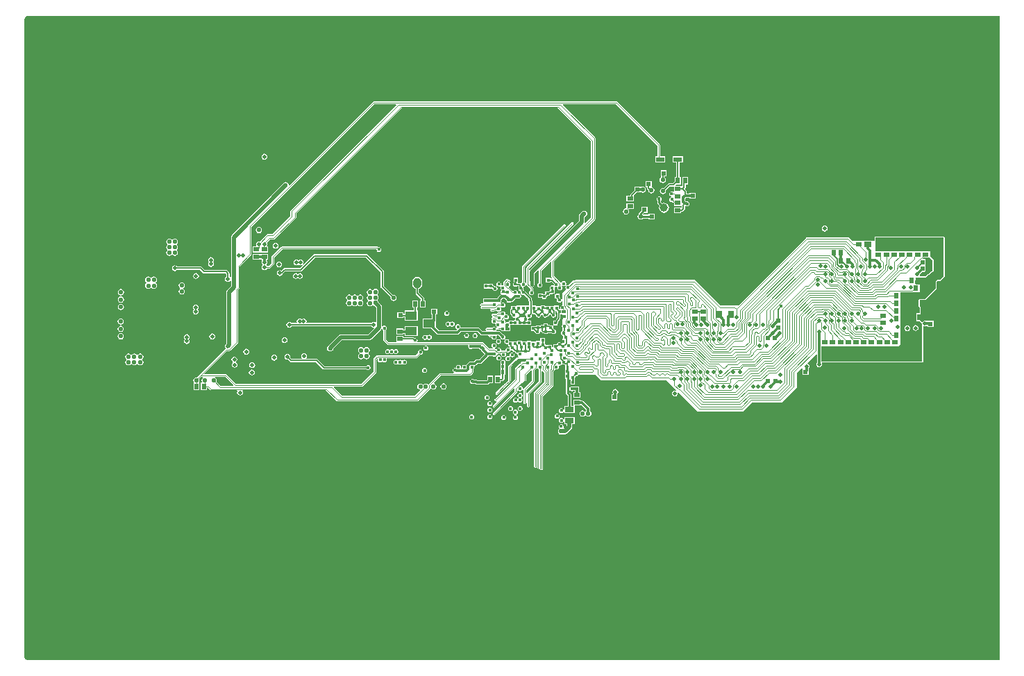
<source format=gbl>
G04*
G04 #@! TF.GenerationSoftware,Altium Limited,Altium Designer,24.0.1 (36)*
G04*
G04 Layer_Physical_Order=4*
G04 Layer_Color=16711680*
%FSLAX43Y43*%
%MOMM*%
G71*
G04*
G04 #@! TF.SameCoordinates,62AF21CF-6A65-4154-AE07-A74382C3AF13*
G04*
G04*
G04 #@! TF.FilePolarity,Positive*
G04*
G01*
G75*
%ADD11C,0.100*%
%ADD13C,0.200*%
%ADD42C,0.090*%
%ADD43R,0.510X0.560*%
%ADD44R,0.640X0.890*%
%ADD45R,0.400X0.500*%
%ADD60R,0.890X0.640*%
%ADD61R,0.700X0.510*%
%ADD62R,0.560X0.510*%
%ADD64R,0.350X0.350*%
%ADD68R,0.510X0.700*%
%ADD69C,0.110*%
%ADD70C,0.250*%
%ADD71C,0.300*%
%ADD72C,0.160*%
%ADD73C,0.150*%
%ADD74C,0.500*%
%ADD75C,0.180*%
%ADD81C,0.400*%
%ADD90O,1.000X1.300*%
%ADD91C,0.400*%
%ADD92C,0.500*%
%ADD93C,0.550*%
%ADD95R,0.350X0.350*%
%ADD96C,1.000*%
%ADD97R,0.500X0.400*%
%ADD98R,1.400X1.000*%
%ADD99R,1.000X0.640*%
%ADD100R,1.060X0.540*%
%ADD101C,0.175*%
G36*
X119490Y510D02*
X1000D01*
X1000Y510D01*
X1000Y510D01*
X952Y510D01*
X857Y529D01*
X768Y566D01*
X688Y619D01*
X619Y687D01*
X566Y768D01*
X529Y857D01*
X510Y952D01*
Y1000D01*
X510Y78600D01*
Y78648D01*
X529Y78743D01*
X566Y78832D01*
X619Y78912D01*
X688Y78981D01*
X768Y79034D01*
X857Y79071D01*
X952Y79090D01*
X1000Y79090D01*
X119490D01*
Y510D01*
D02*
G37*
%LPC*%
G36*
X29780Y62257D02*
X29643Y62230D01*
X29528Y62152D01*
X29450Y62037D01*
X29423Y61900D01*
X29450Y61763D01*
X29528Y61648D01*
X29643Y61570D01*
X29780Y61543D01*
X29917Y61570D01*
X30032Y61648D01*
X30110Y61763D01*
X30137Y61900D01*
X30110Y62037D01*
X30032Y62152D01*
X29917Y62230D01*
X29780Y62257D01*
D02*
G37*
G36*
X72735Y68627D02*
X43114D01*
X42999Y68580D01*
X32840Y58421D01*
X32741Y58463D01*
X32718Y58576D01*
X32635Y58700D01*
X32511Y58783D01*
X32365Y58812D01*
X32219Y58783D01*
X32095Y58700D01*
X32012Y58576D01*
X32010Y58566D01*
X32006Y58560D01*
X32002Y58541D01*
X25808Y52347D01*
X25731Y52232D01*
X25704Y52095D01*
Y47218D01*
X25604Y47187D01*
X25577Y47227D01*
X25529Y47260D01*
Y47673D01*
X25529Y47673D01*
X25513Y47751D01*
X25469Y47817D01*
X25469Y47817D01*
X25267Y48019D01*
X25201Y48063D01*
X25123Y48079D01*
X22479D01*
X22123Y48434D01*
X22057Y48478D01*
X21979Y48494D01*
X19135D01*
X19102Y48542D01*
X18987Y48620D01*
X18850Y48647D01*
X18713Y48620D01*
X18598Y48542D01*
X18520Y48427D01*
X18493Y48290D01*
X18520Y48153D01*
X18598Y48038D01*
X18713Y47960D01*
X18850Y47933D01*
X18987Y47960D01*
X19102Y48038D01*
X19135Y48086D01*
X21895D01*
X22250Y47731D01*
X22250Y47731D01*
X22316Y47687D01*
X22394Y47671D01*
X22394Y47671D01*
X25039D01*
X25121Y47589D01*
Y47260D01*
X25073Y47227D01*
X24995Y47112D01*
X24968Y46975D01*
X24995Y46838D01*
X25073Y46723D01*
X25188Y46645D01*
X25325Y46618D01*
X25462Y46645D01*
X25577Y46723D01*
X25604Y46763D01*
X25704Y46732D01*
Y46083D01*
X25236Y45616D01*
X25159Y45500D01*
X25132Y45364D01*
Y39062D01*
X25063Y38992D01*
X24985Y38877D01*
X24958Y38740D01*
X24985Y38603D01*
X25015Y38559D01*
X25019Y38452D01*
X21857Y35290D01*
X21539Y34973D01*
X21490Y34982D01*
X21344Y34953D01*
X21220Y34870D01*
X21137Y34746D01*
X21108Y34600D01*
X21137Y34454D01*
X21153Y34429D01*
X21145Y34329D01*
X21145Y34329D01*
X21145Y34329D01*
Y33429D01*
X21855D01*
Y34329D01*
X21855Y34329D01*
X21855D01*
X21827Y34429D01*
X21843Y34454D01*
X21872Y34600D01*
X21843Y34746D01*
X21815Y34789D01*
X22039Y35013D01*
X22264D01*
X22294Y34913D01*
X22230Y34870D01*
X22147Y34746D01*
X22118Y34600D01*
X22147Y34454D01*
X22163Y34429D01*
X22110Y34329D01*
X22045D01*
Y33429D01*
X22755D01*
Y33720D01*
X22869D01*
X23150Y33438D01*
X23265Y33391D01*
X26436D01*
X26490Y33291D01*
X26470Y33262D01*
X26443Y33125D01*
X26470Y32988D01*
X26548Y32873D01*
X26663Y32795D01*
X26800Y32768D01*
X26937Y32795D01*
X27052Y32873D01*
X27130Y32988D01*
X27157Y33125D01*
X27130Y33262D01*
X27110Y33291D01*
X27164Y33391D01*
X37263D01*
X38551Y32102D01*
X38666Y32055D01*
X48438D01*
X48553Y32102D01*
X50015Y33564D01*
X50017Y33570D01*
X50060Y33582D01*
X50133Y33589D01*
X50242Y33516D01*
X50389Y33487D01*
X50535Y33516D01*
X50659Y33599D01*
X50742Y33723D01*
X50771Y33869D01*
X50742Y34015D01*
X50659Y34139D01*
X50535Y34222D01*
X50495Y34230D01*
X50462Y34339D01*
X51296Y35172D01*
X54815D01*
X54930Y35220D01*
X55198Y35488D01*
X55246Y35603D01*
Y35977D01*
X55293Y36009D01*
X55360Y36108D01*
X55383Y36225D01*
X55364Y36321D01*
X55419Y36421D01*
X55461D01*
X55559Y36440D01*
X55642Y36495D01*
X55768Y36622D01*
X56088D01*
X56186Y36641D01*
X56268Y36696D01*
X57117Y37545D01*
X57666D01*
X57708Y37517D01*
X57825Y37494D01*
X57942Y37517D01*
X58041Y37584D01*
X58108Y37683D01*
X58119Y37741D01*
X58202Y37810D01*
X58228Y37813D01*
X58492D01*
X58545Y37835D01*
X58632Y37771D01*
X58635Y37764D01*
X58657Y37653D01*
X58723Y37554D01*
X58822Y37487D01*
X58939Y37464D01*
X59056Y37487D01*
X59156Y37554D01*
X59222Y37653D01*
X59245Y37770D01*
X59228Y37858D01*
X59252Y37923D01*
X59288Y37968D01*
X59376Y38004D01*
X59405Y38033D01*
X59475Y38019D01*
X59592Y38042D01*
X59691Y38109D01*
X59758Y38208D01*
X59773Y38287D01*
X59861Y38335D01*
X59878Y38338D01*
X59908Y38317D01*
X60025Y38294D01*
X60028Y38295D01*
X60226Y38097D01*
X60284Y38058D01*
X60323Y38050D01*
X60384Y37959D01*
X60483Y37892D01*
X60558Y37878D01*
X60644Y37800D01*
X60667Y37683D01*
X60734Y37584D01*
X60811Y37532D01*
X60788Y37432D01*
X60654D01*
X60593Y37420D01*
X60542Y37386D01*
X59541Y36385D01*
X59507Y36334D01*
X59495Y36273D01*
Y34613D01*
X59068Y34187D01*
X59068Y34187D01*
X58015Y33133D01*
X57980Y33082D01*
X57968Y33021D01*
X57980Y32961D01*
X58015Y32910D01*
X58066Y32875D01*
X58126Y32863D01*
X58187Y32875D01*
X58238Y32910D01*
X59292Y33963D01*
X59292Y33963D01*
X59765Y34436D01*
X59799Y34487D01*
X59811Y34548D01*
Y36208D01*
X60719Y37116D01*
X61680D01*
X61693Y37099D01*
X61669Y36963D01*
X61659Y36956D01*
X61627Y36909D01*
X61249D01*
X61188Y36897D01*
X61137Y36863D01*
X60364Y36089D01*
X60329Y36038D01*
X60317Y35978D01*
Y34791D01*
X57866Y32339D01*
X57831Y32288D01*
X57819Y32227D01*
X57831Y32167D01*
X57866Y32116D01*
X57917Y32081D01*
X57977Y32069D01*
X58038Y32081D01*
X58054Y32092D01*
X58118Y32014D01*
X57640Y31537D01*
X57606Y31485D01*
X57594Y31425D01*
X57606Y31365D01*
X57640Y31313D01*
X57691Y31279D01*
X57752Y31267D01*
X57812Y31279D01*
X57863Y31313D01*
X60213Y33662D01*
X60305Y33613D01*
X60300Y33588D01*
Y33296D01*
X57665Y30661D01*
X57631Y30610D01*
X57619Y30550D01*
X57631Y30489D01*
X57665Y30438D01*
X57717Y30404D01*
X57777Y30391D01*
X57838Y30404D01*
X57889Y30438D01*
X60569Y33118D01*
X60604Y33170D01*
X60616Y33230D01*
Y33417D01*
X60716Y33447D01*
X60757Y33385D01*
X60856Y33319D01*
X60973Y33295D01*
X61091Y33319D01*
X61190Y33385D01*
X61256Y33484D01*
X61279Y33601D01*
X61256Y33718D01*
X61190Y33818D01*
X61108Y33873D01*
X61075Y33981D01*
X61637Y34543D01*
X61671Y34594D01*
X61683Y34655D01*
Y35284D01*
X62270Y35870D01*
X62370Y35829D01*
Y34566D01*
X61413Y33610D01*
X61379Y33559D01*
X61367Y33498D01*
Y31919D01*
X61379Y31858D01*
X61413Y31807D01*
X61465Y31773D01*
X61525Y31761D01*
X61585Y31773D01*
X61637Y31807D01*
X61671Y31858D01*
X61683Y31919D01*
Y33433D01*
X62639Y34389D01*
X62674Y34440D01*
X62686Y34501D01*
Y35835D01*
X62987Y36136D01*
X62988Y36137D01*
X63092Y36123D01*
X63159Y36024D01*
X63217Y35985D01*
Y34498D01*
X61870Y33151D01*
X61835Y33100D01*
X61823Y33039D01*
Y31469D01*
X61835Y31408D01*
X61870Y31357D01*
X61921Y31323D01*
X61981Y31311D01*
X62042Y31323D01*
X62093Y31357D01*
X62127Y31408D01*
X62139Y31469D01*
Y32974D01*
X63487Y34321D01*
X63521Y34372D01*
X63533Y34433D01*
Y35794D01*
X63633Y35836D01*
X63896Y35573D01*
Y34387D01*
X63698Y34190D01*
X62672Y33164D01*
X62625Y33049D01*
Y24149D01*
X62672Y24034D01*
X62787Y23987D01*
X62847Y24012D01*
X62872Y23951D01*
X62987Y23904D01*
X63047Y23929D01*
X63072Y23869D01*
X63187Y23821D01*
X63247Y23846D01*
X63272Y23786D01*
X63387Y23738D01*
X63447Y23763D01*
X63472Y23703D01*
X63587Y23655D01*
X63702Y23703D01*
X63749Y23818D01*
Y32650D01*
X64973Y33874D01*
X65021Y33989D01*
Y35713D01*
X65102Y35794D01*
X65150Y35909D01*
Y35909D01*
X65250Y35963D01*
X65258Y35957D01*
X65375Y35934D01*
X65492Y35957D01*
X65591Y36024D01*
X65658Y36123D01*
X65681Y36240D01*
X65660Y36346D01*
X65687Y36390D01*
X65726Y36435D01*
X65780Y36424D01*
X65897Y36447D01*
X65996Y36514D01*
X66037Y36575D01*
X66297D01*
X66348Y36524D01*
X66406Y36485D01*
X66448Y36381D01*
X66446Y36370D01*
Y35766D01*
X66446Y35764D01*
Y35457D01*
X66446Y35441D01*
X66446Y35441D01*
X66473Y35369D01*
X66473Y35369D01*
Y34819D01*
X66521D01*
Y33083D01*
X66538Y32995D01*
X66588Y32921D01*
X66771Y32738D01*
Y31495D01*
X66400D01*
Y30979D01*
X66300Y30969D01*
X66282Y31061D01*
X66215Y31161D01*
X66116Y31227D01*
X65999Y31250D01*
X65882Y31227D01*
X65783Y31161D01*
X65716Y31061D01*
X65693Y30944D01*
X65716Y30827D01*
X65783Y30728D01*
X65882Y30662D01*
X65999Y30638D01*
X66116Y30662D01*
X66215Y30728D01*
X66282Y30827D01*
X66300Y30920D01*
X66400Y30910D01*
Y30655D01*
X67600D01*
Y31460D01*
X67600Y31495D01*
X67673Y31560D01*
X68340D01*
Y31580D01*
X68440Y31621D01*
X69029Y31032D01*
Y30850D01*
X69014Y30840D01*
X68984Y30795D01*
X68884D01*
X68854Y30840D01*
X68730Y30923D01*
X68584Y30952D01*
X68438Y30923D01*
X68314Y30840D01*
X68231Y30716D01*
X68202Y30569D01*
X68231Y30423D01*
X68314Y30299D01*
X68438Y30216D01*
X68584Y30187D01*
X68730Y30216D01*
X68854Y30299D01*
X68884Y30343D01*
X68984D01*
X69014Y30299D01*
X69138Y30216D01*
X69284Y30187D01*
X69430Y30216D01*
X69554Y30299D01*
X69637Y30423D01*
X69666Y30569D01*
X69637Y30716D01*
X69554Y30840D01*
X69539Y30850D01*
Y31138D01*
X69520Y31235D01*
X69464Y31318D01*
X68695Y32088D01*
X68612Y32143D01*
X68514Y32162D01*
X68340D01*
Y32270D01*
X67440D01*
Y31595D01*
X67440Y31560D01*
X67367Y31495D01*
X67229D01*
Y32833D01*
X67212Y32921D01*
X67162Y32995D01*
X66979Y33178D01*
Y33348D01*
X67079Y33378D01*
X67084Y33372D01*
X67183Y33305D01*
X67300Y33282D01*
X67417Y33305D01*
X67459Y33333D01*
X67615D01*
Y33313D01*
X67635D01*
Y33170D01*
X67440D01*
Y32460D01*
X68340D01*
Y33170D01*
X68145D01*
Y33313D01*
X68165D01*
Y33863D01*
X67615D01*
Y33843D01*
X67459D01*
X67417Y33871D01*
X67300Y33894D01*
X67183Y33871D01*
X67084Y33804D01*
X67079Y33798D01*
X66979Y33828D01*
Y34727D01*
X67000Y34737D01*
X67100Y34676D01*
Y34650D01*
X67100D01*
Y34625D01*
X67100D01*
Y34075D01*
X67650D01*
Y34625D01*
X67650D01*
Y34650D01*
X67650D01*
Y34971D01*
X67707Y35027D01*
X67707Y35028D01*
X67727Y35058D01*
X67784Y35115D01*
X67897Y35137D01*
X67996Y35204D01*
X68038Y35266D01*
X70159D01*
X70796Y34630D01*
X78794D01*
X79975Y33450D01*
X79925Y33357D01*
X79841Y33374D01*
X79705Y33347D01*
X79589Y33270D01*
X79511Y33154D01*
X79484Y33017D01*
X79511Y32881D01*
X79589Y32765D01*
X79705Y32688D01*
X79841Y32660D01*
X79978Y32688D01*
X80093Y32765D01*
X80171Y32881D01*
X80198Y33017D01*
X80181Y33102D01*
X80273Y33151D01*
X82620Y30804D01*
X88174D01*
X89270Y31900D01*
X92873D01*
X94745Y33752D01*
Y35523D01*
X95325Y36090D01*
X95422Y36050D01*
X95425Y36048D01*
X95425Y35948D01*
Y35288D01*
X96135D01*
Y35689D01*
X96163Y35731D01*
X96183Y35829D01*
Y36081D01*
X96257Y36192D01*
X96285Y36329D01*
X96257Y36466D01*
X96180Y36581D01*
X96064Y36659D01*
X96039Y36664D01*
X96010Y36760D01*
X97086Y37811D01*
X97178Y37772D01*
Y36843D01*
X97169Y36837D01*
X97092Y36722D01*
X97065Y36585D01*
X97092Y36448D01*
X97169Y36333D01*
X97285Y36255D01*
X97422Y36228D01*
X97558Y36255D01*
X97674Y36333D01*
X97751Y36448D01*
X97778Y36585D01*
X97751Y36722D01*
X97807Y36819D01*
X109998D01*
X110075Y36850D01*
X110106Y36927D01*
Y41192D01*
X110195Y41239D01*
X110216Y41224D01*
X110353Y41197D01*
X110489Y41224D01*
X110523Y41247D01*
X110623Y41193D01*
Y41147D01*
X111383D01*
Y41857D01*
X110623D01*
Y41857D01*
X110524Y41860D01*
X110489Y41884D01*
X110353Y41911D01*
X110216Y41884D01*
X110100Y41806D01*
X110073Y41765D01*
X109973Y41755D01*
X109809Y41920D01*
X109733Y41951D01*
X109386D01*
Y42695D01*
X109703D01*
X109779Y42726D01*
X109811Y42803D01*
Y43498D01*
X109779Y43575D01*
X109779Y43575D01*
X109686Y43668D01*
Y44353D01*
X109747Y44415D01*
X110348D01*
X110425Y44446D01*
X110425Y44446D01*
X111729Y45751D01*
X111761Y45827D01*
Y46650D01*
X111824Y46713D01*
X111837Y46744D01*
X111860Y46753D01*
X112216D01*
X112216Y46753D01*
X112293Y46785D01*
X112293Y46785D01*
X112704Y47196D01*
X112736Y47273D01*
X112736Y49698D01*
Y52073D01*
X112704Y52150D01*
X112628Y52181D01*
X104328D01*
X104251Y52150D01*
X104219Y52073D01*
Y51648D01*
X101386D01*
Y51681D01*
X101039Y52028D01*
X100960D01*
X100928Y52041D01*
X95931D01*
X95899Y52028D01*
X95867D01*
X95844Y52005D01*
X95820Y51995D01*
X87608Y43783D01*
X85357Y43783D01*
X82283Y46857D01*
X67693Y46857D01*
X67660Y46825D01*
X67528D01*
X67417Y46779D01*
X66851Y46213D01*
X66779Y46227D01*
X66662Y46204D01*
X66580Y46149D01*
X66508Y46221D01*
X66563Y46303D01*
X66586Y46420D01*
X66563Y46537D01*
X66496Y46636D01*
X66397Y46703D01*
X66280Y46726D01*
X66163Y46703D01*
X66064Y46636D01*
X66010Y46556D01*
X65977Y46545D01*
X65938Y46540D01*
X65897Y46543D01*
X65073Y47366D01*
Y49139D01*
X70124Y54189D01*
X70171Y54304D01*
Y64140D01*
X70124Y64255D01*
X66168Y68210D01*
X66206Y68303D01*
X72668D01*
X77717Y63253D01*
Y61932D01*
X77425D01*
Y61193D01*
X78685D01*
Y61932D01*
X78042D01*
Y63320D01*
X77994Y63435D01*
X72850Y68580D01*
X72735Y68627D01*
D02*
G37*
G36*
X78830Y60244D02*
X78120D01*
Y59484D01*
X78146D01*
Y59370D01*
X78080Y59325D01*
X77997Y59201D01*
X77968Y59055D01*
X77997Y58909D01*
X78080Y58785D01*
X78204Y58702D01*
X78350Y58673D01*
X78496Y58702D01*
X78620Y58785D01*
X78703Y58909D01*
X78732Y59055D01*
X78703Y59201D01*
X78620Y59325D01*
X78554Y59370D01*
Y59484D01*
X78830D01*
Y60244D01*
D02*
G37*
G36*
X80825Y61932D02*
X79565D01*
Y61193D01*
X80003D01*
Y59430D01*
X79852D01*
Y58913D01*
X79598Y58659D01*
X79125D01*
X79125Y58659D01*
X79047Y58643D01*
X78981Y58599D01*
X78453Y58072D01*
X78375Y58087D01*
X78229Y58058D01*
X78105Y57975D01*
X78022Y57851D01*
X77993Y57705D01*
X78022Y57559D01*
X78105Y57435D01*
X78229Y57352D01*
X78375Y57323D01*
X78521Y57352D01*
X78645Y57435D01*
X78728Y57559D01*
X78757Y57705D01*
X78742Y57783D01*
X79209Y58251D01*
X79682D01*
X79721Y58219D01*
Y57649D01*
X79693Y57629D01*
X79622Y57604D01*
X79542Y57658D01*
X79425Y57681D01*
X79308Y57658D01*
X79209Y57591D01*
X79142Y57492D01*
X79119Y57375D01*
X79142Y57258D01*
X79209Y57159D01*
X79308Y57092D01*
X79378Y57078D01*
Y56977D01*
X79333Y56968D01*
X79234Y56901D01*
X79167Y56802D01*
X79144Y56685D01*
X79167Y56568D01*
X79234Y56469D01*
X79333Y56402D01*
X79450Y56379D01*
X79519Y56393D01*
X79613Y56299D01*
X79664Y56265D01*
X79724Y56253D01*
X79725D01*
Y55900D01*
X80625D01*
X80681Y55823D01*
Y55787D01*
X80625Y55710D01*
X79725D01*
Y55000D01*
X80625D01*
Y55151D01*
X80690D01*
X80768Y55167D01*
X80834Y55211D01*
X81029Y55406D01*
X81073Y55472D01*
X81089Y55550D01*
Y55832D01*
X81189Y55885D01*
X81208Y55872D01*
X81325Y55849D01*
X81442Y55872D01*
X81541Y55939D01*
X81608Y56038D01*
X81631Y56155D01*
X81608Y56272D01*
X81541Y56371D01*
X81442Y56438D01*
X81325Y56461D01*
X81208Y56438D01*
X81207Y56437D01*
X81122Y56486D01*
Y56823D01*
X81180Y56881D01*
X81306D01*
X81402Y56900D01*
X81635D01*
Y56800D01*
X82395D01*
Y57510D01*
X81635D01*
Y57410D01*
X81325D01*
X81279Y57448D01*
Y57655D01*
X81263Y57733D01*
X81219Y57799D01*
X81110Y57908D01*
X81096Y58000D01*
X81140Y58066D01*
X81156Y58144D01*
Y58530D01*
X81462D01*
Y59430D01*
X80752D01*
Y58845D01*
X80748Y58825D01*
Y58298D01*
X80721Y58280D01*
X80621Y58316D01*
Y58316D01*
X79962D01*
X79924Y58408D01*
X80045Y58530D01*
X80562D01*
Y59430D01*
X80411D01*
Y61193D01*
X80825D01*
Y61932D01*
D02*
G37*
G36*
X76995Y58935D02*
X76235D01*
Y58318D01*
X76235Y58244D01*
X76172Y58192D01*
X76171Y58191D01*
X76141Y58187D01*
X76071Y58233D01*
X75925Y58262D01*
X75779Y58233D01*
X75740Y58207D01*
X75640Y58235D01*
X75640Y58235D01*
X74880D01*
Y57788D01*
X74435Y57344D01*
X74391Y57278D01*
X74376Y57200D01*
Y57130D01*
X73925D01*
Y56420D01*
X74825D01*
Y57130D01*
X74825Y57130D01*
X74825D01*
X74876Y57207D01*
X75193Y57525D01*
X75640D01*
X75640Y57525D01*
Y57525D01*
X75740Y57553D01*
X75779Y57527D01*
X75925Y57498D01*
X76071Y57527D01*
X76195Y57610D01*
X76278Y57734D01*
X76307Y57880D01*
X76278Y58026D01*
X76225Y58106D01*
X76204Y58138D01*
X76204Y58138D01*
X76222Y58110D01*
X76204Y58139D01*
X76238Y58202D01*
X76255Y58224D01*
X76259Y58225D01*
X76311Y58225D01*
X76411Y58181D01*
Y58074D01*
X76427Y57996D01*
X76471Y57929D01*
X76593Y57807D01*
X76593Y57805D01*
X76622Y57659D01*
X76705Y57535D01*
X76829Y57452D01*
X76975Y57423D01*
X77121Y57452D01*
X77245Y57535D01*
X77328Y57659D01*
X77357Y57805D01*
X77328Y57951D01*
X77245Y58075D01*
X77121Y58158D01*
X77071Y58168D01*
X76995Y58225D01*
Y58935D01*
D02*
G37*
G36*
X77925Y57061D02*
X77808Y57038D01*
X77709Y56971D01*
X77642Y56872D01*
X77619Y56755D01*
X77642Y56638D01*
X77696Y56558D01*
Y56256D01*
X77713Y56168D01*
X77763Y56094D01*
X77953Y55903D01*
X77951Y55899D01*
X77904Y55665D01*
X77951Y55431D01*
X78083Y55232D01*
X78282Y55100D01*
X78516Y55053D01*
X78750Y55100D01*
X78949Y55232D01*
X79081Y55431D01*
X79128Y55665D01*
X79081Y55899D01*
X78949Y56098D01*
X78750Y56230D01*
X78516Y56277D01*
X78282Y56230D01*
X78278Y56228D01*
X78154Y56351D01*
Y56558D01*
X78208Y56638D01*
X78231Y56755D01*
X78208Y56872D01*
X78141Y56971D01*
X78042Y57038D01*
X77925Y57061D01*
D02*
G37*
G36*
X74825Y56230D02*
X73925D01*
Y55703D01*
X73884Y55609D01*
X73738Y55580D01*
X73614Y55497D01*
X73531Y55373D01*
X73502Y55227D01*
X73531Y55081D01*
X73614Y54957D01*
X73738Y54874D01*
X73884Y54845D01*
X74031Y54874D01*
X74155Y54957D01*
X74238Y55081D01*
X74267Y55227D01*
X74238Y55373D01*
X74199Y55431D01*
X74239Y55520D01*
X74825D01*
Y56230D01*
D02*
G37*
G36*
X76490Y55760D02*
X75730D01*
Y55349D01*
X75513Y55132D01*
X75463Y55058D01*
X75446Y54970D01*
Y54903D01*
X75405Y54875D01*
X75322Y54751D01*
X75293Y54605D01*
X75322Y54459D01*
X75405Y54335D01*
X75529Y54252D01*
X75675Y54223D01*
X75821Y54252D01*
X75945Y54335D01*
X75973Y54376D01*
X76647D01*
Y54250D01*
X77407D01*
Y54960D01*
X76647D01*
Y54834D01*
X76005D01*
X75958Y54928D01*
X76079Y55050D01*
X76490D01*
Y55760D01*
D02*
G37*
G36*
X98104Y53483D02*
X97967Y53456D01*
X97852Y53378D01*
X97774Y53263D01*
X97747Y53126D01*
X97774Y52989D01*
X97852Y52874D01*
X97967Y52796D01*
X98104Y52769D01*
X98241Y52796D01*
X98356Y52874D01*
X98434Y52989D01*
X98461Y53126D01*
X98434Y53263D01*
X98356Y53378D01*
X98241Y53456D01*
X98104Y53483D01*
D02*
G37*
G36*
X18850Y51905D02*
X18704Y51876D01*
X18580Y51793D01*
X18563Y51768D01*
X18463D01*
X18445Y51793D01*
X18321Y51876D01*
X18175Y51905D01*
X18029Y51876D01*
X17905Y51793D01*
X17822Y51669D01*
X17793Y51523D01*
X17822Y51377D01*
X17905Y51253D01*
X17930Y51235D01*
Y51135D01*
X17905Y51118D01*
X17822Y50994D01*
X17793Y50848D01*
X17822Y50702D01*
X17905Y50578D01*
X17930Y50560D01*
Y50460D01*
X17905Y50443D01*
X17822Y50319D01*
X17793Y50173D01*
X17822Y50027D01*
X17905Y49903D01*
X18029Y49820D01*
X18175Y49791D01*
X18321Y49820D01*
X18445Y49903D01*
X18463Y49928D01*
X18563D01*
X18580Y49903D01*
X18704Y49820D01*
X18850Y49791D01*
X18996Y49820D01*
X19120Y49903D01*
X19203Y50027D01*
X19232Y50173D01*
X19203Y50319D01*
X19120Y50443D01*
X19095Y50460D01*
Y50560D01*
X19120Y50578D01*
X19203Y50702D01*
X19232Y50848D01*
X19203Y50994D01*
X19120Y51118D01*
X19095Y51135D01*
Y51235D01*
X19120Y51253D01*
X19203Y51377D01*
X19232Y51523D01*
X19203Y51669D01*
X19120Y51793D01*
X18996Y51876D01*
X18850Y51905D01*
D02*
G37*
G36*
X23250Y49657D02*
X23113Y49630D01*
X22998Y49552D01*
X22920Y49437D01*
X22893Y49300D01*
X22920Y49163D01*
X22996Y49050D01*
X22920Y48937D01*
X22893Y48800D01*
X22920Y48663D01*
X22998Y48548D01*
X23113Y48470D01*
X23250Y48443D01*
X23387Y48470D01*
X23502Y48548D01*
X23580Y48663D01*
X23607Y48800D01*
X23580Y48937D01*
X23504Y49050D01*
X23580Y49163D01*
X23607Y49300D01*
X23580Y49437D01*
X23502Y49552D01*
X23387Y49630D01*
X23250Y49657D01*
D02*
G37*
G36*
X16298Y47272D02*
X16152Y47243D01*
X16028Y47160D01*
X16010Y47135D01*
X15910D01*
X15893Y47160D01*
X15769Y47243D01*
X15623Y47272D01*
X15477Y47243D01*
X15353Y47160D01*
X15270Y47036D01*
X15241Y46890D01*
X15270Y46744D01*
X15353Y46620D01*
X15401Y46588D01*
Y46467D01*
X15353Y46435D01*
X15270Y46311D01*
X15241Y46165D01*
X15270Y46019D01*
X15353Y45895D01*
X15477Y45812D01*
X15623Y45783D01*
X15769Y45812D01*
X15893Y45895D01*
X15910Y45920D01*
X16010D01*
X16028Y45895D01*
X16152Y45812D01*
X16298Y45783D01*
X16444Y45812D01*
X16568Y45895D01*
X16651Y46019D01*
X16680Y46165D01*
X16651Y46311D01*
X16568Y46435D01*
X16520Y46467D01*
Y46588D01*
X16568Y46620D01*
X16651Y46744D01*
X16680Y46890D01*
X16651Y47036D01*
X16568Y47160D01*
X16444Y47243D01*
X16298Y47272D01*
D02*
G37*
G36*
X21450Y47705D02*
X21313Y47678D01*
X21198Y47600D01*
X21120Y47485D01*
X21093Y47348D01*
X21120Y47211D01*
X21198Y47096D01*
X21313Y47018D01*
X21450Y46991D01*
X21587Y47018D01*
X21702Y47096D01*
X21780Y47211D01*
X21807Y47348D01*
X21780Y47485D01*
X21702Y47600D01*
X21587Y47678D01*
X21450Y47705D01*
D02*
G37*
G36*
X19700Y46580D02*
X19554Y46551D01*
X19430Y46468D01*
X19347Y46344D01*
X19318Y46198D01*
X19347Y46052D01*
X19430Y45928D01*
X19479Y45895D01*
Y45775D01*
X19432Y45743D01*
X19349Y45619D01*
X19320Y45473D01*
X19349Y45327D01*
X19432Y45203D01*
X19556Y45120D01*
X19702Y45091D01*
X19848Y45120D01*
X19972Y45203D01*
X20055Y45327D01*
X20084Y45473D01*
X20055Y45619D01*
X19972Y45743D01*
X19923Y45776D01*
Y45896D01*
X19970Y45928D01*
X20053Y46052D01*
X20082Y46198D01*
X20053Y46344D01*
X19970Y46468D01*
X19846Y46551D01*
X19700Y46580D01*
D02*
G37*
G36*
X12276Y45747D02*
X12130Y45718D01*
X12006Y45635D01*
X11923Y45511D01*
X11894Y45365D01*
X11923Y45218D01*
X12006Y45094D01*
X12130Y45011D01*
X12276Y44982D01*
X12422Y45011D01*
X12546Y45094D01*
X12629Y45218D01*
X12658Y45365D01*
X12629Y45511D01*
X12546Y45635D01*
X12422Y45718D01*
X12276Y45747D01*
D02*
G37*
G36*
Y44847D02*
X12130Y44818D01*
X12006Y44735D01*
X11923Y44611D01*
X11894Y44465D01*
X11923Y44318D01*
X12006Y44194D01*
X12130Y44111D01*
X12276Y44082D01*
X12422Y44111D01*
X12546Y44194D01*
X12629Y44318D01*
X12658Y44465D01*
X12629Y44611D01*
X12546Y44735D01*
X12422Y44818D01*
X12276Y44847D01*
D02*
G37*
G36*
Y43947D02*
X12130Y43918D01*
X12006Y43835D01*
X11923Y43711D01*
X11894Y43565D01*
X11923Y43418D01*
X12006Y43294D01*
X12130Y43211D01*
X12276Y43182D01*
X12422Y43211D01*
X12546Y43294D01*
X12629Y43418D01*
X12658Y43565D01*
X12629Y43711D01*
X12546Y43835D01*
X12422Y43918D01*
X12276Y43947D01*
D02*
G37*
G36*
X21400Y43882D02*
X21263Y43855D01*
X21148Y43777D01*
X21070Y43662D01*
X21043Y43525D01*
X21070Y43388D01*
X21146Y43275D01*
X21070Y43162D01*
X21043Y43025D01*
X21070Y42888D01*
X21148Y42773D01*
X21263Y42695D01*
X21400Y42668D01*
X21537Y42695D01*
X21652Y42773D01*
X21730Y42888D01*
X21757Y43025D01*
X21730Y43162D01*
X21654Y43275D01*
X21730Y43388D01*
X21757Y43525D01*
X21730Y43662D01*
X21652Y43777D01*
X21537Y43855D01*
X21400Y43882D01*
D02*
G37*
G36*
X12251Y42184D02*
X12105Y42155D01*
X11981Y42072D01*
X11898Y41948D01*
X11869Y41802D01*
X11898Y41656D01*
X11981Y41532D01*
X12105Y41449D01*
X12251Y41420D01*
X12397Y41449D01*
X12521Y41532D01*
X12604Y41656D01*
X12633Y41802D01*
X12604Y41948D01*
X12521Y42072D01*
X12397Y42155D01*
X12251Y42184D01*
D02*
G37*
G36*
Y41284D02*
X12105Y41255D01*
X11981Y41172D01*
X11898Y41048D01*
X11869Y40902D01*
X11898Y40756D01*
X11981Y40632D01*
X12105Y40549D01*
X12251Y40520D01*
X12397Y40549D01*
X12521Y40632D01*
X12604Y40756D01*
X12633Y40902D01*
X12604Y41048D01*
X12521Y41172D01*
X12397Y41255D01*
X12251Y41284D01*
D02*
G37*
G36*
X23410Y40334D02*
X23273Y40307D01*
X23158Y40229D01*
X23080Y40113D01*
X23053Y39977D01*
X23080Y39840D01*
X23158Y39725D01*
X23273Y39647D01*
X23410Y39620D01*
X23547Y39647D01*
X23662Y39725D01*
X23740Y39840D01*
X23767Y39977D01*
X23740Y40113D01*
X23662Y40229D01*
X23547Y40307D01*
X23410Y40334D01*
D02*
G37*
G36*
X12251Y40384D02*
X12105Y40355D01*
X11981Y40272D01*
X11898Y40148D01*
X11869Y40002D01*
X11898Y39856D01*
X11981Y39732D01*
X12105Y39649D01*
X12251Y39620D01*
X12397Y39649D01*
X12521Y39732D01*
X12604Y39856D01*
X12633Y40002D01*
X12604Y40148D01*
X12521Y40272D01*
X12397Y40355D01*
X12251Y40384D01*
D02*
G37*
G36*
X20325Y40257D02*
X20188Y40230D01*
X20073Y40152D01*
X19995Y40037D01*
X19968Y39900D01*
X19995Y39763D01*
X20071Y39650D01*
X19995Y39537D01*
X19968Y39400D01*
X19995Y39263D01*
X20073Y39148D01*
X20188Y39070D01*
X20325Y39043D01*
X20462Y39070D01*
X20577Y39148D01*
X20655Y39263D01*
X20682Y39400D01*
X20655Y39537D01*
X20579Y39650D01*
X20655Y39763D01*
X20682Y39900D01*
X20655Y40037D01*
X20577Y40152D01*
X20462Y40230D01*
X20325Y40257D01*
D02*
G37*
G36*
X14637Y37880D02*
X14491Y37851D01*
X14367Y37768D01*
X14335Y37720D01*
X14215D01*
X14183Y37768D01*
X14059Y37851D01*
X13912Y37880D01*
X13766Y37851D01*
X13642Y37768D01*
X13610Y37720D01*
X13490D01*
X13458Y37768D01*
X13334Y37851D01*
X13187Y37880D01*
X13041Y37851D01*
X12917Y37768D01*
X12834Y37644D01*
X12805Y37498D01*
X12834Y37352D01*
X12917Y37228D01*
X12943Y37210D01*
Y37110D01*
X12917Y37093D01*
X12834Y36969D01*
X12805Y36823D01*
X12834Y36677D01*
X12917Y36553D01*
X13041Y36470D01*
X13187Y36441D01*
X13334Y36470D01*
X13458Y36553D01*
X13490Y36601D01*
X13610D01*
X13642Y36553D01*
X13766Y36470D01*
X13912Y36441D01*
X14059Y36470D01*
X14183Y36553D01*
X14215Y36601D01*
X14335D01*
X14367Y36553D01*
X14491Y36470D01*
X14637Y36441D01*
X14784Y36470D01*
X14908Y36553D01*
X14991Y36677D01*
X15020Y36823D01*
X14991Y36969D01*
X14908Y37093D01*
X14882Y37110D01*
Y37210D01*
X14908Y37228D01*
X14991Y37352D01*
X15020Y37498D01*
X14991Y37644D01*
X14908Y37768D01*
X14784Y37851D01*
X14637Y37880D01*
D02*
G37*
G36*
X59989Y38040D02*
X59872Y38017D01*
X59773Y37951D01*
X59706Y37852D01*
X59683Y37735D01*
X59706Y37617D01*
X59764Y37531D01*
X59685Y37472D01*
X59586Y37539D01*
X59469Y37562D01*
X59352Y37539D01*
X59253Y37472D01*
X59187Y37373D01*
X59163Y37256D01*
X59187Y37139D01*
X59253Y37040D01*
X59352Y36973D01*
X59469Y36950D01*
X59586Y36973D01*
X59685Y37040D01*
X59752Y37139D01*
X59775Y37256D01*
X59752Y37373D01*
X59694Y37460D01*
X59773Y37518D01*
X59872Y37452D01*
X59989Y37429D01*
X60106Y37452D01*
X60205Y37518D01*
X60272Y37617D01*
X60295Y37735D01*
X60272Y37852D01*
X60205Y37951D01*
X60106Y38017D01*
X59989Y38040D01*
D02*
G37*
G36*
X58375Y37656D02*
X58258Y37633D01*
X58159Y37566D01*
X58092Y37467D01*
X58069Y37350D01*
X58092Y37233D01*
X58159Y37134D01*
X58258Y37067D01*
X58375Y37044D01*
X58492Y37067D01*
X58591Y37134D01*
X58658Y37233D01*
X58681Y37350D01*
X58658Y37467D01*
X58591Y37566D01*
X58492Y37633D01*
X58375Y37656D01*
D02*
G37*
G36*
X57678Y35173D02*
X56968D01*
Y34720D01*
X56943Y34703D01*
X56869Y34630D01*
X55794D01*
X55792Y34632D01*
X55709Y34687D01*
X55612Y34707D01*
X55365D01*
X55363Y34710D01*
X55263Y34776D01*
X55146Y34799D01*
X55029Y34776D01*
X54930Y34710D01*
X54864Y34611D01*
X54840Y34494D01*
X54864Y34377D01*
X54930Y34277D01*
X55029Y34211D01*
X55146Y34188D01*
X55226Y34204D01*
X55259Y34197D01*
X55506D01*
X55508Y34195D01*
X55591Y34140D01*
X55689Y34120D01*
X56975D01*
X57073Y34140D01*
X57155Y34195D01*
X57231Y34271D01*
X57243Y34273D01*
X57678D01*
Y35173D01*
D02*
G37*
G36*
X58875Y37131D02*
X58758Y37108D01*
X58659Y37041D01*
X58592Y36942D01*
X58569Y36825D01*
X58592Y36708D01*
X58595Y36704D01*
X58600Y36606D01*
X58600Y36606D01*
X58600Y36606D01*
Y36056D01*
X58600Y36056D01*
X58575Y35975D01*
X58575D01*
X58575Y35966D01*
Y35275D01*
X58580D01*
X58581Y35272D01*
X58489Y35173D01*
X57868D01*
Y34273D01*
X58578D01*
Y34519D01*
X58734D01*
X58812Y34535D01*
X58878Y34579D01*
X59019Y34720D01*
X59063Y34786D01*
X59079Y34864D01*
Y35275D01*
X59175D01*
Y35966D01*
X59175Y35975D01*
X59175D01*
X59150Y36056D01*
X59150Y36056D01*
Y36606D01*
X59150Y36606D01*
X59150D01*
X59155Y36704D01*
X59158Y36708D01*
X59181Y36825D01*
X59158Y36942D01*
X59091Y37041D01*
X58992Y37108D01*
X58875Y37131D01*
D02*
G37*
G36*
X51631Y34257D02*
X51485Y34228D01*
X51361Y34145D01*
X51278Y34021D01*
X51249Y33875D01*
X51278Y33729D01*
X51361Y33605D01*
X51485Y33522D01*
X51631Y33493D01*
X51777Y33522D01*
X51901Y33605D01*
X51984Y33729D01*
X52013Y33875D01*
X51984Y34021D01*
X51901Y34145D01*
X51777Y34228D01*
X51631Y34257D01*
D02*
G37*
G36*
X60956Y33070D02*
X60839Y33047D01*
X60740Y32981D01*
X60674Y32882D01*
X60650Y32765D01*
X60674Y32647D01*
X60740Y32548D01*
X60759Y32536D01*
Y32436D01*
X60744Y32426D01*
X60732Y32408D01*
X60647D01*
X60621Y32422D01*
X60525Y32486D01*
X60408Y32510D01*
X60291Y32486D01*
X60192Y32420D01*
X60125Y32321D01*
X60102Y32204D01*
X60125Y32087D01*
X60192Y31987D01*
X60291Y31921D01*
X60408Y31898D01*
X60525Y31921D01*
X60624Y31987D01*
X60636Y32005D01*
X60736D01*
X60744Y31993D01*
X60843Y31927D01*
X60960Y31904D01*
X61077Y31927D01*
X61176Y31993D01*
X61243Y32092D01*
X61266Y32210D01*
X61243Y32327D01*
X61176Y32426D01*
X61158Y32438D01*
Y32538D01*
X61173Y32548D01*
X61239Y32647D01*
X61262Y32765D01*
X61239Y32882D01*
X61173Y32981D01*
X61073Y33047D01*
X60956Y33070D01*
D02*
G37*
G36*
X56956Y32815D02*
X56839Y32792D01*
X56740Y32726D01*
X56674Y32627D01*
X56650Y32510D01*
X56674Y32392D01*
X56740Y32293D01*
X56839Y32227D01*
X56956Y32204D01*
X57073Y32227D01*
X57173Y32293D01*
X57239Y32392D01*
X57262Y32510D01*
X57239Y32627D01*
X57173Y32726D01*
X57073Y32792D01*
X56956Y32815D01*
D02*
G37*
G36*
X72589Y33563D02*
X72452Y33535D01*
X72336Y33458D01*
X72259Y33342D01*
X72232Y33206D01*
X72259Y33069D01*
X72281Y33036D01*
X72228Y32936D01*
X72084D01*
Y32176D01*
X72794D01*
Y32562D01*
X72824Y32608D01*
X72844Y32706D01*
Y32957D01*
X72918Y33069D01*
X72946Y33206D01*
X72918Y33342D01*
X72841Y33458D01*
X72725Y33535D01*
X72589Y33563D01*
D02*
G37*
G36*
X57275Y32106D02*
X57158Y32083D01*
X57059Y32016D01*
X56992Y31917D01*
X56969Y31800D01*
X56992Y31683D01*
X57059Y31584D01*
X57158Y31517D01*
X57275Y31494D01*
X57392Y31517D01*
X57491Y31584D01*
X57558Y31683D01*
X57581Y31800D01*
X57558Y31917D01*
X57491Y32016D01*
X57392Y32083D01*
X57275Y32106D01*
D02*
G37*
G36*
X60960Y31481D02*
X60843Y31458D01*
X60744Y31391D01*
X60677Y31292D01*
X60654Y31175D01*
X60677Y31058D01*
X60744Y30959D01*
X60843Y30892D01*
X60960Y30869D01*
X61077Y30892D01*
X61176Y30959D01*
X61243Y31058D01*
X61266Y31175D01*
X61243Y31292D01*
X61176Y31391D01*
X61077Y31458D01*
X60960Y31481D01*
D02*
G37*
G36*
X59781D02*
X59664Y31458D01*
X59565Y31391D01*
X59498Y31292D01*
X59475Y31175D01*
X59498Y31058D01*
X59565Y30959D01*
X59664Y30892D01*
X59781Y30869D01*
X59898Y30892D01*
X59997Y30959D01*
X60064Y31058D01*
X60087Y31175D01*
X60064Y31292D01*
X59997Y31391D01*
X59898Y31458D01*
X59781Y31481D01*
D02*
G37*
G36*
X57271Y31288D02*
X57154Y31265D01*
X57055Y31199D01*
X56989Y31100D01*
X56966Y30982D01*
X56989Y30865D01*
X57055Y30766D01*
X57154Y30700D01*
X57271Y30677D01*
X57389Y30700D01*
X57488Y30766D01*
X57554Y30865D01*
X57577Y30982D01*
X57554Y31100D01*
X57488Y31199D01*
X57389Y31265D01*
X57271Y31288D01*
D02*
G37*
G36*
X65500Y30581D02*
X65383Y30558D01*
X65284Y30491D01*
X65217Y30392D01*
X65194Y30275D01*
X65217Y30158D01*
X65284Y30059D01*
X65383Y29992D01*
X65500Y29969D01*
X65617Y29992D01*
X65716Y30059D01*
X65783Y30158D01*
X65806Y30275D01*
X65783Y30392D01*
X65716Y30491D01*
X65617Y30558D01*
X65500Y30581D01*
D02*
G37*
G36*
X57271Y30500D02*
X57154Y30477D01*
X57055Y30411D01*
X56989Y30312D01*
X56966Y30195D01*
X56989Y30077D01*
X57055Y29978D01*
X57154Y29912D01*
X57271Y29889D01*
X57389Y29912D01*
X57488Y29978D01*
X57554Y30077D01*
X57577Y30195D01*
X57554Y30312D01*
X57488Y30411D01*
X57389Y30477D01*
X57271Y30500D01*
D02*
G37*
G36*
X55049Y30471D02*
X54932Y30448D01*
X54833Y30381D01*
X54767Y30282D01*
X54743Y30165D01*
X54767Y30048D01*
X54833Y29949D01*
X54932Y29882D01*
X55049Y29859D01*
X55166Y29882D01*
X55265Y29949D01*
X55332Y30048D01*
X55355Y30165D01*
X55332Y30282D01*
X55265Y30381D01*
X55166Y30448D01*
X55049Y30471D01*
D02*
G37*
G36*
X60375Y31056D02*
X60258Y31033D01*
X60159Y30966D01*
X60092Y30867D01*
X60069Y30750D01*
X60092Y30633D01*
X60159Y30534D01*
X60236Y30482D01*
X60237Y30481D01*
X60243Y30399D01*
X60236Y30371D01*
X60172Y30328D01*
X60106Y30229D01*
X60083Y30112D01*
X60106Y29995D01*
X60172Y29895D01*
X60272Y29829D01*
X60389Y29806D01*
X60506Y29829D01*
X60605Y29895D01*
X60671Y29995D01*
X60695Y30112D01*
X60671Y30229D01*
X60605Y30328D01*
X60527Y30380D01*
X60527Y30381D01*
X60521Y30463D01*
X60527Y30491D01*
X60591Y30534D01*
X60658Y30633D01*
X60681Y30750D01*
X60658Y30867D01*
X60591Y30966D01*
X60492Y31033D01*
X60375Y31056D01*
D02*
G37*
G36*
X58962Y30418D02*
X58845Y30394D01*
X58745Y30328D01*
X58679Y30229D01*
X58656Y30112D01*
X58679Y29995D01*
X58745Y29895D01*
X58845Y29829D01*
X58962Y29806D01*
X59079Y29829D01*
X59178Y29895D01*
X59244Y29995D01*
X59268Y30112D01*
X59244Y30229D01*
X59178Y30328D01*
X59079Y30394D01*
X58962Y30418D01*
D02*
G37*
G36*
X67600Y30095D02*
X66400D01*
Y29843D01*
X66335Y29770D01*
X66335Y29770D01*
Y29770D01*
X66300Y29767D01*
X66299Y29770D01*
X66286Y29837D01*
X66220Y29937D01*
X66120Y30003D01*
X66003Y30026D01*
X65886Y30003D01*
X65787Y29937D01*
X65721Y29837D01*
X65698Y29720D01*
X65721Y29603D01*
X65787Y29504D01*
X65886Y29438D01*
X66003Y29414D01*
X66120Y29438D01*
X66220Y29504D01*
X66286Y29603D01*
X66299Y29671D01*
X66300Y29673D01*
X66335Y29670D01*
Y29670D01*
X66335Y29670D01*
X66400Y29597D01*
Y29255D01*
X66626D01*
Y29046D01*
X66374Y28793D01*
X66313Y28800D01*
X66296Y28816D01*
X66245Y28899D01*
X66262Y28986D01*
X66239Y29103D01*
X66173Y29202D01*
X66073Y29269D01*
X65956Y29292D01*
X65839Y29269D01*
X65740Y29202D01*
X65674Y29103D01*
X65650Y28986D01*
X65674Y28869D01*
X65740Y28770D01*
Y28707D01*
X65686Y28671D01*
X65603Y28547D01*
X65574Y28400D01*
X65603Y28254D01*
X65686Y28130D01*
X65810Y28047D01*
X65956Y28018D01*
X66084Y28043D01*
X66485D01*
X66622Y28071D01*
X66738Y28148D01*
X67235Y28646D01*
X67313Y28761D01*
X67340Y28898D01*
Y29255D01*
X67600D01*
Y30095D01*
D02*
G37*
%LPD*%
G36*
X45846Y68210D02*
X32985Y55349D01*
X32937Y55234D01*
Y54671D01*
X30704Y52438D01*
X30141D01*
X30026Y52390D01*
X29198Y51562D01*
X29100Y51582D01*
X28963Y51555D01*
X28848Y51477D01*
X28770Y51362D01*
X28743Y51225D01*
X28770Y51088D01*
X28806Y51035D01*
X28753Y50935D01*
X28355D01*
Y50225D01*
X29230D01*
X29255Y50225D01*
Y50225D01*
X29330D01*
Y50225D01*
X30230D01*
Y50935D01*
X30110D01*
X30056Y51035D01*
X30092Y51088D01*
X30119Y51225D01*
X30092Y51362D01*
X30083Y51376D01*
X30473Y51767D01*
X30917D01*
X31032Y51814D01*
X33608Y54391D01*
X33656Y54505D01*
Y54949D01*
X46554Y67848D01*
X65520D01*
X69570Y63798D01*
Y54479D01*
X68939Y53848D01*
X68847Y53897D01*
X68851Y53919D01*
Y54513D01*
X68980Y54642D01*
X69048Y54687D01*
X69131Y54811D01*
X69160Y54958D01*
X69131Y55104D01*
X69048Y55228D01*
X68924Y55311D01*
X68777Y55340D01*
X68631Y55311D01*
X68507Y55228D01*
X68424Y55104D01*
X68422Y55094D01*
X68242Y54914D01*
X68165Y54798D01*
X68138Y54661D01*
Y54067D01*
X62164Y48093D01*
X62100Y48108D01*
X62064Y48132D01*
Y48275D01*
X67453Y53664D01*
X67487Y53715D01*
X67499Y53775D01*
X67487Y53836D01*
X67453Y53887D01*
X67401Y53922D01*
X67341Y53934D01*
X67281Y53922D01*
X67229Y53887D01*
X61794Y48452D01*
X61760Y48401D01*
X61748Y48340D01*
Y46473D01*
X61708Y46459D01*
X61648Y46456D01*
X61591Y46541D01*
X61537Y46577D01*
Y48463D01*
X66477Y53403D01*
X66525Y53518D01*
X66477Y53632D01*
X66363Y53680D01*
X66248Y53632D01*
X61260Y48645D01*
X61213Y48530D01*
Y46577D01*
X61159Y46541D01*
X61106Y46462D01*
X60996Y46430D01*
X60986Y46440D01*
X60924Y46482D01*
X60850Y46496D01*
X60804D01*
X60727Y46554D01*
Y47104D01*
X60177D01*
Y46572D01*
X60159Y46560D01*
X60092Y46461D01*
X60069Y46344D01*
X60092Y46226D01*
X60159Y46127D01*
X60258Y46061D01*
X60375Y46038D01*
X60492Y46061D01*
X60572Y46114D01*
X60771D01*
X60776Y46109D01*
Y46042D01*
X60791Y45969D01*
X60800Y45955D01*
Y45575D01*
X60984D01*
Y45565D01*
X60998Y45492D01*
X61040Y45430D01*
X61057Y45413D01*
X61044Y45350D01*
X61067Y45233D01*
X61134Y45134D01*
X61233Y45067D01*
X61350Y45044D01*
X61461Y45066D01*
X61995Y44532D01*
Y44338D01*
X62009Y44265D01*
X62051Y44203D01*
X62092Y44162D01*
Y43725D01*
X61625D01*
Y43725D01*
X61625Y43725D01*
X61525Y43725D01*
X61175D01*
X61075Y43725D01*
Y43725D01*
X61075D01*
Y43725D01*
X60525D01*
Y43694D01*
X60435Y43670D01*
Y43670D01*
X59885D01*
Y43384D01*
X59798Y43297D01*
X59754Y43231D01*
X59738Y43153D01*
Y42839D01*
X59754Y42761D01*
X59798Y42695D01*
X59906Y42587D01*
X59904Y42575D01*
X59927Y42458D01*
X59994Y42359D01*
X60093Y42292D01*
X60210Y42269D01*
X60264Y42280D01*
X60292Y42258D01*
X60338Y42193D01*
X60319Y42100D01*
X60333Y42030D01*
X60267Y41930D01*
X60076D01*
X60076Y41930D01*
Y41930D01*
X59976Y41927D01*
X59967Y41933D01*
X59850Y41956D01*
X59733Y41933D01*
X59634Y41866D01*
X59567Y41767D01*
X59454Y41707D01*
X59410Y41716D01*
X59293Y41693D01*
X59268Y41676D01*
X59178Y41736D01*
X59181Y41750D01*
X59158Y41867D01*
X59091Y41966D01*
X59052Y41992D01*
X59032Y42108D01*
X59064Y42147D01*
X59082Y42153D01*
X59173Y42092D01*
X59290Y42069D01*
X59407Y42092D01*
X59506Y42159D01*
X59573Y42258D01*
X59596Y42375D01*
X59573Y42492D01*
X59506Y42591D01*
X59407Y42658D01*
X59290Y42681D01*
X59270Y42677D01*
X59181Y42740D01*
X59158Y42857D01*
X59091Y42956D01*
X58992Y43023D01*
X58875Y43046D01*
X58758Y43023D01*
X58659Y42956D01*
X58623Y42902D01*
X58494D01*
X58398Y42913D01*
X58398Y42913D01*
X58398D01*
X58390Y43002D01*
X58403Y43005D01*
X58465Y43017D01*
X58564Y43084D01*
X58631Y43183D01*
X58654Y43300D01*
X58631Y43417D01*
X58598Y43465D01*
X58598Y43467D01*
X58645Y43574D01*
X58648Y43574D01*
X58733Y43517D01*
X58850Y43494D01*
X58967Y43517D01*
X59066Y43584D01*
X59133Y43683D01*
X59156Y43800D01*
X59133Y43917D01*
X59066Y44016D01*
X58967Y44083D01*
X58850Y44106D01*
X58733Y44083D01*
X58639Y44020D01*
X58631Y44017D01*
X58617Y44050D01*
X58603Y44126D01*
X58658Y44208D01*
X58681Y44325D01*
X58659Y44435D01*
X58795Y44570D01*
X59025D01*
X59050Y44575D01*
X59080D01*
X59120Y44535D01*
X59202Y44480D01*
X59288Y44463D01*
X59305Y44377D01*
X59334Y44333D01*
Y44131D01*
X59884D01*
Y44176D01*
X59911D01*
X60009Y44196D01*
X60091Y44251D01*
X60478Y44637D01*
X60621D01*
X60673Y44602D01*
X60790Y44579D01*
X60907Y44602D01*
X61006Y44669D01*
X61073Y44768D01*
X61096Y44885D01*
X61073Y45002D01*
X61006Y45101D01*
X60907Y45168D01*
X60790Y45191D01*
X60742Y45181D01*
X60723Y45193D01*
X60665Y45268D01*
X60681Y45350D01*
X60658Y45467D01*
X60591Y45566D01*
X60492Y45633D01*
X60375Y45656D01*
X60258Y45633D01*
X60159Y45566D01*
X60146Y45547D01*
X60021Y45536D01*
X59603Y45955D01*
X59602Y45956D01*
X59600Y46020D01*
X59605Y46068D01*
X59666Y46109D01*
X59733Y46208D01*
X59756Y46325D01*
X59733Y46442D01*
X59666Y46541D01*
X59690Y46635D01*
X59737Y46750D01*
X59690Y46865D01*
X59575Y46912D01*
X59530Y46894D01*
X59490Y46990D01*
X59375Y47037D01*
X59260Y46990D01*
X58974Y46704D01*
X58927Y46589D01*
Y46248D01*
X58875Y46206D01*
X58758Y46183D01*
X58748Y46176D01*
X58676Y46248D01*
X58679Y46252D01*
X58702Y46369D01*
X58679Y46486D01*
X58612Y46585D01*
X58513Y46652D01*
X58396Y46675D01*
X58279Y46652D01*
X58180Y46585D01*
X58113Y46486D01*
X58090Y46369D01*
X58113Y46252D01*
X58180Y46153D01*
X58279Y46086D01*
X58396Y46063D01*
X58513Y46086D01*
X58523Y46093D01*
X58595Y46021D01*
X58592Y46017D01*
X58569Y45900D01*
X58592Y45783D01*
X58625Y45700D01*
X58625Y45700D01*
X58625Y45700D01*
Y45513D01*
X58611Y45499D01*
X58567Y45433D01*
X58551Y45355D01*
X58567Y45277D01*
X58593Y45237D01*
X58625Y45150D01*
X58591Y45060D01*
X58509Y45005D01*
X58214Y44710D01*
X58159Y44628D01*
X58149Y44580D01*
X57625D01*
Y44600D01*
X57075D01*
Y44580D01*
X56971D01*
Y44605D01*
X56421D01*
Y44055D01*
X56373Y43975D01*
X56233D01*
X56118Y43927D01*
X56071Y43812D01*
X56118Y43698D01*
X56174Y43675D01*
X56200Y43577D01*
X56152Y43463D01*
X56200Y43348D01*
X56314Y43300D01*
X57302D01*
X57357Y43217D01*
X57347Y43191D01*
X57394Y43076D01*
X57509Y43029D01*
X57742D01*
X57856Y43076D01*
X57888Y43108D01*
X58003D01*
X58076Y43138D01*
X58096D01*
X58132Y43084D01*
X58231Y43017D01*
X58294Y43005D01*
X58307Y43002D01*
X58298Y42913D01*
X58298D01*
X58298Y42913D01*
X58215Y42871D01*
X58175Y42855D01*
X58142Y42821D01*
X58126Y42815D01*
X58043Y42732D01*
X57647D01*
X57635Y42737D01*
X57520Y42690D01*
X57472Y42575D01*
X57520Y42460D01*
X57525Y42455D01*
X57572Y42436D01*
X57583Y42336D01*
X57554Y42306D01*
X57527Y42295D01*
X57479Y42180D01*
X57527Y42065D01*
X57519Y41960D01*
X57507Y41942D01*
X57484Y41825D01*
X57507Y41708D01*
X57574Y41609D01*
X57673Y41542D01*
X57790Y41519D01*
X57896Y41540D01*
X57941Y41513D01*
X57985Y41474D01*
X57974Y41421D01*
X57997Y41304D01*
X58064Y41205D01*
X58150Y41147D01*
X58158Y41110D01*
X58130Y41060D01*
X58014Y41055D01*
X58006Y41066D01*
X57907Y41133D01*
X57790Y41156D01*
X57673Y41133D01*
X57574Y41066D01*
X57538Y41012D01*
X57287D01*
X57284Y41011D01*
X56899D01*
X56784Y40964D01*
X56736Y40849D01*
X56784Y40734D01*
X56834Y40713D01*
X56815Y40613D01*
X56405D01*
X56050Y40968D01*
X55968Y41023D01*
X55870Y41042D01*
X53771D01*
X53689Y41142D01*
X53694Y41170D01*
X53671Y41287D01*
X53605Y41386D01*
X53506Y41453D01*
X53389Y41476D01*
X53272Y41453D01*
X53172Y41386D01*
X53106Y41287D01*
X53083Y41170D01*
X53106Y41053D01*
X53172Y40954D01*
X53253Y40900D01*
X53282Y40800D01*
X53219Y40726D01*
X51082D01*
X50673Y41134D01*
Y41899D01*
X50678Y41923D01*
Y42024D01*
X50721Y42088D01*
X50740Y42185D01*
Y42633D01*
X50865D01*
Y43343D01*
X50105D01*
Y42633D01*
X50230D01*
Y42284D01*
X50188Y42221D01*
X50178Y42173D01*
X49073D01*
Y40973D01*
X50113D01*
X50796Y40290D01*
X50878Y40235D01*
X50976Y40216D01*
X53326D01*
X53423Y40235D01*
X53506Y40290D01*
X53748Y40533D01*
X55764D01*
X56119Y40178D01*
X56202Y40123D01*
X56299Y40103D01*
X57092D01*
X57147Y40020D01*
X57139Y40000D01*
X57185Y39889D01*
X57296Y39843D01*
X57452D01*
X57471Y39823D01*
X57496Y39813D01*
X57507Y39758D01*
X57574Y39659D01*
X57673Y39592D01*
X57790Y39569D01*
X57907Y39592D01*
X58006Y39659D01*
X58073Y39758D01*
X58096Y39875D01*
X58073Y39992D01*
X58065Y40003D01*
X58119Y40103D01*
X58321D01*
X58583Y39842D01*
X58592Y39793D01*
X58659Y39694D01*
X58758Y39627D01*
X58875Y39604D01*
X58992Y39627D01*
X59091Y39694D01*
X59158Y39793D01*
X59181Y39910D01*
X59158Y40027D01*
X59091Y40126D01*
X58992Y40193D01*
X58943Y40202D01*
X58607Y40538D01*
X58524Y40594D01*
X58427Y40613D01*
X58132D01*
X58079Y40699D01*
X58105Y40765D01*
X58206Y40804D01*
X58287Y40771D01*
X58590D01*
X58642Y40694D01*
X58741Y40627D01*
X58858Y40604D01*
X58975Y40627D01*
X59075Y40600D01*
Y40600D01*
X59075Y40600D01*
X59775D01*
Y41200D01*
X59775D01*
X59762Y41300D01*
X59771Y41334D01*
X59806Y41353D01*
X59850Y41344D01*
X59967Y41367D01*
X59978Y41375D01*
X60076Y41380D01*
X60076Y41380D01*
X60626D01*
X60626Y41380D01*
X60640D01*
Y41380D01*
X60726Y41380D01*
X61190D01*
X61201Y41356D01*
X61751D01*
X61763Y41382D01*
X62313D01*
Y41932D01*
X61985D01*
X61917Y42032D01*
X61931Y42100D01*
X61926Y42122D01*
X62012Y42203D01*
X62072Y42191D01*
X62189Y42214D01*
X62288Y42281D01*
X62354Y42380D01*
X62378Y42497D01*
X62361Y42583D01*
X62419Y42641D01*
X62450Y42688D01*
X62461Y42703D01*
X62566Y42722D01*
X62603Y42697D01*
X62720Y42674D01*
X62772Y42684D01*
X62910Y42546D01*
X62927Y42458D01*
X62994Y42359D01*
X63093Y42292D01*
X63210Y42269D01*
X63327Y42292D01*
X63426Y42359D01*
X63493Y42458D01*
X63514Y42563D01*
X63561Y42610D01*
X63617Y42611D01*
X63711Y42572D01*
X63734Y42455D01*
X63801Y42356D01*
X63900Y42289D01*
X64017Y42266D01*
X64134Y42289D01*
X64233Y42356D01*
X64270Y42410D01*
X64330Y42422D01*
X64396Y42466D01*
X64560Y42630D01*
X64657D01*
X64734Y42572D01*
X64757Y42455D01*
X64824Y42356D01*
X64923Y42289D01*
X65040Y42266D01*
X65157Y42289D01*
X65256Y42356D01*
X65323Y42455D01*
X65346Y42572D01*
X65323Y42689D01*
X65282Y42750D01*
Y43072D01*
X65372Y43106D01*
X65373Y43106D01*
X65450Y43028D01*
X65444Y43000D01*
X65467Y42883D01*
X65497Y42839D01*
Y42265D01*
X65460Y42211D01*
X65447Y42143D01*
Y42109D01*
X65326Y41988D01*
X65287Y41930D01*
X65276Y41875D01*
X64985D01*
Y41408D01*
X64985Y41403D01*
X64985Y41402D01*
X64981Y41324D01*
X64894Y41304D01*
X64890Y41304D01*
X64884Y41304D01*
X64684D01*
X64633Y41355D01*
X64575Y41394D01*
X64515Y41406D01*
X64512Y41408D01*
X64444Y41421D01*
X64358D01*
Y41581D01*
X63808D01*
Y41450D01*
X63708Y41389D01*
X63625Y41406D01*
X63508Y41383D01*
X63432Y41332D01*
X62887D01*
Y41235D01*
X62788D01*
X62720Y41222D01*
X62689Y41201D01*
X62683Y41200D01*
X62325D01*
Y40650D01*
X62623D01*
X62776Y40497D01*
X62815Y40471D01*
X62817Y40458D01*
X62884Y40359D01*
X62983Y40292D01*
X63100Y40269D01*
X63217Y40292D01*
X63316Y40359D01*
X63383Y40458D01*
X63402Y40557D01*
X63464Y40583D01*
X63503Y40589D01*
X63642Y40449D01*
X63700Y40410D01*
X63769Y40397D01*
X63883D01*
X63909Y40359D01*
X64008Y40292D01*
X64125Y40269D01*
X64242Y40292D01*
X64341Y40359D01*
X64350Y40372D01*
X64808D01*
X64834Y40334D01*
X64933Y40267D01*
X65050Y40244D01*
X65167Y40267D01*
X65266Y40334D01*
X65333Y40433D01*
X65356Y40550D01*
X65333Y40667D01*
X65266Y40766D01*
X65167Y40833D01*
X65093Y40847D01*
X64980Y40960D01*
Y41221D01*
X64980Y41226D01*
X64980Y41227D01*
X64984Y41305D01*
X65071Y41325D01*
X65075Y41325D01*
X65081Y41325D01*
X65535D01*
Y41534D01*
X65578Y41577D01*
X65617Y41635D01*
X65630Y41703D01*
Y41788D01*
X65751Y41909D01*
X65790Y41967D01*
X65803Y42035D01*
X65799Y42055D01*
X65802Y42068D01*
X65840Y42124D01*
X65853Y42193D01*
Y42667D01*
X65950Y42675D01*
Y42675D01*
X66141D01*
Y41450D01*
X66081Y41361D01*
X66058Y41244D01*
X66081Y41127D01*
X66141Y41038D01*
Y40710D01*
X66104Y40654D01*
X66044Y40614D01*
X65977Y40515D01*
X65954Y40398D01*
X65977Y40281D01*
X66044Y40182D01*
X66141Y40117D01*
Y39173D01*
X66117Y39151D01*
X66041Y39123D01*
X66019Y39137D01*
X65966Y39216D01*
X65867Y39283D01*
X65750Y39306D01*
X65633Y39283D01*
X65534Y39216D01*
X65467Y39117D01*
X65444Y39000D01*
X65444Y39000D01*
X65000D01*
Y38715D01*
X64900Y38652D01*
X64882Y38661D01*
Y38972D01*
X64332D01*
Y38972D01*
X64250Y38918D01*
X64232Y38914D01*
X64144Y38932D01*
X64053Y38971D01*
X64030Y39088D01*
X64009Y39119D01*
X63989Y39211D01*
X63989Y39211D01*
X63989Y39211D01*
Y39761D01*
X63439D01*
Y39493D01*
X63429Y39397D01*
X62879D01*
X62867Y39328D01*
X62353Y39328D01*
X62305Y39408D01*
X62269Y39408D01*
X62269Y39408D01*
X61755D01*
X61742Y39349D01*
X61192D01*
X61180Y39423D01*
X60630D01*
X60630Y39350D01*
X60180D01*
X60080Y39350D01*
Y39350D01*
X60080D01*
Y39350D01*
X59655D01*
X59651Y39355D01*
X59628Y39472D01*
X59561Y39571D01*
X59462Y39638D01*
X59345Y39661D01*
X59228Y39638D01*
X59129Y39571D01*
X59062Y39472D01*
X59039Y39355D01*
X59062Y39238D01*
X59129Y39139D01*
X59228Y39072D01*
X59345Y39049D01*
X59430Y39066D01*
X59530Y39007D01*
Y38800D01*
X59665D01*
X59711Y38704D01*
X59693Y38648D01*
X59592Y38608D01*
X59475Y38631D01*
X59358Y38608D01*
X59259Y38541D01*
X59192Y38442D01*
X59169Y38325D01*
X59125Y38272D01*
X58690D01*
X58655Y38315D01*
X58632Y38432D01*
X58565Y38531D01*
X58466Y38598D01*
X58349Y38621D01*
X58232Y38598D01*
X58133Y38531D01*
X58083Y38457D01*
X57983Y38430D01*
X57926Y38469D01*
X57918Y38507D01*
X57922Y38577D01*
X58006Y38634D01*
X58073Y38733D01*
X58096Y38850D01*
X58073Y38967D01*
X58006Y39066D01*
X57907Y39133D01*
X57790Y39156D01*
X57673Y39133D01*
X57574Y39066D01*
X57507Y38967D01*
X57484Y38850D01*
X57507Y38733D01*
X57574Y38634D01*
X57651Y38582D01*
X57629Y38482D01*
X57204D01*
X56452Y39234D01*
X56341Y39280D01*
X48492D01*
X48439Y39380D01*
X48441Y39383D01*
X48464Y39500D01*
X48441Y39617D01*
X48374Y39716D01*
X48275Y39782D01*
X48158Y39806D01*
X48108Y39796D01*
X48085Y39819D01*
X48019Y39863D01*
X47941Y39879D01*
X46750D01*
Y40030D01*
X45850D01*
Y39320D01*
X45767Y39280D01*
X44898D01*
X44587Y39592D01*
Y40745D01*
X44646Y40784D01*
X44712Y40883D01*
X44736Y41000D01*
X44712Y41118D01*
X44646Y41217D01*
X44547Y41283D01*
X44430Y41306D01*
X44313Y41283D01*
X44214Y41217D01*
X44114Y41248D01*
Y43623D01*
X44087Y43760D01*
X44009Y43875D01*
X43669Y44216D01*
X43596Y44324D01*
X43571Y44341D01*
Y44442D01*
X43596Y44459D01*
X43679Y44583D01*
X43708Y44729D01*
X43679Y44875D01*
X43596Y44999D01*
X43571Y45016D01*
Y45117D01*
X43596Y45134D01*
X43679Y45258D01*
X43708Y45404D01*
X43679Y45550D01*
X43596Y45674D01*
X43472Y45757D01*
X43326Y45786D01*
X43180Y45757D01*
X43056Y45674D01*
X43031Y45637D01*
X42931D01*
X42926Y45644D01*
X42802Y45727D01*
X42656Y45756D01*
X42510Y45727D01*
X42386Y45644D01*
X42303Y45520D01*
X42274Y45374D01*
X42303Y45228D01*
X42386Y45104D01*
X42411Y45086D01*
Y44986D01*
X42386Y44969D01*
X42303Y44845D01*
X42274Y44699D01*
X42303Y44553D01*
X42386Y44429D01*
X42411Y44411D01*
Y44312D01*
X42386Y44294D01*
X42303Y44170D01*
X42274Y44024D01*
X42303Y43878D01*
X42386Y43754D01*
X42510Y43671D01*
X42656Y43642D01*
X42802Y43671D01*
X42926Y43754D01*
X42951Y43791D01*
X43051D01*
X43056Y43784D01*
X43164Y43711D01*
X43400Y43475D01*
Y41741D01*
X43300Y41687D01*
X43237Y41730D01*
X43100Y41757D01*
X42963Y41730D01*
X42848Y41652D01*
X42813Y41601D01*
X34935D01*
X34888Y41689D01*
X34905Y41713D01*
X34932Y41850D01*
X34905Y41987D01*
X34827Y42102D01*
X34712Y42180D01*
X34575Y42207D01*
X34438Y42180D01*
X34325Y42104D01*
X34212Y42180D01*
X34075Y42207D01*
X33938Y42180D01*
X33823Y42102D01*
X33745Y41987D01*
X33718Y41850D01*
X33745Y41713D01*
X33762Y41689D01*
X33715Y41601D01*
X33100D01*
X33068Y41649D01*
X32952Y41726D01*
X32815Y41754D01*
X32679Y41726D01*
X32563Y41649D01*
X32486Y41533D01*
X32459Y41397D01*
X32486Y41260D01*
X32563Y41144D01*
X32679Y41067D01*
X32815Y41040D01*
X32952Y41067D01*
X33068Y41144D01*
X33100Y41193D01*
X42818D01*
X42848Y41148D01*
X42963Y41070D01*
X43089Y41045D01*
X43113Y41006D01*
X43132Y40948D01*
X42407Y40223D01*
X39084D01*
X38947Y40195D01*
X38831Y40118D01*
X37557Y38844D01*
X37480Y38728D01*
X37478Y38718D01*
X37447Y38671D01*
X37418Y38525D01*
X37447Y38379D01*
X37530Y38255D01*
X37654Y38172D01*
X37800Y38143D01*
X37946Y38172D01*
X38070Y38255D01*
X38153Y38379D01*
X38166Y38444D01*
X39231Y39509D01*
X42555D01*
X42692Y39536D01*
X42807Y39613D01*
X44009Y40815D01*
X44047Y40872D01*
X44082Y40876D01*
X44161Y40862D01*
X44214Y40784D01*
X44273Y40745D01*
Y39527D01*
X44319Y39416D01*
X44722Y39012D01*
X44833Y38966D01*
X54600D01*
X54653Y38866D01*
X54650Y38861D01*
X54626Y38744D01*
X54650Y38627D01*
X54716Y38527D01*
X54815Y38461D01*
X54932Y38438D01*
X55049Y38461D01*
X55097Y38493D01*
X55789D01*
Y38473D01*
X55978D01*
X56018Y38433D01*
X56101Y38378D01*
X56199Y38358D01*
X56224D01*
Y38333D01*
X56243Y38235D01*
X56298Y38153D01*
X56651Y37800D01*
X55983Y37131D01*
X55662D01*
X55565Y37112D01*
X55482Y37057D01*
X55356Y36930D01*
X54891D01*
X54793Y36911D01*
X54711Y36856D01*
X54447Y36592D01*
X54392Y36509D01*
X54364Y36498D01*
X54289Y36508D01*
X54175Y36531D01*
X54058Y36508D01*
X53959Y36441D01*
X53892Y36342D01*
X53869Y36225D01*
X53877Y36183D01*
X53815Y36090D01*
X53808Y36088D01*
X53741Y36151D01*
X53756Y36225D01*
X53733Y36342D01*
X53666Y36441D01*
X53567Y36508D01*
X53450Y36531D01*
X53333Y36508D01*
X53234Y36441D01*
X53167Y36342D01*
X53144Y36225D01*
X53052Y36176D01*
X53025Y36181D01*
X52908Y36158D01*
X52809Y36091D01*
X52742Y35992D01*
X52719Y35875D01*
X52742Y35758D01*
X52809Y35659D01*
X52901Y35597D01*
X52902Y35590D01*
X52842Y35497D01*
X51228D01*
X51114Y35450D01*
X49835Y34171D01*
X49759Y34132D01*
X49693Y34160D01*
X49621Y34208D01*
X49475Y34237D01*
X49328Y34208D01*
X49204Y34125D01*
X49191Y34105D01*
X49091D01*
X49077Y34125D01*
X48953Y34208D01*
X48806Y34237D01*
X48660Y34208D01*
X48536Y34125D01*
X48453Y34001D01*
X48424Y33855D01*
X48453Y33709D01*
X48536Y33585D01*
X48660Y33502D01*
X48735Y33487D01*
X48768Y33378D01*
X48113Y32723D01*
X39264D01*
X38253Y33734D01*
X38291Y33827D01*
X41626D01*
X41740Y33874D01*
X43402Y35536D01*
X43450Y35651D01*
Y37190D01*
X43526Y37266D01*
X43612Y37211D01*
X43594Y37120D01*
X43617Y37003D01*
X43684Y36904D01*
X43783Y36837D01*
X43900Y36814D01*
X44017Y36837D01*
X44080Y36879D01*
X44150Y36896D01*
X44220Y36879D01*
X44283Y36837D01*
X44400Y36814D01*
X44517Y36837D01*
X44616Y36904D01*
X44683Y37003D01*
X44706Y37120D01*
X44683Y37237D01*
X44665Y37263D01*
X44719Y37363D01*
X48314D01*
X48429Y37411D01*
X48779Y37760D01*
X48805Y37755D01*
X48922Y37778D01*
X49021Y37845D01*
X49087Y37944D01*
X49111Y38061D01*
X49087Y38178D01*
X49021Y38277D01*
X48922Y38343D01*
X48805Y38367D01*
X48688Y38343D01*
X48588Y38277D01*
X48522Y38178D01*
X48499Y38061D01*
X48519Y37960D01*
X48247Y37688D01*
X43556D01*
X43441Y37640D01*
X43173Y37372D01*
X43125Y37258D01*
Y35718D01*
X41558Y34151D01*
X26346D01*
X25207Y35290D01*
X25092Y35338D01*
X22495D01*
X22457Y35430D01*
X25201Y38174D01*
X25501D01*
X25615Y38222D01*
X26546Y39152D01*
X26593Y39267D01*
Y45666D01*
X26733Y45805D01*
X26781Y45920D01*
Y48505D01*
X28163Y49888D01*
X28211Y50003D01*
Y53333D01*
X43181Y68303D01*
X45808D01*
X45846Y68210D01*
D02*
G37*
G36*
X111269Y49282D02*
Y47979D01*
X111215Y47936D01*
X111212Y47930D01*
X111206Y47928D01*
X111200Y47913D01*
X111179Y47906D01*
X110399Y47281D01*
X110205D01*
X110203Y47280D01*
X110201Y47281D01*
X109764D01*
X109717Y47369D01*
X109732Y47392D01*
X109759Y47529D01*
X109752Y47568D01*
X110006Y47822D01*
X110383D01*
Y48582D01*
X110383Y48582D01*
Y48647D01*
X110383D01*
X110383Y48682D01*
Y49407D01*
X110082D01*
X110044Y49499D01*
X110141Y49597D01*
X110828D01*
X110828Y49597D01*
Y49597D01*
X110928Y49624D01*
X111269Y49282D01*
D02*
G37*
G36*
X112628Y49698D02*
X112628Y47273D01*
X112216Y46862D01*
X111820D01*
X111791Y46833D01*
X111748D01*
Y46790D01*
X111653Y46695D01*
Y45827D01*
X110348Y44523D01*
X109703D01*
X109578Y44398D01*
Y43623D01*
X109703Y43498D01*
Y42803D01*
X109278D01*
Y41843D01*
X109733D01*
X109998Y41578D01*
Y41565D01*
X109996Y41554D01*
X109998Y41543D01*
Y36927D01*
X97737D01*
Y38722D01*
X97816Y38799D01*
X107153D01*
X107219Y38864D01*
X107278D01*
Y38923D01*
X107388Y39033D01*
X107380Y39048D01*
Y41130D01*
X107384Y41154D01*
X107380Y41178D01*
Y45372D01*
X108786D01*
X108843Y45384D01*
X108864Y45398D01*
X109703D01*
Y46338D01*
X109250D01*
X109161Y46428D01*
X109171Y47173D01*
X109401D01*
X109403Y47172D01*
X109405Y47173D01*
X110201D01*
X110203Y47172D01*
X110205Y47173D01*
X110437D01*
X111246Y47822D01*
X111283D01*
Y47851D01*
X111378Y47927D01*
Y49327D01*
X110953Y49752D01*
X110953Y50373D01*
X104403D01*
X104328Y50469D01*
Y52073D01*
X112628D01*
Y49698D01*
D02*
G37*
G36*
X66551Y46120D02*
X66496Y46038D01*
X66473Y45921D01*
X66496Y45804D01*
X66554Y45718D01*
X66141Y45305D01*
Y44525D01*
X66041Y44515D01*
X66038Y44532D01*
X65971Y44631D01*
X65872Y44698D01*
X65810Y44710D01*
X65779Y44798D01*
X65775Y44816D01*
Y45158D01*
X65274D01*
X65224Y45159D01*
X65175Y45237D01*
Y45710D01*
X65175Y45710D01*
X65161Y45810D01*
X65181Y45910D01*
X65167Y45979D01*
X65257Y46039D01*
X65261Y46036D01*
X65378Y46013D01*
X65413Y46020D01*
X65498Y45935D01*
X65494Y45915D01*
X65517Y45798D01*
X65584Y45699D01*
X65683Y45632D01*
X65800Y45609D01*
X65917Y45632D01*
X66016Y45699D01*
X66083Y45798D01*
X66106Y45915D01*
X66083Y46032D01*
X66036Y46102D01*
X66108Y46174D01*
X66163Y46137D01*
X66280Y46114D01*
X66397Y46137D01*
X66479Y46192D01*
X66551Y46120D01*
D02*
G37*
G36*
X64748Y49067D02*
Y47299D01*
X64796Y47184D01*
X64839Y47141D01*
X64798Y47041D01*
X64675D01*
Y47112D01*
X64125D01*
Y46562D01*
X64675D01*
Y46633D01*
X64775D01*
X65068Y46341D01*
X65066Y46254D01*
X64984Y46194D01*
X64875Y46216D01*
X64758Y46193D01*
X64659Y46126D01*
X64592Y46027D01*
X64569Y45910D01*
X64592Y45793D01*
X64625Y45710D01*
X64625Y45710D01*
X64625Y45710D01*
Y45605D01*
X64574Y45527D01*
X64537Y45519D01*
X64501Y45512D01*
X64499Y45510D01*
X64496Y45510D01*
X64422Y45477D01*
X64030D01*
Y45210D01*
X63942Y45122D01*
X63900Y45131D01*
X63872Y45125D01*
X63853Y45138D01*
X63775Y45154D01*
X63675D01*
Y45225D01*
X63125D01*
Y44675D01*
X63639D01*
X63684Y44609D01*
X63783Y44542D01*
X63900Y44519D01*
X64017Y44542D01*
X64116Y44609D01*
X64183Y44708D01*
X64202Y44805D01*
X64324Y44927D01*
X64580D01*
Y45101D01*
X64622Y45120D01*
X64778D01*
X64856Y45135D01*
X64893Y45160D01*
X65126D01*
X65176Y45159D01*
X65225Y45081D01*
Y44608D01*
X65396D01*
X65406Y44556D01*
X65448Y44493D01*
X65462Y44480D01*
X65449Y44415D01*
X65472Y44298D01*
X65539Y44199D01*
X65638Y44132D01*
X65755Y44109D01*
X65872Y44132D01*
X65971Y44199D01*
X66038Y44298D01*
X66041Y44315D01*
X66141Y44305D01*
Y43797D01*
X66135Y43792D01*
X66018Y43769D01*
X65919Y43702D01*
X65853Y43603D01*
X65829Y43486D01*
X65837Y43450D01*
X65766Y43346D01*
X65761Y43345D01*
X65675Y43420D01*
Y43725D01*
X65125D01*
X65125Y43700D01*
X64675D01*
X64575Y43700D01*
Y43700D01*
X64575D01*
Y43700D01*
X64025D01*
X64025Y43750D01*
X63475D01*
X63475Y43650D01*
X62925D01*
X62925Y43730D01*
X62475D01*
Y44241D01*
X62460Y44314D01*
X62419Y44376D01*
X62377Y44417D01*
Y44612D01*
X62362Y44685D01*
X62321Y44747D01*
X61641Y45427D01*
X61633Y45467D01*
X61566Y45566D01*
X61467Y45633D01*
X61366Y45653D01*
Y45660D01*
X61354Y45723D01*
Y45763D01*
X61350Y45781D01*
Y45999D01*
X61375Y46019D01*
X61492Y46042D01*
X61591Y46109D01*
X61658Y46208D01*
X61663Y46235D01*
X61725Y46249D01*
X61767Y46246D01*
X61794Y46205D01*
X62217Y45782D01*
Y45555D01*
X62159Y45516D01*
X62092Y45417D01*
X62069Y45300D01*
X62092Y45183D01*
X62159Y45084D01*
X62258Y45017D01*
X62375Y44994D01*
X62492Y45017D01*
X62591Y45084D01*
X62658Y45183D01*
X62681Y45300D01*
X62658Y45417D01*
X62591Y45516D01*
X62533Y45555D01*
Y45848D01*
X62521Y45908D01*
X62502Y45937D01*
X62511Y45999D01*
X62515Y46016D01*
X62534Y46054D01*
X62616Y46109D01*
X62683Y46208D01*
X62706Y46325D01*
Y46615D01*
X62730Y46650D01*
X62757Y46787D01*
Y47677D01*
X63113Y48032D01*
X63213Y47991D01*
Y46502D01*
X63159Y46466D01*
X63092Y46367D01*
X63069Y46250D01*
X63092Y46133D01*
X63159Y46034D01*
X63258Y45967D01*
X63375Y45944D01*
X63492Y45967D01*
X63591Y46034D01*
X63658Y46133D01*
X63681Y46250D01*
X63658Y46367D01*
X63591Y46466D01*
X63537Y46502D01*
Y47987D01*
X64656Y49105D01*
X64748Y49067D01*
D02*
G37*
G36*
X26008Y34030D02*
X25970Y33937D01*
X24467D01*
X23932Y34473D01*
X23957Y34600D01*
X23928Y34746D01*
X23845Y34870D01*
X23781Y34913D01*
X23811Y35013D01*
X25025D01*
X26008Y34030D01*
D02*
G37*
%LPC*%
G36*
X29100Y53332D02*
X28954Y53303D01*
X28830Y53220D01*
X28747Y53096D01*
X28718Y52950D01*
X28747Y52804D01*
X28830Y52680D01*
X28954Y52597D01*
X29100Y52568D01*
X29246Y52597D01*
X29370Y52680D01*
X29453Y52804D01*
X29482Y52950D01*
X29453Y53096D01*
X29370Y53220D01*
X29246Y53303D01*
X29100Y53332D01*
D02*
G37*
G36*
X31150Y51390D02*
X31013Y51363D01*
X30898Y51285D01*
X30820Y51169D01*
X30793Y51033D01*
X30820Y50896D01*
X30898Y50781D01*
X31013Y50703D01*
X31150Y50676D01*
X31287Y50703D01*
X31402Y50781D01*
X31480Y50896D01*
X31507Y51033D01*
X31480Y51169D01*
X31402Y51285D01*
X31287Y51363D01*
X31150Y51390D01*
D02*
G37*
G36*
X43543Y50941D02*
X31898D01*
X31783Y50893D01*
X30665Y49775D01*
X30618Y49661D01*
Y48890D01*
X30293Y48566D01*
X30110D01*
X30052Y48652D01*
X30027Y48669D01*
Y48752D01*
X30040Y48781D01*
X30114Y48891D01*
X30141Y49027D01*
X30114Y49164D01*
X30073Y49225D01*
X30126Y49325D01*
X30230D01*
Y50035D01*
X29330D01*
Y50035D01*
X29255D01*
Y50035D01*
X28355D01*
Y49325D01*
X29255D01*
Y49325D01*
X29330D01*
Y49325D01*
X29448D01*
X29495Y49225D01*
X29454Y49164D01*
X29427Y49027D01*
X29454Y48891D01*
X29532Y48775D01*
X29557Y48758D01*
Y48675D01*
X29544Y48647D01*
X29470Y48537D01*
X29443Y48400D01*
X29470Y48263D01*
X29548Y48148D01*
X29663Y48070D01*
X29800Y48043D01*
X29937Y48070D01*
X30052Y48148D01*
X30115Y48241D01*
X30361D01*
X30475Y48288D01*
X30895Y48708D01*
X30942Y48823D01*
Y49593D01*
X31965Y50616D01*
X43416D01*
X43445Y50580D01*
X43469Y50463D01*
X43535Y50364D01*
X43634Y50298D01*
X43751Y50275D01*
X43868Y50298D01*
X43967Y50364D01*
X44034Y50463D01*
X44057Y50580D01*
X44034Y50697D01*
X43967Y50797D01*
X43868Y50863D01*
X43751Y50886D01*
X43679Y50872D01*
X43657Y50893D01*
X43543Y50941D01*
D02*
G37*
G36*
X31575Y49130D02*
X31438Y49103D01*
X31323Y49025D01*
X31245Y48910D01*
X31218Y48773D01*
X31245Y48636D01*
X31323Y48521D01*
X31438Y48443D01*
X31575Y48416D01*
X31712Y48443D01*
X31827Y48521D01*
X31905Y48636D01*
X31932Y48773D01*
X31905Y48910D01*
X31827Y49025D01*
X31712Y49103D01*
X31575Y49130D01*
D02*
G37*
G36*
X34125Y47707D02*
X33988Y47680D01*
X33875Y47604D01*
X33762Y47680D01*
X33625Y47707D01*
X33488Y47680D01*
X33373Y47602D01*
X33295Y47487D01*
X33268Y47350D01*
X33295Y47213D01*
X33373Y47098D01*
X33488Y47020D01*
X33625Y46993D01*
X33762Y47020D01*
X33875Y47096D01*
X33988Y47020D01*
X34125Y46993D01*
X34262Y47020D01*
X34377Y47098D01*
X34455Y47213D01*
X34482Y47350D01*
X34455Y47487D01*
X34377Y47602D01*
X34262Y47680D01*
X34125Y47707D01*
D02*
G37*
G36*
X57075Y46375D02*
Y46375D01*
X57003Y46375D01*
X56525D01*
Y45825D01*
X57075D01*
Y45825D01*
X57100Y45825D01*
Y45825D01*
X57430D01*
X57450Y45821D01*
X57450Y45821D01*
X57496D01*
X57594Y45800D01*
X57617Y45683D01*
X57684Y45584D01*
X57783Y45517D01*
X57900Y45494D01*
X58017Y45517D01*
X58116Y45584D01*
X58183Y45683D01*
X58206Y45800D01*
X58183Y45917D01*
X58116Y46016D01*
X58017Y46083D01*
X57900Y46106D01*
X57885Y46103D01*
X57819Y46169D01*
X57753Y46213D01*
X57675Y46229D01*
X57650D01*
Y46375D01*
X57172D01*
X57100Y46375D01*
Y46375D01*
X57075Y46375D01*
D02*
G37*
G36*
X41473Y45095D02*
X41327Y45066D01*
X41203Y44983D01*
X41186Y44957D01*
X41085D01*
X41068Y44983D01*
X40944Y45066D01*
X40798Y45095D01*
X40652Y45066D01*
X40528Y44983D01*
X40511Y44957D01*
X40410D01*
X40393Y44983D01*
X40269Y45066D01*
X40123Y45095D01*
X39977Y45066D01*
X39853Y44983D01*
X39770Y44859D01*
X39741Y44713D01*
X39770Y44566D01*
X39853Y44442D01*
X39878Y44425D01*
Y44325D01*
X39853Y44308D01*
X39770Y44184D01*
X39741Y44038D01*
X39770Y43891D01*
X39853Y43767D01*
X39977Y43684D01*
X40123Y43655D01*
X40269Y43684D01*
X40393Y43767D01*
X40410Y43793D01*
X40511D01*
X40528Y43767D01*
X40652Y43684D01*
X40798Y43655D01*
X40944Y43684D01*
X41068Y43767D01*
X41085Y43793D01*
X41186D01*
X41203Y43767D01*
X41327Y43684D01*
X41473Y43655D01*
X41619Y43684D01*
X41743Y43767D01*
X41826Y43891D01*
X41855Y44038D01*
X41826Y44184D01*
X41743Y44308D01*
X41718Y44325D01*
Y44425D01*
X41743Y44442D01*
X41826Y44566D01*
X41855Y44713D01*
X41826Y44859D01*
X41743Y44983D01*
X41619Y45066D01*
X41473Y45095D01*
D02*
G37*
G36*
X42248Y50007D02*
X35902D01*
X35824Y49992D01*
X35758Y49948D01*
X35758Y49948D01*
X34527Y48716D01*
X34449Y48780D01*
X34460Y48796D01*
X34505Y48863D01*
X34532Y49000D01*
X34505Y49137D01*
X34427Y49252D01*
X34312Y49330D01*
X34175Y49357D01*
X34038Y49330D01*
X33925Y49254D01*
X33812Y49330D01*
X33675Y49357D01*
X33538Y49330D01*
X33423Y49252D01*
X33345Y49137D01*
X33318Y49000D01*
X33345Y48863D01*
X33423Y48748D01*
X33538Y48670D01*
X33675Y48643D01*
X33812Y48670D01*
X33925Y48746D01*
X34038Y48670D01*
X34175Y48643D01*
X34312Y48670D01*
X34379Y48715D01*
X34395Y48726D01*
X34459Y48648D01*
X34125Y48314D01*
X32250D01*
X32234Y48318D01*
X32156Y48302D01*
X32152Y48299D01*
X32151Y48299D01*
X32085Y48255D01*
X32085Y48255D01*
X31839Y48008D01*
X31807Y48030D01*
X31670Y48057D01*
X31533Y48030D01*
X31418Y47952D01*
X31340Y47837D01*
X31313Y47700D01*
X31340Y47563D01*
X31418Y47448D01*
X31533Y47370D01*
X31670Y47343D01*
X31807Y47370D01*
X31922Y47448D01*
X32000Y47563D01*
X32008Y47605D01*
X32025Y47616D01*
X32316Y47907D01*
X34209D01*
X34287Y47922D01*
X34353Y47966D01*
X35987Y49600D01*
X42164D01*
X43946Y47817D01*
Y46041D01*
X43962Y45963D01*
X44006Y45896D01*
X45162Y44741D01*
X45150Y44683D01*
X45180Y44537D01*
X45262Y44413D01*
X45386Y44330D01*
X45533Y44301D01*
X45679Y44330D01*
X45803Y44413D01*
X45886Y44537D01*
X45915Y44683D01*
X45886Y44829D01*
X45803Y44953D01*
X45679Y45036D01*
X45533Y45065D01*
X45434Y45046D01*
X44354Y46125D01*
Y47902D01*
X44354Y47902D01*
X44339Y47980D01*
X44294Y48046D01*
X44294Y48046D01*
X42393Y49948D01*
X42326Y49992D01*
X42248Y50007D01*
D02*
G37*
G36*
X48425Y47237D02*
X48191Y47190D01*
X47992Y47058D01*
X47860Y46859D01*
X47813Y46625D01*
Y46325D01*
X47860Y46091D01*
X47992Y45892D01*
X48191Y45760D01*
X48221Y45754D01*
Y45241D01*
X48237Y45163D01*
X48281Y45097D01*
X48879Y44499D01*
Y44367D01*
X48728D01*
Y43467D01*
X49438D01*
Y44367D01*
X49287D01*
Y44583D01*
X49287Y44583D01*
X49271Y44661D01*
X49227Y44727D01*
X49227Y44727D01*
X48629Y45325D01*
Y45754D01*
X48659Y45760D01*
X48858Y45892D01*
X48990Y46091D01*
X49037Y46325D01*
Y46625D01*
X48990Y46859D01*
X48858Y47058D01*
X48659Y47190D01*
X48425Y47237D01*
D02*
G37*
G36*
X48538Y44367D02*
X47828D01*
Y43467D01*
X47988D01*
Y43123D01*
X46873D01*
Y42727D01*
X46762D01*
Y42920D01*
X46002D01*
Y42210D01*
X46762D01*
Y42320D01*
X46873D01*
Y41923D01*
X48473D01*
Y43123D01*
X48396D01*
Y43467D01*
X48538D01*
Y44367D01*
D02*
G37*
G36*
X52031Y43106D02*
X51914Y43083D01*
X51815Y43016D01*
X51748Y42917D01*
X51725Y42800D01*
X51748Y42683D01*
X51815Y42584D01*
X51914Y42517D01*
X52031Y42494D01*
X52148Y42517D01*
X52247Y42584D01*
X52314Y42683D01*
X52337Y42800D01*
X52314Y42917D01*
X52247Y43016D01*
X52148Y43083D01*
X52031Y43106D01*
D02*
G37*
G36*
X52675Y41781D02*
X52558Y41758D01*
X52495Y41716D01*
X52425Y41699D01*
X52355Y41716D01*
X52292Y41758D01*
X52175Y41781D01*
X52058Y41758D01*
X51959Y41691D01*
X51892Y41592D01*
X51869Y41475D01*
X51892Y41358D01*
X51959Y41259D01*
X52058Y41192D01*
X52175Y41169D01*
X52292Y41192D01*
X52355Y41234D01*
X52425Y41251D01*
X52495Y41234D01*
X52558Y41192D01*
X52675Y41169D01*
X52792Y41192D01*
X52891Y41259D01*
X52958Y41358D01*
X52981Y41475D01*
X52958Y41592D01*
X52891Y41691D01*
X52792Y41758D01*
X52675Y41781D01*
D02*
G37*
G36*
X48473Y41223D02*
X46873D01*
Y40830D01*
X46750D01*
Y40930D01*
X45850D01*
Y40220D01*
X46750D01*
Y40320D01*
X46873D01*
Y40023D01*
X48473D01*
Y41223D01*
D02*
G37*
G36*
X49889Y40172D02*
X49772Y40149D01*
X49673Y40083D01*
X49574D01*
X49475Y40149D01*
X49358Y40172D01*
X49241Y40149D01*
X49141Y40083D01*
X49075Y39983D01*
X49052Y39866D01*
X49075Y39749D01*
X49141Y39650D01*
X49241Y39584D01*
X49358Y39560D01*
X49475Y39584D01*
X49574Y39650D01*
X49673D01*
X49772Y39584D01*
X49889Y39560D01*
X50006Y39584D01*
X50105Y39650D01*
X50172Y39749D01*
X50195Y39866D01*
X50172Y39983D01*
X50105Y40083D01*
X50006Y40149D01*
X49889Y40172D01*
D02*
G37*
G36*
X54436Y40383D02*
X54319Y40360D01*
X54220Y40293D01*
X54154Y40194D01*
X54130Y40077D01*
X54154Y39960D01*
X54220Y39861D01*
X54319Y39795D01*
X54436Y39771D01*
X54553Y39795D01*
X54653Y39861D01*
X54719Y39960D01*
X54742Y40077D01*
X54719Y40194D01*
X54653Y40293D01*
X54553Y40360D01*
X54436Y40383D01*
D02*
G37*
G36*
X55458Y40376D02*
X55341Y40353D01*
X55242Y40286D01*
X55176Y40187D01*
X55152Y40070D01*
X55176Y39953D01*
X55242Y39854D01*
X55341Y39787D01*
X55458Y39764D01*
X55575Y39787D01*
X55674Y39854D01*
X55741Y39953D01*
X55764Y40070D01*
X55741Y40187D01*
X55674Y40286D01*
X55575Y40353D01*
X55458Y40376D01*
D02*
G37*
G36*
X32235Y39887D02*
X32098Y39860D01*
X31983Y39782D01*
X31905Y39667D01*
X31878Y39530D01*
X31905Y39393D01*
X31983Y39278D01*
X32098Y39200D01*
X32235Y39173D01*
X32372Y39200D01*
X32487Y39278D01*
X32565Y39393D01*
X32592Y39530D01*
X32565Y39667D01*
X32487Y39782D01*
X32372Y39860D01*
X32235Y39887D01*
D02*
G37*
G36*
X58325Y39661D02*
X58208Y39638D01*
X58109Y39571D01*
X58042Y39472D01*
X58019Y39355D01*
X58042Y39238D01*
X58109Y39139D01*
X58208Y39072D01*
X58325Y39049D01*
X58442Y39072D01*
X58541Y39139D01*
X58608Y39238D01*
X58631Y39355D01*
X58608Y39472D01*
X58541Y39571D01*
X58442Y39638D01*
X58325Y39661D01*
D02*
G37*
G36*
X42252Y38667D02*
X42106Y38638D01*
X41982Y38555D01*
X41965Y38530D01*
X41865D01*
X41847Y38555D01*
X41723Y38638D01*
X41577Y38667D01*
X41431Y38638D01*
X41307Y38555D01*
X41224Y38431D01*
X41195Y38285D01*
X41224Y38139D01*
X41307Y38015D01*
X41355Y37983D01*
Y37862D01*
X41307Y37830D01*
X41224Y37706D01*
X41195Y37560D01*
X41224Y37414D01*
X41307Y37290D01*
X41431Y37207D01*
X41577Y37178D01*
X41723Y37207D01*
X41847Y37290D01*
X41865Y37315D01*
X41965D01*
X41982Y37290D01*
X42106Y37207D01*
X42252Y37178D01*
X42398Y37207D01*
X42522Y37290D01*
X42605Y37414D01*
X42634Y37560D01*
X42605Y37706D01*
X42522Y37830D01*
X42474Y37862D01*
Y37983D01*
X42522Y38015D01*
X42605Y38139D01*
X42634Y38285D01*
X42605Y38431D01*
X42522Y38555D01*
X42398Y38638D01*
X42252Y38667D01*
D02*
G37*
G36*
X45800Y38431D02*
X45683Y38408D01*
X45620Y38366D01*
X45550Y38349D01*
X45480Y38366D01*
X45417Y38408D01*
X45300Y38431D01*
X45183Y38408D01*
X45120Y38366D01*
X45050Y38349D01*
X44980Y38366D01*
X44917Y38408D01*
X44800Y38431D01*
X44683Y38408D01*
X44584Y38341D01*
X44517Y38242D01*
X44494Y38125D01*
X44517Y38008D01*
X44584Y37909D01*
X44683Y37842D01*
X44800Y37819D01*
X44917Y37842D01*
X44980Y37884D01*
X45050Y37901D01*
X45120Y37884D01*
X45183Y37842D01*
X45300Y37819D01*
X45417Y37842D01*
X45480Y37884D01*
X45550Y37901D01*
X45620Y37884D01*
X45683Y37842D01*
X45800Y37819D01*
X45917Y37842D01*
X46016Y37909D01*
X46083Y38008D01*
X46106Y38125D01*
X46083Y38242D01*
X46016Y38341D01*
X45917Y38408D01*
X45800Y38431D01*
D02*
G37*
G36*
X49475Y38860D02*
X49358Y38837D01*
X49258Y38770D01*
X49192Y38671D01*
X49169Y38554D01*
X49192Y38437D01*
X49258Y38338D01*
X49358Y38271D01*
X49475Y38248D01*
X49592Y38271D01*
X49691Y38338D01*
X49757Y38437D01*
X49781Y38554D01*
X49757Y38671D01*
X49691Y38770D01*
X49592Y38837D01*
X49475Y38860D01*
D02*
G37*
G36*
X27565Y38467D02*
X27428Y38440D01*
X27313Y38362D01*
X27235Y38247D01*
X27208Y38110D01*
X27235Y37973D01*
X27313Y37858D01*
X27428Y37780D01*
X27565Y37753D01*
X27702Y37780D01*
X27817Y37858D01*
X27895Y37973D01*
X27922Y38110D01*
X27895Y38247D01*
X27817Y38362D01*
X27702Y38440D01*
X27565Y38467D01*
D02*
G37*
G36*
X34635Y37907D02*
X34498Y37880D01*
X34383Y37802D01*
X34305Y37687D01*
X34278Y37550D01*
X34305Y37413D01*
X34358Y37335D01*
X34310Y37235D01*
X33117D01*
X32933Y37419D01*
X32947Y37490D01*
X32920Y37627D01*
X32842Y37742D01*
X32727Y37820D01*
X32590Y37847D01*
X32453Y37820D01*
X32338Y37742D01*
X32260Y37627D01*
X32233Y37490D01*
X32260Y37353D01*
X32338Y37238D01*
X32453Y37160D01*
X32590Y37133D01*
X32633Y37142D01*
X32888Y36887D01*
X32954Y36843D01*
X33032Y36827D01*
X36074D01*
X36912Y35989D01*
X36978Y35944D01*
X37056Y35929D01*
X42212D01*
X42298Y35871D01*
X42415Y35848D01*
X42532Y35871D01*
X42632Y35937D01*
X42698Y36037D01*
X42721Y36154D01*
X42698Y36271D01*
X42632Y36370D01*
X42532Y36436D01*
X42415Y36460D01*
X42298Y36436D01*
X42199Y36370D01*
X42177Y36337D01*
X37141D01*
X36302Y37175D01*
X36236Y37219D01*
X36158Y37235D01*
X34960D01*
X34912Y37335D01*
X34965Y37413D01*
X34992Y37550D01*
X34965Y37687D01*
X34887Y37802D01*
X34772Y37880D01*
X34635Y37907D01*
D02*
G37*
G36*
X46875Y37131D02*
X46758Y37108D01*
X46659Y37041D01*
X46650Y37028D01*
X46550D01*
X46541Y37041D01*
X46442Y37108D01*
X46325Y37131D01*
X46208Y37108D01*
X46109Y37041D01*
X46041D01*
X45942Y37108D01*
X45825Y37131D01*
X45708Y37108D01*
X45609Y37041D01*
X45542Y36942D01*
X45519Y36825D01*
X45542Y36708D01*
X45609Y36609D01*
X45708Y36542D01*
X45825Y36519D01*
X45942Y36542D01*
X46041Y36609D01*
X46109D01*
X46208Y36542D01*
X46325Y36519D01*
X46442Y36542D01*
X46541Y36609D01*
X46550Y36622D01*
X46650D01*
X46659Y36609D01*
X46758Y36542D01*
X46875Y36519D01*
X46992Y36542D01*
X47091Y36609D01*
X47158Y36708D01*
X47181Y36825D01*
X47158Y36942D01*
X47091Y37041D01*
X46992Y37108D01*
X46875Y37131D01*
D02*
G37*
G36*
X30960Y37737D02*
X30823Y37710D01*
X30708Y37632D01*
X30630Y37517D01*
X30603Y37380D01*
X30630Y37243D01*
X30708Y37128D01*
X30823Y37050D01*
X30960Y37023D01*
X31097Y37050D01*
X31212Y37128D01*
X31290Y37243D01*
X31317Y37380D01*
X31290Y37517D01*
X31212Y37632D01*
X31097Y37710D01*
X30960Y37737D01*
D02*
G37*
G36*
X26110Y37532D02*
X25973Y37505D01*
X25858Y37427D01*
X25780Y37312D01*
X25753Y37175D01*
X25780Y37038D01*
X25858Y36923D01*
X25915Y36884D01*
Y36764D01*
X25913Y36762D01*
X25835Y36647D01*
X25808Y36510D01*
X25835Y36373D01*
X25913Y36258D01*
X26028Y36180D01*
X26165Y36153D01*
X26302Y36180D01*
X26417Y36258D01*
X26495Y36373D01*
X26522Y36510D01*
X26495Y36647D01*
X26417Y36762D01*
X26360Y36801D01*
Y36921D01*
X26362Y36923D01*
X26440Y37038D01*
X26467Y37175D01*
X26440Y37312D01*
X26362Y37427D01*
X26247Y37505D01*
X26110Y37532D01*
D02*
G37*
G36*
X28300Y36817D02*
X28163Y36790D01*
X28048Y36713D01*
X27970Y36597D01*
X27943Y36460D01*
X27970Y36324D01*
X28048Y36208D01*
X28163Y36131D01*
X28300Y36104D01*
X28437Y36131D01*
X28552Y36208D01*
X28630Y36324D01*
X28657Y36460D01*
X28630Y36597D01*
X28552Y36713D01*
X28437Y36790D01*
X28300Y36817D01*
D02*
G37*
G36*
X49325Y36131D02*
X49208Y36108D01*
X49109Y36041D01*
X49042Y35942D01*
X49019Y35825D01*
X49042Y35708D01*
X49109Y35609D01*
X49208Y35542D01*
X49325Y35519D01*
X49442Y35542D01*
X49541Y35609D01*
X49608Y35708D01*
X49631Y35825D01*
X49608Y35942D01*
X49541Y36041D01*
X49442Y36108D01*
X49325Y36131D01*
D02*
G37*
G36*
X28240Y35937D02*
X28103Y35910D01*
X27988Y35832D01*
X27910Y35717D01*
X27883Y35580D01*
X27910Y35443D01*
X27988Y35328D01*
X28103Y35250D01*
X28240Y35223D01*
X28377Y35250D01*
X28492Y35328D01*
X28570Y35443D01*
X28597Y35580D01*
X28570Y35717D01*
X28492Y35832D01*
X28377Y35910D01*
X28240Y35937D01*
D02*
G37*
G36*
X109195Y41361D02*
X109058Y41334D01*
X108943Y41256D01*
X108865Y41141D01*
X108838Y41004D01*
X108865Y40867D01*
X108943Y40752D01*
X109058Y40674D01*
X109195Y40647D01*
X109332Y40674D01*
X109447Y40752D01*
X109525Y40867D01*
X109552Y41004D01*
X109525Y41141D01*
X109447Y41256D01*
X109332Y41334D01*
X109195Y41361D01*
D02*
G37*
G36*
X108203Y41336D02*
X108066Y41309D01*
X107950Y41231D01*
X107873Y41116D01*
X107846Y40979D01*
X107873Y40842D01*
X107950Y40727D01*
X108066Y40649D01*
X108203Y40622D01*
X108339Y40649D01*
X108455Y40727D01*
X108532Y40842D01*
X108560Y40979D01*
X108532Y41116D01*
X108455Y41231D01*
X108339Y41309D01*
X108203Y41336D01*
D02*
G37*
%LPD*%
D11*
X82768Y41726D02*
X83088Y41406D01*
X82768Y41726D02*
Y43000D01*
X82790Y43023D01*
X66100Y42225D02*
X66250Y42375D01*
X66299D01*
X65814Y41891D02*
X66100Y42176D01*
X65814Y41208D02*
Y41891D01*
X66100Y42176D02*
Y42225D01*
X66135Y43454D02*
Y43486D01*
X65800Y45915D02*
Y46410D01*
X66135Y43454D02*
X66300Y43289D01*
Y42975D02*
Y43289D01*
X65814Y41208D02*
X65844Y41178D01*
X65806Y40972D02*
X65844Y41010D01*
X65114Y45070D02*
X65352Y45308D01*
X65375D01*
X65085Y45070D02*
X65114D01*
X65375Y45308D02*
X65500Y45433D01*
X64900Y44885D02*
X65085Y45070D01*
X64910Y47299D02*
X65800Y46410D01*
X29093Y51228D02*
X30141Y52275D01*
X29080Y50763D02*
Y51228D01*
X59089Y46192D02*
X59431Y45850D01*
X59089Y46589D02*
X59375Y46875D01*
X59089Y46192D02*
Y46589D01*
X59431Y45850D02*
X59478D01*
X59441Y46334D02*
X59450Y46325D01*
X59441Y46616D02*
X59550Y46725D01*
X59441Y46334D02*
Y46616D01*
X59550Y46725D02*
X59575Y46750D01*
X43287Y35651D02*
Y37258D01*
X41626Y33989D02*
X43287Y35651D01*
X26279Y33989D02*
X41626D01*
X31898Y50778D02*
X43543D01*
X43740Y50580D02*
X43751D01*
X43543Y50778D02*
X43740Y50580D01*
X48314Y37526D02*
X48805Y38016D01*
X43287Y37258D02*
X43556Y37526D01*
X48314D01*
X48805Y38016D02*
Y38061D01*
X26618Y45920D02*
Y48572D01*
X26431Y45733D02*
X26618Y45920D01*
X26431Y39267D02*
Y45733D01*
X64988Y36395D02*
X65380Y36787D01*
X65608Y36821D02*
X65704Y36725D01*
X65380Y36787D02*
X65414Y36821D01*
X65608D01*
X65704Y36725D02*
X65775D01*
X23575Y34600D02*
X24400Y33775D01*
X37982D01*
X21490Y34694D02*
X21972Y35176D01*
X21490Y34610D02*
Y34694D01*
Y34610D02*
X21505Y34595D01*
Y33882D02*
Y34595D01*
X22500Y34097D02*
Y34600D01*
X22471Y34068D02*
X22500Y34097D01*
X54815Y35335D02*
X55083Y35603D01*
Y36219D01*
X49900Y34006D02*
X51228Y35335D01*
X54815D01*
X69733Y54412D02*
Y63865D01*
X63375Y48054D02*
X69733Y54412D01*
X65588Y68010D02*
X69733Y63865D01*
X70009Y54304D02*
Y64140D01*
X65899Y68250D02*
X70009Y64140D01*
X64910Y49206D02*
X70009Y54304D01*
X77880Y61562D02*
Y63320D01*
X43114Y68465D02*
X72735D01*
X28049Y53400D02*
X43114Y68465D01*
X72735D02*
X77880Y63320D01*
X28049Y50003D02*
Y53400D01*
X26618Y48572D02*
X28049Y50003D01*
X21972Y35176D02*
X25133Y38337D01*
X25501D02*
X26431Y39267D01*
X25133Y38337D02*
X25501D01*
X46487Y68010D02*
X65588D01*
X33493Y55016D02*
X46487Y68010D01*
X46115Y68250D02*
X65899D01*
X33099Y55234D02*
X46115Y68250D01*
X64910Y47299D02*
Y49206D01*
X63375Y46250D02*
Y48054D01*
X29780Y48403D02*
X30361D01*
X37330Y33553D02*
X38666Y32217D01*
X48438D02*
X49900Y33679D01*
X38666Y32217D02*
X48438D01*
X49900Y33679D02*
Y34006D01*
X25092Y35176D02*
X26279Y33989D01*
X48180Y32561D02*
X49475Y33855D01*
X39197Y32561D02*
X48180D01*
X29743Y50626D02*
X29785Y50583D01*
X29743Y50626D02*
Y51265D01*
X30361Y48403D02*
X30780Y48823D01*
Y49661D01*
X31898Y50778D01*
X30771Y52275D02*
X33099Y54603D01*
X30917Y51929D02*
X33493Y54505D01*
X37982Y33775D02*
X39197Y32561D01*
X28810Y50583D02*
X28900D01*
X29080Y50763D01*
X21972Y35176D02*
X25092D01*
X22405Y33882D02*
X22936D01*
X23265Y33553D01*
X37330D01*
X29743Y51265D02*
X30406Y51929D01*
X30141Y52275D02*
X30771D01*
X30406Y51929D02*
X30917D01*
X33099Y54603D02*
Y55234D01*
X33493Y54505D02*
Y55016D01*
X49475Y38554D02*
Y38632D01*
X57923Y42180D02*
X58177Y41926D01*
X58553D02*
X58999Y42371D01*
X58177Y41926D02*
X58553D01*
X58209Y42357D02*
X58334D01*
X57991Y42384D02*
X58183D01*
X58334Y42357D02*
X58391Y42300D01*
X58183Y42384D02*
X58209Y42357D01*
X57794Y42384D02*
X57991D01*
X57642Y42180D02*
X57923D01*
X58999Y42371D02*
X59286D01*
X59290Y42375D01*
X57286Y40849D02*
X57287Y40850D01*
X56899Y40849D02*
X57286D01*
X57287Y40850D02*
X57790D01*
X59375Y40950D02*
X59425Y40900D01*
X57792Y42385D02*
X57794Y42384D01*
X57635Y42575D02*
X57640Y42570D01*
X58111D01*
X58241Y42700D01*
X58250D01*
X58290Y42740D01*
X58875D01*
X57509Y43191D02*
X57742D01*
X57821Y43270D01*
X58003D01*
X58033Y43300D01*
X58348D01*
X63529Y36598D02*
Y36999D01*
Y36598D02*
X63714Y36413D01*
Y35984D02*
Y36413D01*
X64375Y36744D02*
Y37350D01*
X63973Y36342D02*
X64375Y36744D01*
X63973Y35994D02*
Y36342D01*
X64338Y35959D02*
X64438Y35858D01*
Y34135D02*
Y35850D01*
X64338Y36213D02*
X64375Y36250D01*
X64338Y35959D02*
Y36213D01*
X64438Y35850D02*
Y35858D01*
X64858Y34075D02*
Y35780D01*
X63587Y32717D02*
X64858Y33989D01*
Y34075D01*
X63587Y23818D02*
Y32717D01*
X64579Y33995D02*
X64658Y34075D01*
X63387Y32800D02*
X64579Y33992D01*
X63387Y23901D02*
Y32800D01*
X64579Y33992D02*
Y33995D01*
X64096Y34075D02*
X64248Y34227D01*
X62987Y32966D02*
X64096Y34075D01*
X64248Y34227D02*
Y35719D01*
X62987Y32683D02*
Y32966D01*
X62987Y24066D02*
Y32683D01*
X63973Y35994D02*
X64248Y35719D01*
X64379Y34075D02*
X64438Y34135D01*
X63187Y32883D02*
X64379Y34075D01*
X63187Y23983D02*
Y32883D01*
X64058Y34320D02*
Y35640D01*
X62787Y33049D02*
X63813Y34075D01*
X64058Y34320D01*
X62787Y24149D02*
Y33049D01*
X56314Y43463D02*
X57927D01*
X56233Y43812D02*
X57782D01*
X63714Y35984D02*
X64058Y35640D01*
X64658Y34075D02*
Y35887D01*
X64858Y35780D02*
X64988Y35909D01*
X64658Y35887D02*
X64798Y36026D01*
X64988Y35909D02*
Y36395D01*
X64798Y36474D02*
X64866Y36543D01*
X64798Y36026D02*
Y36474D01*
X64866Y36820D02*
X64875Y36829D01*
X64866Y36543D02*
Y36820D01*
X63529Y36999D02*
X64280Y37750D01*
X64800D01*
X58264Y43800D02*
X58850D01*
X57927Y43463D02*
X58264Y43800D01*
X52028Y42803D02*
X52031Y42800D01*
X58287Y40933D02*
X58858D01*
X61375Y48530D02*
X66363Y53518D01*
X61375Y46325D02*
Y48530D01*
X59478Y45850D02*
X60003Y45325D01*
X60375D01*
D13*
X83268Y43023D02*
X83310D01*
X82790D02*
X83268D01*
X64902Y43350D02*
X64903Y43350D01*
X64775Y43350D02*
X64902D01*
X64658Y43233D02*
X64775Y43350D01*
X64658Y43016D02*
Y43233D01*
X64908Y43242D02*
X65078Y43072D01*
X64908Y43242D02*
Y43345D01*
X65078Y42610D02*
Y43072D01*
X65274Y38648D02*
X65349Y38723D01*
X92428Y41929D02*
Y43276D01*
X92813Y43661D01*
X82271Y43023D02*
X82790D01*
X66009Y38875D02*
X66150D01*
X65750Y39000D02*
X65788Y38962D01*
X66150Y38875D02*
X66225Y38800D01*
X65922Y38962D02*
X66009Y38875D01*
X65788Y38962D02*
X65922D01*
X65040Y42572D02*
X65078Y42610D01*
X64625Y42983D02*
X65011Y42597D01*
X65036Y42572D01*
X65125Y41050D02*
X65355D01*
X64860Y46837D02*
X65378Y46319D01*
X66225Y38800D02*
X66398Y38973D01*
X66464D01*
X65599Y38260D02*
X65970D01*
X65349Y38510D02*
Y38573D01*
X65274Y38648D02*
X65349Y38573D01*
Y38510D02*
X65599Y38260D01*
X65530Y40075D02*
X66150Y39455D01*
Y39425D02*
X66225Y39350D01*
X66150Y39425D02*
Y39455D01*
X65250Y39848D02*
X65477Y40075D01*
X65530D01*
X65150Y39650D02*
Y39704D01*
X65250Y39804D02*
Y39848D01*
X65150Y39704D02*
X65250Y39804D01*
X65844Y41010D02*
Y41178D01*
X64840Y44796D02*
X64915Y44871D01*
X59325Y43408D02*
X59534Y43617D01*
Y43856D02*
Y43930D01*
Y43617D02*
Y43781D01*
X59325Y43400D02*
Y43408D01*
X59370Y43980D02*
X59484D01*
X59050Y44300D02*
X59370Y43980D01*
X59484D02*
X59534Y43930D01*
X58755Y45355D02*
X58775Y45375D01*
X59400D01*
X37056Y36133D02*
X42394D01*
X42415Y36154D01*
X48425Y45241D02*
Y46801D01*
Y45241D02*
X49083Y44583D01*
Y43917D02*
Y44583D01*
X47792Y42523D02*
X48192Y42923D01*
Y43796D01*
X47673Y42523D02*
X47792D01*
X47941Y39675D02*
X48116Y39500D01*
X46300Y39675D02*
X47941D01*
X48116Y39500D02*
X48158D01*
X46424Y42523D02*
X47673D01*
X46382Y42565D02*
X46424Y42523D01*
X36158Y37031D02*
X37056Y36133D01*
X33032Y37031D02*
X36158D01*
X32570Y37493D02*
X33032Y37031D01*
X61866Y43363D02*
X61941Y43438D01*
X61616Y42961D02*
X61866Y43211D01*
X60788Y43438D02*
X60814D01*
X61017Y42572D02*
X61135D01*
X61017D02*
Y42591D01*
X61060Y42405D02*
X61227Y42572D01*
X60923Y42405D02*
X61060D01*
X60913Y41657D02*
X61502D01*
X60507Y43028D02*
X60545Y42990D01*
X61502Y41657D02*
X62038D01*
X60840D02*
X60913D01*
X60915Y41655D01*
X60840Y41730D02*
X60913Y41657D01*
X61502D02*
X61551Y41706D01*
X61476Y41631D02*
X61502Y41657D01*
X60578Y42990D02*
X60599D01*
X60545D02*
X60578D01*
X32815Y41397D02*
X43097D01*
X35902Y49804D02*
X42248D01*
X44150Y47902D01*
X34209Y48111D02*
X35902Y49804D01*
X31645Y47700D02*
X31702Y47757D01*
X32229Y48111D02*
X34209D01*
X31876Y47757D02*
X32229Y48111D01*
X31702Y47757D02*
X31876D01*
X44150Y46041D02*
Y47902D01*
Y46041D02*
X45508Y44683D01*
X64548Y44408D02*
X64586Y44446D01*
X65375Y44000D02*
X65436Y43939D01*
X64239Y43997D02*
X64314Y44072D01*
X63156Y43924D02*
Y44240D01*
X62636Y44080D02*
Y44483D01*
X61302Y44062D02*
X61377Y43987D01*
X60726Y44075D02*
X60813Y43988D01*
X60173Y43895D02*
X60235Y43957D01*
X60340Y39635D02*
X60491Y39786D01*
X25123Y47875D02*
X25325Y47673D01*
X22394Y47875D02*
X25123D01*
X21979Y48290D02*
X22394Y47875D01*
X25325Y46975D02*
Y47673D01*
X31650Y47703D02*
X31707Y47761D01*
X31881D02*
X32234Y48114D01*
X31707Y47761D02*
X31881D01*
X18850Y48290D02*
X21979D01*
X59850Y41650D02*
X60346D01*
X60351Y41655D01*
X60813Y43988D02*
X60814D01*
X60248Y44139D02*
X60551Y44442D01*
X60235Y44124D02*
X60248Y44137D01*
X60235Y43957D02*
Y44124D01*
X60624Y44485D02*
X60726Y44383D01*
Y44075D02*
Y44383D01*
X60551Y44442D02*
X60558D01*
X60248Y44137D02*
Y44139D01*
X59902Y45948D02*
Y46829D01*
X60599Y42990D02*
X60699Y42890D01*
X60285Y43270D02*
X60328D01*
X60507Y43091D01*
X60725Y43375D02*
X60788Y43438D01*
X60578Y42990D02*
X60725Y43137D01*
X60699Y42890D02*
X60719D01*
X60173Y43345D02*
X60198Y43320D01*
X60235D02*
X60285Y43270D01*
X60625Y42107D02*
X60923Y42405D01*
X60725Y43137D02*
Y43375D01*
X60719Y42890D02*
X61017Y42591D01*
X60198Y43320D02*
X60235D01*
X60507Y43028D02*
Y43091D01*
X61302Y44062D02*
Y44274D01*
X61132Y44444D02*
X61302Y44274D01*
X61132Y44444D02*
Y44466D01*
X65476Y38726D02*
X65750Y39000D01*
X65349Y38723D02*
X65463D01*
X65466Y38726D01*
X65476D01*
X60625Y42100D02*
Y42107D01*
X61227Y42572D02*
X61616Y42961D01*
X61625Y42983D01*
X61455Y42572D02*
X61616Y42961D01*
X61866Y43211D02*
Y43363D01*
X61227Y42572D02*
X61455D01*
X61060Y42405D02*
X61623D01*
X64804Y44000D02*
X65375D01*
X63156Y44240D02*
X63328Y44412D01*
X63784Y43441D02*
X64284D01*
X63750Y43475D02*
X63784Y43441D01*
X64284D02*
X64300Y43425D01*
X62758Y43018D02*
X62843D01*
X63200Y43375D01*
X62720Y42980D02*
X62758Y43018D01*
X63275Y43300D02*
X63308D01*
X63200Y43375D02*
X63275Y43300D01*
X63308D02*
X63625Y42983D01*
Y42975D02*
Y42983D01*
Y42963D02*
Y42975D01*
X63675Y43088D02*
Y43400D01*
X63625Y42983D02*
Y43038D01*
X63675Y43400D02*
X63750Y43475D01*
X63625Y43038D02*
X63675Y43088D01*
X64300Y43425D02*
X64587Y43138D01*
X64625Y42983D02*
X64658Y43016D01*
X65036Y42572D02*
X65040D01*
X64055Y42610D02*
X64252D01*
X64017Y42572D02*
X64055Y42610D01*
X64252D02*
X64625Y42983D01*
X63625Y42975D02*
X64017Y42583D01*
X63237Y42575D02*
X63625Y42963D01*
X63169Y42575D02*
X63237D01*
X62720Y42980D02*
X62764D01*
X63169Y42575D01*
X62650Y43455D02*
X62685Y43420D01*
Y43015D02*
Y43420D01*
X64910Y45423D02*
X64915Y45421D01*
X64886Y45432D02*
X64910Y45423D01*
X64300Y45197D02*
X64305D01*
X62625Y44494D02*
X62636Y44483D01*
X62581Y44080D02*
X62636D01*
X65865Y43925D02*
X65886Y43946D01*
X65436Y43939D02*
X65851D01*
X65865Y43925D01*
X64800Y43996D02*
X64804Y44000D01*
X64400Y46837D02*
X64860D01*
X59942Y43153D02*
X60059Y43270D01*
X59942Y42839D02*
X60206Y42575D01*
X60059Y43270D02*
X60098D01*
X59942Y42839D02*
Y43153D01*
X80207Y58980D02*
Y61550D01*
X80195Y61562D02*
X80207Y61550D01*
X57825Y44912D02*
Y45100D01*
Y44912D02*
X57862Y44875D01*
X57375Y45550D02*
X57825Y45100D01*
X57862Y44875D02*
Y44894D01*
X57350Y44875D02*
X57862D01*
X56696Y44880D02*
X57345D01*
X58163Y45103D02*
Y45282D01*
X57862Y44894D02*
X57881Y44914D01*
X57974D02*
X58163Y45103D01*
X57881Y44914D02*
X57974D01*
X64579Y45324D02*
X64778D01*
X64886Y45432D01*
X64305Y45202D02*
X64579Y45324D01*
X64579D02*
X64579D01*
X64230Y45122D02*
Y45127D01*
X63900Y44825D02*
X63933D01*
X64230Y45127D02*
X64300Y45197D01*
X63933Y44825D02*
X64230Y45122D01*
X61551Y41706D02*
Y41972D01*
X61625Y42046D01*
Y42100D01*
X60719Y42062D02*
X60840Y41940D01*
X60625Y42100D02*
X60663Y42062D01*
X60840Y41730D02*
Y41940D01*
X60663Y42062D02*
X60719D01*
X61623Y42102D02*
Y42405D01*
X61455Y42572D02*
X61623Y42405D01*
Y42102D02*
X61625Y42100D01*
X74375Y56775D02*
X74425D01*
X74580Y56930D02*
Y57200D01*
X75080Y57700D02*
Y57725D01*
X75235Y57880D02*
X75260D01*
X74425Y56775D02*
X74580Y56930D01*
Y57200D02*
X75080Y57700D01*
Y57725D02*
X75235Y57880D01*
X58163Y45282D02*
X58216Y45334D01*
X55550Y38085D02*
X55662Y38198D01*
X56064D01*
X63600Y44059D02*
Y44195D01*
X63366Y44374D02*
X63421D01*
X63600Y44059D02*
X63675Y43984D01*
X63421Y44374D02*
X63600Y44195D01*
X63328Y44412D02*
X63366Y44374D01*
X64725Y44071D02*
Y44307D01*
Y44071D02*
X64800Y43996D01*
X64586Y44446D02*
X64725Y44307D01*
X64840Y44663D02*
Y44796D01*
X64586Y44446D02*
X64623D01*
X64840Y44663D01*
X64314Y44072D02*
Y44284D01*
X64437Y44408D02*
X64548D01*
X64314Y44284D02*
X64437Y44408D01*
X59534Y43781D02*
X59609Y43856D01*
X64607Y40125D02*
X64625Y40143D01*
X64607Y39247D02*
Y40125D01*
X64198Y39575D02*
Y39949D01*
X64111Y40036D02*
X64198Y39949D01*
X63714Y40036D02*
X64111D01*
X62038Y40737D02*
X62150Y40625D01*
X62038Y40737D02*
Y41107D01*
X60915Y40815D02*
X61092Y40638D01*
X60915Y40815D02*
Y41105D01*
X61092Y40638D02*
X61420D01*
X61476Y40694D01*
Y41081D01*
X60491Y39786D02*
Y40066D01*
X60525Y40100D01*
X60956Y39749D02*
Y40021D01*
X61092Y40157D02*
Y40638D01*
X60905Y39698D02*
X60956Y39749D01*
Y40021D02*
X61092Y40157D01*
X61542Y39699D02*
Y39952D01*
X61467Y39624D02*
X61542Y39699D01*
X61625Y40035D02*
Y40089D01*
X61542Y39952D02*
X61625Y40035D01*
X62150Y40075D02*
Y40625D01*
X62030Y39955D02*
X62150Y40075D01*
X62030Y39683D02*
Y39955D01*
X75425Y57145D02*
X75925D01*
X75260Y56980D02*
X75425Y57145D01*
X75925D02*
X76110Y56960D01*
Y56305D02*
Y56960D01*
X77027Y56407D02*
X77250Y56630D01*
X77027Y55505D02*
Y56407D01*
X81505Y55435D02*
X81858D01*
X82015Y55592D02*
Y56255D01*
X81858Y55435D02*
X82015Y55592D01*
X81475Y55405D02*
X81505Y55435D01*
X81615Y56655D02*
X82015Y56255D01*
X81325Y56655D02*
X81615D01*
X80885Y55998D02*
X81061Y56174D01*
X80885Y55550D02*
Y55998D01*
X80690Y55355D02*
X80885Y55550D01*
X80175Y55355D02*
X80690D01*
X80769Y57961D02*
X81075Y57655D01*
X80952Y58144D02*
Y58825D01*
X80769Y57961D02*
X80952Y58144D01*
Y58825D02*
X81107Y58980D01*
X81075Y57136D02*
Y57655D01*
X80171Y57961D02*
X80769D01*
X79682Y58455D02*
X80207Y58980D01*
X79125Y58455D02*
X79682D01*
X78375Y57705D02*
X79125Y58455D01*
X76615Y58074D02*
X76884Y57805D01*
X76615Y58074D02*
Y58580D01*
X76884Y57805D02*
X76975D01*
X76770Y59325D02*
X77008D01*
X77208Y59126D02*
X77529D01*
X76615Y59480D02*
X76770Y59325D01*
X77008D02*
X77208Y59126D01*
X77529D02*
X77575Y59080D01*
Y59864D01*
X78350Y59055D02*
Y59739D01*
X78475Y59864D01*
X57450Y46025D02*
X57675D01*
X57900Y45800D01*
X63775Y44950D02*
X63900Y44825D01*
X63400Y44950D02*
X63775D01*
X65433Y40972D02*
X65806D01*
X65355Y41050D02*
X65433Y40972D01*
X60098Y43270D02*
X60173Y43345D01*
X61452Y43201D02*
Y43362D01*
X61625Y42983D02*
Y43028D01*
X61452Y43201D02*
X61625Y43028D01*
X61377Y43437D02*
X61452Y43362D01*
X58223Y34723D02*
X58734D01*
X58875Y34864D01*
Y35625D01*
Y36331D01*
Y36825D01*
X65150Y39650D02*
X65274Y39526D01*
Y39198D02*
Y39526D01*
X59534Y43931D02*
X59609Y43856D01*
X57375Y46100D02*
X57450Y46025D01*
X56800Y46100D02*
X57375D01*
X56800Y46100D02*
X56800Y46100D01*
X56800Y45550D02*
X56800Y45550D01*
X57375D01*
D42*
X83778Y35604D02*
Y35682D01*
Y35554D02*
Y35604D01*
X76106Y39604D02*
X76497D01*
X75850Y39348D02*
X76106Y39604D01*
X76210Y39354D02*
X76394D01*
X75850Y38925D02*
Y39348D01*
X76100Y38822D02*
Y39244D01*
X76210Y39354D01*
X76497Y39604D02*
X77192Y38909D01*
X75845Y38567D02*
X76100Y38822D01*
X76450Y37942D02*
X76576D01*
X77470Y37789D02*
Y37789D01*
X76728Y37789D02*
X77470D01*
X76576Y37942D02*
X76728Y37789D01*
X76848Y38079D02*
X77590D01*
X77907Y37762D01*
X76574Y38353D02*
X76848Y38079D01*
X76452Y38353D02*
X76574D01*
X76598Y38739D02*
X76968Y38369D01*
X77710D01*
X76428Y38739D02*
X76598D01*
X77710Y38369D02*
X78028Y38051D01*
X77192Y38909D02*
X77934D01*
X76394Y39354D02*
X77089Y38659D01*
X77830D01*
X75965Y38277D02*
X76428Y38739D01*
X84803Y42178D02*
Y43529D01*
X81983Y46348D02*
X84803Y43529D01*
X67694Y46348D02*
X81983D01*
X68203Y46058D02*
X81863D01*
X84513Y43408D01*
Y42191D02*
Y43408D01*
X67944Y45768D02*
X81743D01*
X84200Y43311D01*
Y42005D02*
Y43311D01*
X83210Y43891D02*
X83763Y43338D01*
X83100Y43891D02*
X83210D01*
X83016Y43807D02*
X83100Y43891D01*
X83016Y43586D02*
Y43807D01*
X82748Y43534D02*
X82963D01*
X83016Y43586D01*
X83763Y41996D02*
Y43338D01*
X67350Y45239D02*
X67386D01*
X83763Y41996D02*
X84178Y41582D01*
X83763Y41996D02*
X83763D01*
X84370Y40953D02*
Y41835D01*
X84200Y42005D02*
X84370Y41835D01*
X96103Y51540D02*
X100744D01*
X102728Y49223D02*
Y49556D01*
X100744Y51540D02*
X102728Y49556D01*
X96223Y51250D02*
X100623D01*
X102378Y49187D02*
Y49496D01*
X100623Y51250D02*
X102378Y49496D01*
X96343Y50960D02*
X100503D01*
X102088Y48195D02*
Y49375D01*
X100503Y50960D02*
X102088Y49375D01*
X101762Y49066D02*
Y49291D01*
Y49066D02*
X101898Y48931D01*
X96463Y50670D02*
X100383D01*
X101762Y49291D01*
X102378Y49187D02*
X102878Y48687D01*
X103416Y46244D02*
X103486D01*
X103266Y46094D02*
X103416Y46244D01*
X103515Y45664D02*
X103727D01*
X103514Y45664D02*
X103515Y45664D01*
X99838Y43165D02*
X99945D01*
X98844Y44159D02*
X99838Y43165D01*
X99542Y45854D02*
X101658Y43738D01*
X102695D01*
X99741Y46334D02*
X101803Y44272D01*
X106085D01*
X109018Y45624D02*
X109228Y45834D01*
X108786Y45520D02*
X108890Y45624D01*
X106003Y45520D02*
X108786D01*
X109228Y45834D02*
Y45852D01*
X108890Y45624D02*
X109018D01*
X68325Y36274D02*
X69826D01*
X68183Y36032D02*
Y36132D01*
X68325Y36274D01*
X68183Y36032D02*
X68272Y35944D01*
X68203Y36564D02*
X69989D01*
X67790Y36473D02*
X68113D01*
X68203Y36564D01*
X86810Y37702D02*
X87221Y38112D01*
X82492Y39526D02*
X84316Y37702D01*
X82178Y35554D02*
X82378Y35354D01*
Y35198D02*
X82582Y34994D01*
X99803Y42729D02*
Y42790D01*
Y42672D02*
Y42729D01*
X82378Y35198D02*
Y35354D01*
X82001Y40084D02*
X82502D01*
X82978Y39608D01*
X82022Y39526D02*
X82492D01*
X81883Y39665D02*
Y39785D01*
Y39665D02*
X82022Y39526D01*
X105924Y44979D02*
X106853D01*
X81378Y39604D02*
X81781Y39201D01*
X82460D01*
X80173Y40005D02*
X80574Y39604D01*
X80049Y40005D02*
X80173D01*
X80578Y39121D02*
Y39604D01*
X79369Y40224D02*
X79831D01*
X80049Y40005D01*
X77389Y35271D02*
X77560Y35442D01*
X77117Y35271D02*
X77389D01*
X76721Y35667D02*
X77117Y35271D01*
X68130Y37144D02*
X69213D01*
X67713Y37170D02*
X68104D01*
X68130Y37144D01*
X67333Y37550D02*
X67713Y37170D01*
X67003Y37260D02*
X67790Y36473D01*
X66365Y37330D02*
X66405Y37290D01*
X66619D02*
X66649Y37260D01*
X67003D01*
X66405Y37290D02*
X66619D01*
X99003Y42729D02*
Y42877D01*
X98566Y43314D02*
X99003Y42877D01*
X99945Y43165D02*
X100208Y42903D01*
X96613Y44159D02*
X98844D01*
X101905Y44852D02*
X104145D01*
X104442Y45149D01*
X101852Y44562D02*
X104265D01*
X98178Y47529D02*
X98202Y47505D01*
X106328Y44029D02*
X106853D01*
X106085Y44272D02*
X106328Y44029D01*
X104265Y44562D02*
X104562Y44859D01*
X105804D02*
X105924Y44979D01*
X104562Y44859D02*
X105804D01*
X104442Y45149D02*
X105632D01*
X106003Y45520D01*
X103967Y45084D02*
X104322Y45439D01*
X105512D01*
X102183Y45374D02*
X103847D01*
X104202Y45729D01*
X105392D01*
X103727Y45664D02*
X104082Y46019D01*
X105271D01*
X103465Y45954D02*
X103606D01*
X103962Y46309D02*
X105151D01*
X103606Y45954D02*
X103962Y46309D01*
X103841Y46599D02*
X105031D01*
X103486Y46244D02*
X103841Y46599D01*
X102207Y47466D02*
Y47529D01*
X103721Y46889D02*
X104591D01*
X102148Y45084D02*
X103967D01*
X105512Y45439D02*
X106875Y46802D01*
X108678D01*
X108019Y47725D02*
X109628Y49334D01*
X107388Y47725D02*
X108019D01*
X105392Y45729D02*
X107388Y47725D01*
X107554Y48052D02*
X107816Y48314D01*
X107305Y48052D02*
X107554D01*
X105271Y46019D02*
X107305Y48052D01*
X109628Y49334D02*
Y49369D01*
X109713Y49454D01*
X107816Y48314D02*
Y48651D01*
X108107Y48942D01*
X110028Y48204D02*
X110053Y48179D01*
X71530Y41168D02*
Y42079D01*
X71780Y41271D02*
Y42182D01*
X71354Y42255D02*
X71530Y42079D01*
X69189Y42255D02*
X71354D01*
X71457Y42505D02*
X71780Y42182D01*
X69086Y42505D02*
X71457D01*
X103168Y48142D02*
Y48783D01*
X102728Y49223D02*
X103168Y48783D01*
X103151Y49426D02*
Y50275D01*
X103143Y49418D02*
X103151Y49426D01*
X102878Y48359D02*
Y48687D01*
X97688Y40869D02*
X98132Y40424D01*
Y39302D02*
Y40424D01*
X97688Y40869D02*
Y41636D01*
X98560Y40668D02*
X99078Y40150D01*
X98560Y40668D02*
Y41223D01*
X99078Y39302D02*
Y40150D01*
X100001Y39329D02*
Y39639D01*
Y39329D02*
X100028Y39302D01*
X98866Y40775D02*
X100001Y39639D01*
X98866Y40775D02*
Y41356D01*
X99178Y40933D02*
Y41454D01*
Y40933D02*
X100096Y40015D01*
X100175D02*
X100673Y39518D01*
X100096Y40015D02*
X100175D01*
X100362Y40305D02*
X100578Y40089D01*
X100216Y40305D02*
X100362D01*
X99513Y41009D02*
X100216Y40305D01*
X101045Y40089D02*
X101622Y39512D01*
X100578Y40089D02*
X101045D01*
X99513Y41009D02*
Y41544D01*
X100698Y40379D02*
X101038D01*
X99803Y41129D02*
Y41929D01*
Y41129D02*
X100336Y40595D01*
X100482D02*
X100698Y40379D01*
X100336Y40595D02*
X100482D01*
X81460Y40008D02*
X81659D01*
X81883Y39785D01*
X80978Y40107D02*
X81378Y39707D01*
X80978Y40107D02*
Y40575D01*
X81378Y39604D02*
Y39707D01*
X81188Y40662D02*
Y40809D01*
X81378Y40404D02*
Y40472D01*
X81188Y40662D02*
X81378Y40472D01*
X80967Y41031D02*
X81188Y40809D01*
X82178Y40807D02*
X83285D01*
X81691Y41294D02*
X82178Y40807D01*
X83285D02*
X83373Y40719D01*
X83550Y41004D02*
X83778Y40776D01*
X81908Y41371D02*
X82275Y41004D01*
X83550D01*
X83373Y40070D02*
X83778Y39665D01*
X83373Y40070D02*
Y40719D01*
X82978Y39566D02*
Y39604D01*
Y39566D02*
X83194Y39350D01*
Y39192D02*
Y39350D01*
X82125Y34857D02*
X82178Y34804D01*
X82059Y35181D02*
X82125Y35116D01*
X81776Y35412D02*
X82007Y35181D01*
X82059D01*
X82125Y34857D02*
Y35116D01*
X81776Y35412D02*
Y35889D01*
X82178Y33835D02*
Y34804D01*
X81378D02*
Y34871D01*
X80973Y35276D02*
Y35768D01*
X81378Y34458D02*
X81378Y34765D01*
X80973Y35276D02*
X81378Y34871D01*
X83579Y35881D02*
Y35953D01*
Y35881D02*
X83778Y35682D01*
X81896Y37636D02*
X83579Y35953D01*
X82978Y35604D02*
Y35705D01*
X81688Y37136D02*
X82821Y36004D01*
Y35862D02*
Y36004D01*
Y35862D02*
X82978Y35705D01*
X87752Y43189D02*
X96103Y51540D01*
X88063Y43090D02*
X96223Y51250D01*
X88380Y42997D02*
X96343Y50960D01*
X88688Y42895D02*
X96463Y50670D01*
X98486Y48125D02*
X99003Y47608D01*
X97383Y48125D02*
X98486D01*
X99003Y47529D02*
Y47608D01*
X98203Y46685D02*
X98796Y46092D01*
X98203Y46685D02*
Y46729D01*
X98796Y46092D02*
X99632D01*
X97773Y47158D02*
X98203Y46729D01*
X99205Y45029D02*
X101181Y43053D01*
X100764Y43126D02*
X101007Y42884D01*
X100700Y43124D02*
X100763D01*
X99085Y44739D02*
X100700Y43124D01*
X96373Y44739D02*
X99085D01*
X96945Y43261D02*
X97755D01*
X97809Y43314D01*
X98566D01*
X101007Y42559D02*
Y42884D01*
X101231Y42334D02*
X101348D01*
X101007Y42559D02*
X101231Y42334D01*
X100603Y42688D02*
X100817Y42474D01*
Y42346D02*
X100999Y42164D01*
X100817Y42346D02*
Y42474D01*
X100603Y42688D02*
Y42812D01*
X101403Y42729D02*
Y42756D01*
X101181Y42978D02*
Y43053D01*
Y42978D02*
X101403Y42756D01*
Y42729D02*
X102514Y41618D01*
X100208Y42565D02*
X100439Y42334D01*
X100547D02*
X100600Y42281D01*
Y41931D02*
Y42281D01*
X100439Y42334D02*
X100547D01*
X100603Y41863D02*
Y41929D01*
X99803Y42672D02*
X100198Y42277D01*
Y41775D02*
Y42277D01*
X98965Y44449D02*
X100603Y42812D01*
X102381Y45614D02*
X103464D01*
X101403Y46676D02*
X101608Y46471D01*
Y46387D02*
X102381Y45614D01*
X101403Y46676D02*
Y46729D01*
X101608Y46387D02*
Y46471D01*
X100998Y47375D02*
Y47694D01*
X101239Y47134D02*
X101306D01*
X101397Y47043D01*
X100998Y47375D02*
X101239Y47134D01*
X101397Y46735D02*
Y47043D01*
Y46735D02*
X101403Y46729D01*
X107015Y48411D02*
Y48634D01*
X108128Y49742D02*
X108268D01*
X107933Y49552D02*
X107938D01*
X107015Y48634D02*
X107933Y49552D01*
X107938D02*
X108128Y49742D01*
X108268D02*
X108373Y49847D01*
X106888Y48284D02*
X107015Y48411D01*
X106888Y48045D02*
Y48284D01*
X98636Y48458D02*
Y48686D01*
X97106Y48402D02*
X97383Y48125D01*
X96366Y48112D02*
X96930D01*
X101359Y47536D02*
X101658Y47237D01*
X98692Y49860D02*
X99365Y49187D01*
X96063Y49860D02*
X98692D01*
X96171Y49558D02*
X98584D01*
X99166Y48976D01*
X110276Y49954D02*
X110378D01*
X98473Y49259D02*
X98976Y48756D01*
X96282Y49259D02*
X98473D01*
X98359Y48962D02*
X98636Y48686D01*
X96396Y48962D02*
X98359D01*
X101359Y47536D02*
Y47607D01*
X100844Y48122D02*
X101359Y47607D01*
X99856Y48122D02*
X100844D01*
X100767Y47926D02*
X100998Y47694D01*
X100411Y47926D02*
X100767D01*
X101658Y47045D02*
X101798Y46905D01*
Y46549D02*
Y46905D01*
X101658Y47045D02*
Y47237D01*
X101803Y47368D02*
X101984Y47187D01*
Y46988D02*
Y47187D01*
Y46988D02*
X102203Y46769D01*
X101803Y47368D02*
Y48263D01*
X102203Y46672D02*
X102780Y46094D01*
X103266D01*
X102207Y47466D02*
X102601Y47071D01*
Y46572D02*
Y47071D01*
X100913Y40828D02*
Y41143D01*
X100521Y41534D02*
X100913Y41143D01*
X100198Y41775D02*
X100439Y41534D01*
X100521D01*
X102974Y40004D02*
X104010D01*
X103094Y40294D02*
X104222D01*
X102854Y40534D02*
X103094Y40294D01*
X67375Y41280D02*
Y41289D01*
Y40708D02*
Y41280D01*
X103214Y40584D02*
X104404D01*
X102973Y40825D02*
X103214Y40584D01*
X105655Y40276D02*
X106373Y39558D01*
X104712Y40276D02*
X105655D01*
X104404Y40584D02*
X104712Y40276D01*
X104599Y39918D02*
X105068D01*
X105423Y39563D01*
X104222Y40294D02*
X104599Y39918D01*
X100673Y39512D02*
X100883Y39302D01*
X100978D01*
X100673Y39512D02*
Y39518D01*
X101583Y40765D02*
Y41190D01*
X100999Y41774D02*
X101583Y41190D01*
X100999Y41774D02*
Y42164D01*
X100603Y41863D02*
X101203Y41263D01*
Y40855D02*
Y41263D01*
X99003Y41629D02*
X99178Y41454D01*
X98598Y42383D02*
X99003Y41978D01*
Y41629D02*
Y41978D01*
X99398Y41659D02*
Y42282D01*
X99070Y42609D02*
Y42689D01*
Y42609D02*
X99398Y42282D01*
X98598Y42383D02*
Y42893D01*
X98605Y41616D02*
Y42087D01*
X98275Y42329D02*
X98364D01*
X98605Y42087D01*
X96733Y43869D02*
X98724D01*
X99803Y42790D01*
X97239Y42324D02*
X97807D01*
X98201Y41929D01*
X96418Y41913D02*
X97183Y42678D01*
X98152D01*
X98203Y42729D01*
X102973Y40825D02*
Y41112D01*
X102757Y41328D02*
X102973Y41112D01*
X106273Y49742D02*
X106483Y49952D01*
X105918Y49332D02*
X106273Y49687D01*
X105918Y48603D02*
Y49332D01*
X106483Y49952D02*
X106578D01*
X106273Y49687D02*
Y49742D01*
X109713Y49454D02*
X109776D01*
X109428Y49952D02*
Y49954D01*
X108107Y48942D02*
X108556D01*
X109078Y49464D01*
Y49697D01*
X109333Y49952D01*
X109428D01*
X105151Y46309D02*
X106888Y48045D01*
X105031Y46599D02*
X106598Y48165D01*
X107223Y49742D02*
X107433Y49952D01*
X106598Y49099D02*
X107223Y49724D01*
X106598Y48165D02*
Y49099D01*
X107433Y49952D02*
X107528D01*
X107223Y49724D02*
Y49742D01*
X104591Y46889D02*
X105778Y48075D01*
Y48463D01*
X105918Y48603D01*
X105628Y49952D02*
Y49954D01*
Y48778D02*
Y49952D01*
X104476Y47184D02*
X105488Y48195D01*
Y48638D02*
X105628Y48778D01*
X103469Y47184D02*
X104476D01*
X105488Y48195D02*
Y48638D01*
X104411Y47529D02*
X105198Y48315D01*
Y48968D01*
X104853Y49313D02*
X105198Y48968D01*
X103003Y47529D02*
X104411D01*
X102088Y48195D02*
X102203Y48081D01*
Y47529D02*
Y48081D01*
X99639Y47602D02*
X99753Y47489D01*
X99639Y47602D02*
Y47740D01*
X99753Y47489D02*
X100562D01*
X100603Y47529D01*
X106653Y42129D02*
X106853D01*
X83939Y36655D02*
X85186D01*
X85671Y36171D01*
X85885D02*
X86259Y36545D01*
X87478D02*
X87808Y36874D01*
X86259Y36545D02*
X87478D01*
X85643Y34829D02*
X86817Y36003D01*
X87803D02*
X88149Y36350D01*
X85540Y35079D02*
X86714Y36253D01*
X87699D01*
X88046Y36600D01*
X86817Y36003D02*
X87803D01*
X85091Y35206D02*
X85218Y35079D01*
X85115Y34829D02*
X85643D01*
X84841Y35103D02*
X85115Y34829D01*
X85218Y35079D02*
X85540D01*
X85091Y35317D02*
X85378Y35604D01*
X85091Y35206D02*
Y35317D01*
X86280Y34694D02*
Y35044D01*
X86420Y35184D01*
X87941D01*
X86126Y34539D02*
X86280Y34694D01*
X84896Y34539D02*
X86126D01*
X84231Y35204D02*
X84896Y34539D01*
X84578Y35604D02*
X84841Y35341D01*
Y35103D02*
Y35341D01*
X84578Y35604D02*
X84843Y35870D01*
Y36026D01*
X85093Y35884D02*
Y36130D01*
Y35884D02*
X85373Y35604D01*
X82576Y35444D02*
X82899Y35121D01*
Y34882D02*
Y35121D01*
Y34882D02*
X82978Y34804D01*
X80943Y36236D02*
X81055Y36124D01*
X81131D01*
X81332Y35923D01*
Y35650D02*
Y35923D01*
Y35650D02*
X81378Y35604D01*
X69826Y36274D02*
X70009Y36091D01*
X68272Y35944D02*
X69742D01*
X69989Y36564D02*
X70173Y36380D01*
X68595Y40539D02*
Y40676D01*
X67879Y39822D02*
X68595Y40539D01*
X67879Y39790D02*
Y39822D01*
X67115Y40448D02*
X67375Y40708D01*
X94344Y33871D02*
Y35618D01*
X96998Y38272D01*
Y41516D01*
X94054Y35739D02*
X96708Y38392D01*
X94054Y33991D02*
Y35739D01*
X96708Y38392D02*
Y41793D01*
X93764Y34111D02*
Y35859D01*
X96418Y38512D02*
Y41913D01*
X93764Y35859D02*
X96418Y38512D01*
X93474Y34231D02*
Y35979D01*
X96128Y38632D02*
Y42033D01*
X93474Y35979D02*
X96128Y38632D01*
X95838Y38752D02*
Y42153D01*
X93184Y36099D02*
X95838Y38752D01*
X91329Y35548D02*
X92223D01*
X92223Y35548D01*
X95548Y38872D02*
Y42273D01*
X92223Y35548D02*
X95548Y38872D01*
X91209Y35838D02*
X92103D01*
X92103Y35838D01*
X91089Y36128D02*
X91983D01*
X91983Y36128D01*
X95258Y38993D02*
Y42393D01*
X92103Y35838D02*
X95258Y38993D01*
X91983Y36128D02*
X94968Y39113D01*
Y42513D01*
X90968Y36418D02*
X91862D01*
X91862Y36418D01*
X94678Y39233D02*
Y42633D01*
X91862Y36418D02*
X94678Y39233D01*
X90848Y36708D02*
X91742D01*
X91742Y36708D01*
X94388Y39353D02*
Y42754D01*
X91742Y36708D02*
X94388Y39353D01*
X90728Y36998D02*
X91622D01*
X91622Y36998D01*
X94098Y39473D02*
Y42874D01*
X91622Y36998D02*
X94098Y39473D01*
X90608Y37288D02*
X91502D01*
X91502Y37288D01*
X93808Y39593D02*
Y42994D01*
X91502Y37288D02*
X93808Y39593D01*
X90504Y37538D02*
X91399D01*
X91399Y37538D01*
X93558Y39697D02*
Y43097D01*
X91399Y37538D02*
X93558Y39697D01*
X90384Y37828D02*
X91278D01*
Y37828D02*
X93268Y39817D01*
Y43217D01*
X90139Y38116D02*
X91156D01*
X92978Y39937D02*
Y43338D01*
X91156Y38116D02*
X92978Y39937D01*
X96998Y41516D02*
X97403Y41921D01*
X96708Y41793D02*
X97239Y42324D01*
X96128Y42033D02*
X97063Y42968D01*
X95838Y42153D02*
X96945Y43261D01*
X79781Y34058D02*
X80331Y33507D01*
X80432D01*
X80973Y33400D02*
Y34043D01*
X82943Y31429D02*
X87932D01*
X80973Y33400D02*
X82943Y31429D01*
X81263Y33520D02*
Y34163D01*
X83064Y31719D02*
X87812D01*
X81263Y33520D02*
X83064Y31719D01*
X83184Y32009D02*
X87692D01*
X81553Y33640D02*
Y34283D01*
Y33640D02*
X83184Y32009D01*
X81843Y33760D02*
Y34403D01*
Y33760D02*
X83304Y32299D01*
X87572D01*
X82178Y33835D02*
X83424Y32589D01*
X87451D01*
X82582Y33841D02*
Y34994D01*
Y33841D02*
X83544Y32879D01*
X67769Y38460D02*
X68082D01*
X67372Y38857D02*
X67769Y38460D01*
X67372Y38857D02*
Y39271D01*
X68595Y40676D02*
X69471Y41552D01*
X70735D01*
X68506Y42468D02*
X68562D01*
X67880Y41842D02*
X68506Y42468D01*
X68224Y43770D02*
X68409Y43955D01*
X67875Y43770D02*
X68224D01*
X73293Y36511D02*
X73744D01*
X67935Y38853D02*
X68546Y39464D01*
X67935Y38804D02*
Y38805D01*
Y38853D01*
X79466Y36602D02*
X79628Y36439D01*
X81226D01*
X81776Y35889D01*
X83874Y36365D02*
X84858D01*
X85093Y36130D01*
X105180Y41604D02*
X105228D01*
X84755Y36115D02*
X84843Y36026D01*
X72663Y40954D02*
Y42112D01*
X72913Y42009D02*
X73019Y42115D01*
X74460D01*
X72913Y40850D02*
Y42009D01*
X72663Y42112D02*
X72915Y42365D01*
X74564D01*
X72589Y40526D02*
X72913Y40850D01*
X74564Y42365D02*
X74821Y42108D01*
X74571Y40672D02*
Y42004D01*
X74821Y40776D02*
Y42108D01*
X74460Y42115D02*
X74571Y42004D01*
Y40672D02*
X75115Y40128D01*
X74821Y40776D02*
X75365Y40231D01*
X87752Y42131D02*
Y43189D01*
X88063Y42145D02*
Y43090D01*
X88380Y42189D02*
Y42997D01*
X88688Y42220D02*
Y42895D01*
X88996Y42239D02*
Y42793D01*
X96063Y49860D01*
X89349Y42735D02*
X96171Y49558D01*
X89349Y41972D02*
Y42735D01*
X89698Y41904D02*
Y42674D01*
X96282Y49259D01*
X90173Y42739D02*
X96396Y48962D01*
X90173Y41190D02*
Y42739D01*
X90970Y41618D02*
Y43126D01*
X96246Y48402D02*
X97106D01*
X90970Y43126D02*
X96246Y48402D01*
X91449Y43195D02*
X96366Y48112D01*
X91449Y42100D02*
Y43195D01*
X91817Y41869D02*
Y43153D01*
X96487Y47822D02*
X96747D01*
X91817Y43153D02*
X96487Y47822D01*
X87542Y39719D02*
X88314Y40492D01*
Y41558D01*
X86948Y39719D02*
X87542D01*
X87422Y40009D02*
X88056Y40643D01*
X86795Y40009D02*
X87422D01*
X84578Y40404D02*
Y40746D01*
Y40364D02*
Y40404D01*
X87301Y40299D02*
X87838Y40836D01*
Y41648D01*
X86643Y40299D02*
X87301D01*
X84793Y39948D02*
Y40149D01*
X84578Y40364D02*
X84793Y40149D01*
Y39948D02*
X84975Y39765D01*
X85382Y39615D02*
X86356Y40589D01*
X87181D01*
X85375Y39616D02*
Y39634D01*
X84983Y40026D02*
Y40568D01*
Y40026D02*
X85375Y39634D01*
X84178Y40242D02*
X84306Y40114D01*
X84178Y40242D02*
Y41582D01*
X84370Y40953D02*
X84578Y40746D01*
X83080Y39999D02*
X83143D01*
X83376Y39766D01*
Y39447D02*
Y39766D01*
X82978Y40101D02*
X83080Y39999D01*
X83778Y39315D02*
Y39665D01*
X83995Y39946D02*
Y40186D01*
Y39946D02*
X84178Y39763D01*
Y39269D02*
Y39763D01*
X84368Y39862D02*
X84578Y39652D01*
Y39604D02*
Y39652D01*
X84368Y39862D02*
Y39865D01*
X84306Y39927D02*
X84368Y39865D01*
X84306Y39927D02*
Y40114D01*
X84983Y40568D02*
X85091Y40676D01*
X85381Y40404D02*
Y41599D01*
X84513Y42191D02*
X85166Y41537D01*
Y41206D02*
Y41537D01*
X85091Y41131D02*
X85166Y41206D01*
X85091Y40676D02*
Y41131D01*
X95931Y51884D02*
X100928D01*
X87347Y43300D02*
X95931Y51884D01*
X87354Y42317D02*
Y43294D01*
X87119Y43529D02*
X87354Y43294D01*
X85362Y43529D02*
X87119D01*
X100928Y51884D02*
X101610Y51202D01*
X87181Y40589D02*
X87591Y40998D01*
X66912Y41810D02*
X67068Y41966D01*
X66997Y45382D02*
X67715Y46100D01*
X66523Y41578D02*
Y41909D01*
Y41578D02*
X66872Y41230D01*
Y40750D02*
Y41230D01*
X83376Y39447D02*
X83528Y39295D01*
X84803Y42178D02*
X85381Y41599D01*
X66343Y44997D02*
X67694Y46348D01*
X68161Y46100D02*
X68203Y46058D01*
X67715Y46100D02*
X68161D01*
X68190Y45410D02*
X68258Y45478D01*
X81618D01*
X67558Y45410D02*
X68190D01*
X67386Y45239D02*
X67558Y45410D01*
X66997Y45266D02*
Y45382D01*
X66343Y43766D02*
Y44997D01*
X66622Y44891D02*
X66997Y45266D01*
X82656Y43625D02*
Y44135D01*
Y43625D02*
X82748Y43534D01*
X82764Y44242D02*
Y44332D01*
X81618Y45478D02*
X82764Y44332D01*
X82290Y43465D02*
X82366Y43542D01*
X81865Y43465D02*
X82290D01*
X82366Y43542D02*
Y44319D01*
X81757Y43756D02*
X81909D01*
X81989Y43837D02*
Y44221D01*
X81909Y43756D02*
X81989Y43837D01*
X81676Y43837D02*
X81757Y43756D01*
X81676Y43837D02*
Y44105D01*
X81305Y45170D02*
X81407Y45067D01*
X81701Y44509D02*
Y44640D01*
X81816Y44754D02*
X81931D01*
X81701Y44640D02*
X81816Y44754D01*
X81931D02*
X82366Y44319D01*
X81701Y44509D02*
X81989Y44221D01*
X81701Y41879D02*
X81701Y42384D01*
X81587Y43187D02*
X81865Y43465D01*
X81587Y42498D02*
X81701Y42384D01*
X81587Y42498D02*
Y43187D01*
X81407Y44374D02*
Y45067D01*
Y44374D02*
X81676Y44105D01*
X81117Y44254D02*
Y44764D01*
Y44254D02*
X81386Y43985D01*
X81002Y44880D02*
X81117Y44764D01*
X80827Y44134D02*
X81096Y43865D01*
X80827Y44134D02*
Y44460D01*
X80752Y44535D02*
X80827Y44460D01*
X81297Y42378D02*
X81386Y42289D01*
Y41921D02*
Y42289D01*
Y43452D02*
Y43985D01*
X81297Y43363D02*
X81386Y43452D01*
X81297Y42378D02*
Y43363D01*
X68297Y44880D02*
X81002D01*
X81096Y43727D02*
Y43865D01*
X80897Y43639D02*
X81008D01*
X81096Y43727D01*
X80291Y44245D02*
X80897Y43639D01*
X81007Y42381D02*
Y43117D01*
X80899Y42274D02*
X81007Y42381D01*
X80899Y42136D02*
Y42274D01*
X79985Y43903D02*
Y44171D01*
X80059Y44245D01*
X80291D01*
X68158Y44535D02*
X80752D01*
X68103Y44480D02*
X68158Y44535D01*
X80298Y43826D02*
X81007Y43117D01*
X80061Y43826D02*
X80298D01*
X79647Y43230D02*
Y44139D01*
X79540Y44245D02*
X79647Y44139D01*
X68278Y44245D02*
X79540D01*
X80177Y43536D02*
X80717Y42997D01*
Y42501D02*
Y42997D01*
X80277Y42061D02*
X80717Y42501D01*
X79965Y43328D02*
X80425Y42868D01*
X79965Y43452D02*
X80050Y43536D01*
X79965Y43328D02*
Y43452D01*
X80050Y43536D02*
X80177D01*
X79985Y43903D02*
X80061Y43826D01*
X80277Y41942D02*
X80393Y41825D01*
X80277Y41942D02*
Y42061D01*
X80425Y42676D02*
Y42868D01*
X80019Y42271D02*
X80425Y42676D01*
X79902Y42271D02*
X80019D01*
X79773Y42519D02*
X79995Y42741D01*
X68223Y44190D02*
X68278Y44245D01*
X81832Y40252D02*
X82001Y40084D01*
X98636Y48458D02*
X99405Y47689D01*
X100603Y46433D02*
Y46729D01*
X81176Y41210D02*
X81832Y40553D01*
X81176Y41210D02*
Y41219D01*
X89158Y40213D02*
X89270Y40325D01*
X100210Y47122D02*
X100603Y46729D01*
X66971Y43921D02*
X67509D01*
X89158Y39169D02*
Y40213D01*
X89941Y40959D02*
X90173Y41190D01*
X99405Y47220D02*
Y47689D01*
X99503Y47122D02*
X100210D01*
X79773Y42399D02*
X79902Y42271D01*
X79995Y42741D02*
Y42881D01*
X67719Y44131D02*
X67890D01*
X89558Y40959D02*
X89941D01*
X67890Y44131D02*
X67948Y44190D01*
X79773Y42399D02*
Y42519D01*
X81832Y40252D02*
Y40553D01*
X83194Y39192D02*
X84425Y37961D01*
X100709Y46327D02*
X100905D01*
X67948Y44190D02*
X68223D01*
X80393Y41825D02*
X80941D01*
X81173Y41593D01*
X86585Y37961D02*
X87028Y38404D01*
X88393D01*
X89158Y39169D01*
X89270Y40672D02*
X89558Y40959D01*
X99405Y47220D02*
X99503Y47122D01*
X79647Y43230D02*
X79995Y42881D01*
X67509Y43921D02*
X67719Y44131D01*
X81173Y41222D02*
Y41593D01*
Y41222D02*
X81176Y41219D01*
X84425Y37961D02*
X86585D01*
X89270Y40325D02*
Y40672D01*
X100603Y46433D02*
X100709Y46327D01*
X100905D02*
X102148Y45084D01*
X79357Y42538D02*
X79584Y42766D01*
X79357Y43110D02*
X79584Y42882D01*
Y42766D02*
Y42882D01*
X79357Y43110D02*
Y43883D01*
X79284Y43955D02*
X79357Y43883D01*
X79131Y43955D02*
X79284D01*
X79059Y43883D02*
X79131Y43955D01*
X79059Y42291D02*
Y43883D01*
X78766Y42022D02*
Y43880D01*
X78691Y43955D02*
X78766Y43880D01*
X68409Y43955D02*
X78691D01*
X78766Y42022D02*
X78940Y41848D01*
X79225D01*
X79357Y42405D02*
X79782Y41981D01*
X79916D02*
X79986Y41911D01*
X79782Y41981D02*
X79916D01*
X79765Y41590D02*
X79986Y41811D01*
Y41911D01*
X79357Y42405D02*
Y42538D01*
X79059Y42291D02*
X79316Y42034D01*
X77943Y42268D02*
X78062D01*
X78151Y41969D02*
Y42179D01*
X78062Y42268D02*
X78151Y42179D01*
X77806Y42130D02*
X77943Y42268D01*
X78221Y41899D02*
X78405D01*
X78476Y41970D01*
Y43568D01*
X78672Y41564D02*
X78814D01*
X78887Y41491D01*
Y41063D02*
Y41491D01*
X78597Y41074D02*
Y41489D01*
X78672Y41564D01*
X78379Y43665D02*
X78476Y43568D01*
X68529Y43665D02*
X78379D01*
X78151Y41969D02*
X78221Y41899D01*
X77806Y41669D02*
Y42130D01*
X78306Y41068D02*
Y41168D01*
X77806Y41669D02*
X78306Y41168D01*
X77516Y42260D02*
X78052Y42796D01*
X77516Y41548D02*
Y42260D01*
X78052Y42796D02*
Y43294D01*
X77971Y43375D02*
X78052Y43294D01*
X68649Y43375D02*
X77971D01*
X77223Y41388D02*
X77772Y40839D01*
X77931D01*
X78016Y40923D01*
X77516Y41548D02*
X78016Y41048D01*
Y40923D02*
Y41048D01*
X77223Y41388D02*
Y42417D01*
X76932Y42842D02*
X77111Y43021D01*
X76932Y41268D02*
Y42842D01*
Y41268D02*
X77800Y40400D01*
X76642Y41111D02*
Y42792D01*
Y41111D02*
X77664Y40090D01*
X76339Y41030D02*
Y42802D01*
X76022Y40899D02*
Y42657D01*
Y40899D02*
X77432Y39489D01*
X75732Y40779D02*
X77312Y39199D01*
X71530Y41168D02*
X72171Y40526D01*
X72589D01*
X71780Y41271D02*
X72275Y40776D01*
X72485D01*
X72663Y40954D01*
X68500Y41919D02*
X69086Y42505D01*
X75112Y40897D02*
X75178Y40831D01*
X75423Y40947D02*
Y42532D01*
X75307Y40831D02*
X75423Y40947D01*
X75178Y40831D02*
X75307D01*
X75423Y42532D02*
X75499Y42607D01*
X71929Y42795D02*
X72070Y42654D01*
Y41391D02*
Y42654D01*
X68889Y42795D02*
X71929D01*
X72373Y41413D02*
Y42636D01*
X72532Y42795D02*
X74776D01*
X72373Y42636D02*
X72532Y42795D01*
X72278Y41318D02*
X72373Y41413D01*
X72143Y41318D02*
X72278D01*
X72070Y41391D02*
X72143Y41318D01*
X66480Y43509D02*
X66731Y43258D01*
Y42117D02*
Y43258D01*
X66480Y43509D02*
Y43629D01*
X66523Y41909D02*
X66731Y42117D01*
X66343Y43766D02*
X66480Y43629D01*
X68546Y39670D02*
X69849Y40972D01*
X68546Y39464D02*
Y39670D01*
X68365Y38873D02*
X68836Y39344D01*
Y39503D01*
X70014Y40680D01*
X69126Y39383D02*
X70012Y40268D01*
X69126Y39224D02*
Y39383D01*
X68655Y38752D02*
X69126Y39224D01*
X69416Y39237D02*
X70072Y39893D01*
X68945Y38632D02*
X69416Y39104D01*
Y39237D01*
X70012Y40268D02*
X70379D01*
X68256Y39618D02*
Y39790D01*
X68068Y39430D02*
X68256Y39618D01*
Y39790D02*
X69728Y41262D01*
X68365Y38743D02*
Y38873D01*
X68082Y38460D02*
X68365Y38743D01*
X67520Y38170D02*
X68223D01*
X68655Y38602D01*
X66873Y38817D02*
X67520Y38170D01*
X67398Y37895D02*
X67813Y37480D01*
X68270D01*
X68317Y37434D01*
X68958D02*
X69055Y37531D01*
X68317Y37434D02*
X68958D01*
X69213Y37144D02*
X69371Y37302D01*
Y37580D01*
X66469Y38153D02*
Y38237D01*
X66769Y37550D02*
X67333D01*
X66912Y37895D02*
X67398D01*
X105198Y42504D02*
X105228D01*
X67960Y40831D02*
X67986D01*
X68750Y41241D02*
Y41816D01*
X67986Y40831D02*
X68500Y41345D01*
X67508Y40305D02*
X67688Y40486D01*
X68305Y40688D02*
Y40796D01*
X68750Y41241D01*
X67688Y40486D02*
X68103D01*
X68305Y40688D01*
X67460Y40305D02*
X67508D01*
X80381Y35556D02*
X80503Y35678D01*
X97403Y41785D02*
X97430D01*
X103008Y46723D02*
X103469Y47184D01*
X98203Y41580D02*
Y41929D01*
X98207Y42397D02*
X98275Y42329D01*
X98207Y42397D02*
Y42724D01*
X96253Y45029D02*
X96253D01*
Y45029D02*
X99205D01*
X100208Y42565D02*
Y42903D01*
X77907Y37762D02*
X79946D01*
X80322Y37386D01*
X77350Y37499D02*
X77667Y37182D01*
X76418Y37499D02*
X77350D01*
X76325Y37407D02*
X76418Y37499D01*
X77058Y37209D02*
X77230D01*
X76966Y37117D02*
X77058Y37209D01*
X77230D02*
X77547Y36892D01*
X77787Y37472D02*
X79826D01*
X77470Y37789D02*
X77787Y37472D01*
X77667Y37182D02*
X79706D01*
X77547Y36892D02*
X79586D01*
X71935Y35363D02*
X72029Y35270D01*
X72200D01*
X72292Y35362D01*
X72608Y35397D02*
X72735Y35270D01*
X73072D01*
X73169Y35367D01*
X70459Y36472D02*
Y37133D01*
X70527Y37201D02*
X70683D01*
X70459Y37133D02*
X70527Y37201D01*
X68084Y35653D02*
X69753D01*
X69827Y35728D02*
Y35858D01*
X69753Y35653D02*
X69827Y35728D01*
X69742Y35944D02*
X69827Y35858D01*
X70836Y38008D02*
X70999D01*
X70717Y37663D02*
Y37889D01*
X70836Y38008D01*
X70546Y37491D02*
X70717Y37663D01*
X67021Y42165D02*
X67068Y42118D01*
Y41966D02*
Y42118D01*
X66470Y37849D02*
Y38230D01*
X70023Y37647D02*
X70178Y37491D01*
X69848Y37647D02*
X70023D01*
X70178Y37491D02*
X70546D01*
X70072Y38281D02*
Y39012D01*
X69371Y37580D02*
X70072Y38281D01*
X71332Y36366D02*
Y37332D01*
X70489Y38298D02*
X71119D01*
X70391Y38395D02*
Y39025D01*
Y38395D02*
X70489Y38298D01*
X70165Y39106D02*
X70311D01*
X70072Y39012D02*
X70165Y39106D01*
X70311D02*
X70391Y39025D01*
X71119Y38298D02*
X71521Y37896D01*
X70277Y39550D02*
X70681Y39145D01*
X69782Y39193D02*
X70139Y39550D01*
X70277D01*
X70681Y38924D02*
Y39145D01*
X70926Y38680D02*
X71147D01*
X71330Y38496D01*
X70681Y38924D02*
X70926Y38680D01*
X71330Y38496D02*
X71792D01*
X69782Y38524D02*
Y39193D01*
X80578Y34438D02*
X80578Y34804D01*
X70344Y39893D02*
X70971Y39265D01*
X70072Y39893D02*
X70344D01*
X70379Y40268D02*
X71571Y39076D01*
X70014Y40680D02*
X70377D01*
X73129Y39366D02*
X73345Y39150D01*
X71691Y39366D02*
X73129D01*
X72452Y38059D02*
X72909Y37602D01*
X73566D01*
X77111Y43021D02*
X77284D01*
X77498Y42808D01*
X67976Y37809D02*
X68273D01*
X68945Y38481D01*
Y38632D01*
X67965Y36854D02*
X69882D01*
X69978Y36950D02*
Y37091D01*
X69731Y37338D02*
X69978Y37091D01*
X69882Y36854D02*
X69978Y36950D01*
X69731Y37530D02*
X69848Y37647D01*
X69731Y37338D02*
Y37530D01*
X71872Y37745D02*
Y38417D01*
X71792Y38496D02*
X71872Y38417D01*
X70462Y35415D02*
X70897Y34980D01*
X73731D02*
X73872Y35121D01*
X70897Y34980D02*
X73731D01*
X71872Y37745D02*
X72362Y37255D01*
Y37093D02*
Y37255D01*
X72162Y37907D02*
X72760Y37309D01*
X79225Y41848D02*
X79316Y41940D01*
X67528Y46668D02*
X82224D01*
X66780Y45920D02*
X67528Y46668D01*
X101798Y46549D02*
X102493Y45854D01*
X82284Y40404D02*
X82978D01*
X99003Y46729D02*
Y47042D01*
X98988Y46744D02*
X99003Y46729D01*
X98839Y47134D02*
X98911D01*
X98598Y47375D02*
X98839Y47134D01*
X98911D02*
X99003Y47042D01*
X98203Y47196D02*
Y47529D01*
X98269Y47129D02*
X98434D01*
X98203Y47196D02*
X98269Y47129D01*
X98434D02*
X98608Y46955D01*
X103003Y47976D02*
X103168Y48142D01*
X103003Y47529D02*
Y47976D01*
X102713Y48004D02*
Y48194D01*
X102598Y47889D02*
X102713Y48004D01*
Y48194D02*
X102878Y48359D01*
X83781Y40400D02*
X83995Y40186D01*
X85764Y40404D02*
X86239Y40879D01*
X85381Y40404D02*
X85764D01*
X86239Y40879D02*
X87061D01*
X85378Y40404D02*
X85381D01*
X102223Y51202D02*
X103151Y50275D01*
X101610Y51202D02*
X102223D01*
X92684Y32210D02*
X94344Y33871D01*
X92564Y32500D02*
X94054Y33991D01*
X92443Y32790D02*
X93764Y34111D01*
X92366Y33123D02*
X93474Y34231D01*
X92246Y33413D02*
X93184Y34351D01*
Y36099D01*
X89123Y32210D02*
X92684D01*
X82800Y31139D02*
X88052D01*
X80432Y33507D02*
X82800Y31139D01*
X88052D02*
X89123Y32210D01*
X89003Y32500D02*
X92564D01*
X87932Y31429D02*
X89003Y32500D01*
X87812Y31719D02*
X88883Y32790D01*
X92443D01*
X87692Y32009D02*
X88806Y33123D01*
X92366D01*
X87572Y32299D02*
X88686Y33413D01*
X92246D01*
X67807Y45170D02*
X81305D01*
X78380Y40995D02*
X78518D01*
X68769Y43085D02*
X75595D01*
X69728Y41262D02*
X70615D01*
X71931Y39946D01*
X69849Y40972D02*
X70495D01*
X70173Y36380D02*
X70367D01*
X70009Y36091D02*
X70378D01*
X70462Y36007D01*
X79781Y34058D02*
Y34800D01*
X76000Y36827D02*
X77202D01*
X81386Y41921D02*
X81691Y41617D01*
X81701Y41879D02*
X81908Y41672D01*
X81443Y41245D02*
Y41593D01*
X81691Y41294D02*
Y41617D01*
X81908Y41371D02*
Y41672D01*
X80899Y42136D02*
X81443Y41593D01*
X79866Y41031D02*
X80967D01*
X79693Y39779D02*
X80103Y39369D01*
X80617Y40072D02*
Y40355D01*
Y40072D02*
X80690Y39999D01*
X81378Y40090D02*
Y40403D01*
Y40090D02*
X81460Y40008D01*
X80749Y40804D02*
X80978Y40575D01*
X80978Y39304D02*
Y39763D01*
X80741Y39999D02*
X80978Y39763D01*
Y39304D02*
X81331Y38951D01*
X79765Y41132D02*
X79866Y41031D01*
X79765Y41132D02*
Y41590D01*
X79540Y40804D02*
X80749D01*
X80068Y40396D02*
X80570D01*
X79249Y40514D02*
X79951D01*
X80068Y40396D01*
X80570D02*
X80578Y40404D01*
X80103Y39174D02*
Y39369D01*
X80690Y39999D02*
X80741D01*
X79653Y39779D02*
X79693D01*
X79327D02*
X79653D01*
X74070Y36998D02*
X74306Y36762D01*
X73770Y36801D02*
X73967Y36998D01*
X73879Y37505D02*
X73974D01*
X73967Y36998D02*
X74070D01*
X73974Y37505D02*
X74666Y36812D01*
X75252Y38277D02*
X75965D01*
X75132Y37987D02*
X76085D01*
X75012Y37697D02*
X76205D01*
X74892Y37407D02*
X76325D01*
X76085Y37987D02*
X76211Y38112D01*
X76205Y37697D02*
X76450Y37942D01*
X74772Y37117D02*
X76446D01*
X76725Y37209D02*
X76817Y37117D01*
X76538Y37209D02*
X76725D01*
X76817Y37117D02*
X76966D01*
X76446D02*
X76538Y37209D01*
X74535Y38584D02*
X75132Y37987D01*
X74245Y38463D02*
X75012Y37697D01*
X73665Y38223D02*
Y38228D01*
X74825Y38704D02*
X75252Y38277D01*
X75741Y38817D02*
X75850Y38925D01*
X75476Y38817D02*
X75741D01*
X75365Y38927D02*
X75476Y38817D01*
X76211Y38112D02*
X76452Y38353D01*
X73315Y37309D02*
X73533Y37091D01*
X73752Y37378D02*
X73879Y37505D01*
X73658Y37694D02*
Y37807D01*
X73752Y37194D02*
Y37378D01*
X73533Y37091D02*
X73650D01*
X73665Y38223D02*
X74772Y37117D01*
X73566Y37602D02*
X73658Y37694D01*
X73638Y37825D02*
X73658Y37807D01*
X73550Y37913D02*
X73638Y37825D01*
X73650Y37091D02*
X73752Y37194D01*
X73955Y38343D02*
X74892Y37407D01*
X73381Y39678D02*
X73593Y39890D01*
X73381Y39560D02*
X73639Y39301D01*
X73593Y39890D02*
X73712D01*
X73381Y39560D02*
Y39678D01*
X73712Y39890D02*
X73955Y39647D01*
X73639Y38588D02*
Y39301D01*
X73569Y38518D02*
X73639Y38588D01*
X74535Y38584D02*
Y39888D01*
X73345Y38598D02*
Y39150D01*
X74245Y38463D02*
Y39767D01*
X73345Y38598D02*
X73425Y38518D01*
X73569D01*
X73955Y39647D02*
Y39647D01*
Y38343D02*
Y39647D01*
X74825Y38704D02*
Y40008D01*
X75365Y38927D02*
Y40231D01*
X75115Y38824D02*
Y40128D01*
X75372Y38567D02*
X75845D01*
X75115Y38824D02*
X75372Y38567D01*
X74278Y40555D02*
X74825Y40008D01*
X75112Y40897D02*
Y42458D01*
X74776Y42795D02*
X75112Y42458D01*
X73493Y40610D02*
Y41376D01*
X74159Y41825D02*
X74278Y41705D01*
X73493Y41376D02*
X73571Y41453D01*
X73598Y40305D02*
X73708D01*
X73988Y40435D02*
Y41386D01*
X73708Y40305D02*
X74245Y39767D01*
X73988Y40435D02*
X74535Y39888D01*
X73571Y41453D02*
X73921D01*
X74278Y40555D02*
Y41705D01*
X73921Y41453D02*
X73988Y41386D01*
X74306Y36655D02*
Y36762D01*
X74208Y36556D02*
X74306Y36655D01*
X75013Y36628D02*
Y36760D01*
X74733Y36571D02*
X74956D01*
X74666Y36638D02*
X74733Y36571D01*
X74956D02*
X75013Y36628D01*
X74208Y36457D02*
Y36556D01*
X73413Y36801D02*
X73770D01*
X76410Y35957D02*
X76841D01*
X73986Y35820D02*
X74104Y35701D01*
X76155D01*
X76410Y35957D01*
X73798Y35458D02*
X73938D01*
X73984Y35411D01*
X76531Y35667D02*
X76721D01*
X76841Y35957D02*
X77067Y35732D01*
X73752Y35820D02*
X73986D01*
X76275Y35411D02*
X76531Y35667D01*
X75476Y36634D02*
Y36734D01*
Y36634D02*
X75539Y36571D01*
X75745D01*
X75392Y36818D02*
X75476Y36734D01*
X75013Y36760D02*
X75070Y36818D01*
X77202Y36827D02*
X77427Y36602D01*
X74666Y36638D02*
Y36812D01*
X75070Y36818D02*
X75392D01*
X75745Y36571D02*
X76000Y36827D01*
X75865Y36281D02*
X76120Y36537D01*
X77082D02*
X77307Y36312D01*
X76290Y36247D02*
X76962D01*
X76035Y35991D02*
X76035Y35991D01*
X76962Y36247D02*
X77187Y36022D01*
X76035Y35991D02*
X76290Y36247D01*
X76120Y36537D02*
X77082D01*
X73463Y35363D02*
Y35699D01*
X73689Y35883D02*
Y36156D01*
X73624Y36221D02*
X73689Y36156D01*
X73689Y36156D02*
X73689Y36156D01*
X73689Y36156D01*
X73530Y35295D02*
X73636D01*
X73689Y35883D02*
X73752Y35820D01*
X73463Y35363D02*
X73530Y35295D01*
X73636D02*
X73798Y35458D01*
X73689Y36156D02*
Y36156D01*
X76395Y35121D02*
X76565Y35291D01*
X73984Y35411D02*
X76275D01*
X73872Y35121D02*
X76395D01*
X76565Y35291D02*
X76687D01*
X76997Y34981D01*
X74208Y36457D02*
X74384Y36281D01*
X74264Y35991D02*
X76035D01*
X73744Y36511D02*
X74264Y35991D01*
X74384Y36281D02*
X75865D01*
X76339Y42802D02*
X76435Y42897D01*
X76537D01*
X76642Y42792D01*
X77498Y42692D02*
Y42808D01*
X77223Y42417D02*
X77498Y42692D01*
X75595Y43085D02*
X76022Y42657D01*
X75499Y42607D02*
X75646D01*
X75732Y42521D01*
Y40779D02*
Y42521D01*
X77959Y40400D02*
X78238Y40680D01*
X80741Y35999D02*
X80973Y35768D01*
X80633Y35199D02*
X80741D01*
X80578Y35254D02*
Y35604D01*
X81378Y35283D02*
Y35595D01*
X80578Y35254D02*
X80633Y35199D01*
X79835Y36643D02*
X81475D01*
X80014Y36874D02*
X81597D01*
X80053Y36136D02*
X80153Y36236D01*
X79586Y36892D02*
X79835Y36643D01*
X79706Y37182D02*
X80014Y36874D01*
X79474Y36136D02*
X80053D01*
X81541Y35199D02*
X81773Y34968D01*
X81378Y35283D02*
X81462Y35199D01*
X81541D01*
X79233Y34804D02*
X79778D01*
X80109Y35266D02*
X80571Y34804D01*
X80578D02*
X80596Y34785D01*
X78937Y35442D02*
X79113Y35266D01*
X80109D01*
X80571Y34804D02*
X80578D01*
X79056Y34981D02*
X79233Y34804D01*
X80162Y37136D02*
X81688D01*
X80617Y37912D02*
X81974D01*
X79826Y37472D02*
X80162Y37136D01*
X78028Y38051D02*
X80066D01*
X80322Y37386D02*
X81792D01*
X80066Y38051D02*
X80482Y37636D01*
X81896D01*
X77934Y38909D02*
X78251Y38591D01*
X77187Y36022D02*
X79178D01*
X77427Y36602D02*
X79466D01*
X77307Y36312D02*
X79298D01*
X79474Y36136D01*
X79178Y36022D02*
X79353Y35846D01*
X77830Y38659D02*
X78148Y38341D01*
X78984Y38932D02*
X79113D01*
X80187Y38341D02*
X80617Y37912D01*
X80578Y39121D02*
X81000Y38699D01*
X80103Y39174D02*
X80825Y38451D01*
X80290Y38591D02*
X80720Y38162D01*
X78148Y38341D02*
X80187D01*
X78251Y38591D02*
X80290D01*
X78906Y39011D02*
X78984Y38932D01*
X79113D02*
X79225Y39044D01*
X80153Y36236D02*
X80943D01*
X80261Y35846D02*
X80414Y35999D01*
X80741D01*
X80503Y35678D02*
X80578Y35604D01*
X80741Y35199D02*
X80977Y34963D01*
X79353Y35846D02*
X80261D01*
X79233Y35556D02*
X80381D01*
X77067Y35732D02*
X79057D01*
X79233Y35556D01*
X78370Y35442D02*
X78538Y35273D01*
X76997Y34981D02*
X79056D01*
X77742Y35442D02*
X77910Y35273D01*
X78538D02*
X78665D01*
X78062D02*
X78230Y35442D01*
X77910Y35273D02*
X78062D01*
X78230Y35442D02*
X78370D01*
X78665Y35273D02*
X78834Y35442D01*
X77560D02*
X77742D01*
X78834D02*
X78937D01*
X76339Y41030D02*
X77568Y39802D01*
X77664Y40090D02*
X78058D01*
X77800Y40400D02*
X77959D01*
X77568Y39802D02*
X77723D01*
X77312Y39199D02*
X78113D01*
X77432Y39489D02*
X77720D01*
X77723Y39802D02*
X77812Y39713D01*
X78102Y39563D02*
Y39722D01*
X77812Y39581D02*
Y39713D01*
X77720Y39489D02*
X77812Y39581D01*
X78306Y41068D02*
X78380Y40995D01*
X78238Y40680D02*
X78717D01*
X78359Y40390D02*
X78593D01*
X78518Y40995D02*
X78597Y41074D01*
X78058Y40090D02*
X78359Y40390D01*
X79316Y41940D02*
Y42034D01*
X79179Y41058D02*
Y41490D01*
X79248Y41558D02*
X79403D01*
X79475Y40868D02*
Y41486D01*
X79403Y41558D02*
X79475Y41486D01*
X79179Y41490D02*
X79248Y41558D01*
X79113Y40991D02*
X79179Y41058D01*
X78879Y40105D02*
X79250D01*
X78717Y40680D02*
X79002Y40395D01*
X79130D01*
X78887Y41063D02*
X78958Y40991D01*
X79475Y40868D02*
X79540Y40804D01*
X78958Y40991D02*
X79113D01*
X79225Y39677D02*
X79327Y39779D01*
X79225Y39044D02*
Y39677D01*
X79250Y40105D02*
X79369Y40224D01*
X78593Y40390D02*
X78879Y40105D01*
X79130Y40395D02*
X79249Y40514D01*
X78906Y39011D02*
Y39668D01*
X78536Y40037D02*
X78906Y39668D01*
X78594Y39064D02*
Y39562D01*
X78309Y39497D02*
X78450Y39638D01*
X78468Y38938D02*
X78594Y39064D01*
X78518Y39638D02*
X78594Y39562D01*
X78417Y40037D02*
X78536D01*
X78375Y38938D02*
X78468D01*
X78102Y39722D02*
X78417Y40037D01*
X78102Y39563D02*
X78168Y39497D01*
X78113Y39200D02*
X78375Y38938D01*
X78450Y39638D02*
X78518D01*
X78168Y39497D02*
X78309D01*
X101742Y43982D02*
X105573D01*
X102804Y43629D02*
X103578D01*
X104023Y43184D02*
X105598D01*
X103578Y43629D02*
X104023Y43184D01*
X102695Y43738D02*
X102804Y43629D01*
X101038Y40379D02*
X101609Y39809D01*
X101203Y40855D02*
X101763Y40294D01*
X100913Y40828D02*
X101737Y40004D01*
X100603Y47204D02*
X100683Y47124D01*
X100766D01*
X100603Y47204D02*
Y47529D01*
X100264Y47779D02*
X100411Y47926D01*
X100998Y46559D02*
Y46893D01*
X100766Y47124D02*
X100998Y46893D01*
X99166Y48487D02*
Y48976D01*
X98976Y48409D02*
Y48756D01*
X99365Y48614D02*
Y49187D01*
X98327Y45854D02*
X99542D01*
X98823Y46334D02*
X99741D01*
X99723Y46574D02*
X99840D01*
X99568Y46729D02*
X99723Y46574D01*
X99028Y46729D02*
X99568D01*
X97781Y47529D02*
X98178D01*
X97582Y47158D02*
X97773D01*
X97114Y47299D02*
X97441D01*
X97582Y47158D01*
X98178Y47529D02*
X98203D01*
X99875Y47779D02*
X100264D01*
X99405Y46920D02*
X99836D01*
X99205Y47120D02*
X99405Y46920D01*
X99205Y47120D02*
Y47325D01*
X98608Y46549D02*
Y46955D01*
Y46549D02*
X98823Y46334D01*
X96960Y47609D02*
X97701D01*
X97781Y47529D01*
X98598Y47375D02*
Y47694D01*
X98367Y47925D02*
X98598Y47694D01*
X97117Y47925D02*
X98367D01*
X99003Y47527D02*
X99205Y47325D01*
X98990Y48389D02*
Y48394D01*
X99365Y48614D02*
X99856Y48122D01*
X98976Y48409D02*
X98990Y48394D01*
X99166Y48487D02*
X99875Y47779D01*
X98990Y48389D02*
X99639Y47740D01*
X96883Y47068D02*
X97114Y47299D01*
X97278Y46903D02*
X98327Y45854D01*
X96133Y45319D02*
X99289D01*
X95909Y45859D02*
X96233D01*
X95789Y46149D02*
X96113D01*
X96883Y46919D02*
Y47068D01*
X96747Y47822D02*
X96960Y47609D01*
X96930Y48112D02*
X97117Y47925D01*
X89740Y38925D02*
Y39945D01*
X90583Y38968D02*
X90653Y39038D01*
X89796Y38409D02*
X90341D01*
X90653Y39038D02*
Y40029D01*
X89910Y35769D02*
X90848Y36708D01*
X89790Y36059D02*
X90728Y36998D01*
X89670Y36350D02*
X90608Y37288D01*
X90341Y38409D02*
X90583Y38650D01*
Y38968D01*
X96113Y46149D02*
X96883Y46919D01*
X96493Y44449D02*
X98965D01*
X99289Y45319D02*
X101360Y43248D01*
X98039Y43124D02*
X98366D01*
X98598Y42893D01*
X98711Y43579D02*
X99398Y42893D01*
X98203Y41580D02*
X98560Y41223D01*
X96854Y43579D02*
X98711D01*
X99392Y45569D02*
X101463Y43498D01*
X96029Y45569D02*
X99392D01*
X99840Y46574D02*
X101852Y44562D01*
X99836Y46920D02*
X101905Y44852D01*
X99632Y46092D02*
X101742Y43982D01*
X96233Y45859D02*
X97278Y46904D01*
X98605Y41616D02*
X98866Y41356D01*
X97403Y41921D02*
X97688Y41636D01*
X97403Y41921D02*
Y41929D01*
X97883Y42968D02*
X98039Y43124D01*
X97063Y42968D02*
X97883D01*
X94968Y42513D02*
X96613Y44159D01*
X95258Y42393D02*
X96733Y43869D01*
X95548Y42273D02*
X96854Y43579D01*
X94678Y42633D02*
X96493Y44449D01*
X105423Y39512D02*
X105633Y39302D01*
X106583D02*
X106678D01*
X106373Y39512D02*
X106583Y39302D01*
X105633D02*
X105728D01*
X106826Y40154D02*
X106853Y40127D01*
X106328Y40154D02*
X106826D01*
X106373Y39512D02*
Y39558D01*
X104859Y41925D02*
X105180Y41604D01*
X104869Y42175D02*
X105198Y42504D01*
X106478Y43077D02*
X106853D01*
X105598Y43184D02*
X106653Y42129D01*
X105573Y43982D02*
X106478Y43077D01*
X104573Y40825D02*
X104814Y40584D01*
X104573Y40825D02*
Y41143D01*
X104473Y39512D02*
Y39541D01*
X104683Y39302D02*
X104778D01*
X104473Y39512D02*
X104683Y39302D01*
X105423Y39512D02*
Y39563D01*
X104814Y40584D02*
X105898D01*
X106328Y40154D01*
X90051Y39458D02*
Y39942D01*
X89740Y39945D02*
X89816Y40021D01*
X89972D02*
X90051Y39942D01*
X89810Y40520D02*
X89923Y40407D01*
X89674Y40520D02*
X89810D01*
X89816Y40021D02*
X89972D01*
X90051Y39458D02*
X90130Y39380D01*
X90228D01*
X89923Y40407D02*
X90057D01*
X93808Y42994D02*
X96133Y45319D01*
X93268Y43217D02*
X95909Y45859D01*
X93558Y43097D02*
X96029Y45569D01*
X94098Y42874D02*
X96253Y45029D01*
X92978Y43338D02*
X95789Y46149D01*
X94388Y42754D02*
X96373Y44739D01*
X91383Y41368D02*
X91515Y41500D01*
X91383Y40759D02*
Y41368D01*
X91177Y40985D02*
Y41497D01*
X91237Y41558D01*
X90653Y40029D02*
X91383Y40759D01*
X90861Y40669D02*
X90861D01*
X90554Y40904D02*
X90727D01*
X90861Y40669D02*
X91177Y40985D01*
X90228Y39380D02*
X90354Y39506D01*
Y40162D02*
X90861Y40669D01*
X90354Y39506D02*
Y40162D01*
X90057Y40407D02*
X90554Y40904D01*
X90727D02*
X90973Y41149D01*
X91515Y41500D02*
Y41567D01*
X91817Y41869D01*
X91237Y41558D02*
Y41888D01*
X91449Y42100D01*
X90973Y41149D02*
Y41616D01*
X90970Y41618D02*
X90973Y41616D01*
X103365Y45854D02*
X103465Y45954D01*
X102493Y45854D02*
X103365D01*
X102598Y47375D02*
X102839Y47134D01*
X104853Y49313D02*
Y49891D01*
X104678Y49952D02*
X104791D01*
X104853Y49891D01*
X101898Y48358D02*
Y48931D01*
X102598Y47375D02*
Y47889D01*
X102839Y46334D02*
X103166D01*
X103721Y46889D01*
X102933Y47134D02*
X103003Y47064D01*
Y46729D02*
Y47064D01*
X102839Y47134D02*
X102933D01*
X102601Y46572D02*
X102839Y46334D01*
X103464Y45614D02*
X103514Y45664D01*
X100998Y46559D02*
X102183Y45374D01*
X101803Y48263D02*
X101898Y48358D01*
X101360Y43248D02*
X102311D01*
X101463Y43498D02*
X102415D01*
X99723Y42334D02*
X99778Y42279D01*
X99398Y41659D02*
X99513Y41544D01*
X99778Y41954D02*
X99803Y41929D01*
X101403D02*
Y42279D01*
X101348Y42334D02*
X101403Y42279D01*
X102478Y42209D02*
Y42454D01*
X101403Y41929D02*
X102004Y41328D01*
X102203Y42729D02*
X102478Y42454D01*
X102514Y41618D02*
X102877D01*
X102478Y42209D02*
X102762Y41925D01*
X102979Y42729D02*
X103003D01*
X102728Y42313D02*
X102866Y42175D01*
X102728Y42454D02*
X103003Y42729D01*
X102728Y42313D02*
Y42454D01*
X102004Y41328D02*
X102757D01*
X99639Y42334D02*
X99723D01*
X99398Y42575D02*
Y42893D01*
Y42575D02*
X99639Y42334D01*
X101622Y39512D02*
X101718D01*
X101814Y40534D02*
X102854D01*
X101583Y40765D02*
X101814Y40534D01*
X101609Y39809D02*
X102314D01*
X99778Y41954D02*
Y42279D01*
X102866Y42175D02*
X104869D01*
X104330Y41385D02*
X104573Y41143D01*
X102877Y41618D02*
X103109Y41386D01*
X103828Y41385D02*
X104330D01*
X103827Y41386D02*
X103828Y41385D01*
X102762Y41925D02*
X104859D01*
X103109Y41386D02*
X103827D01*
X104010Y40004D02*
X104473Y39541D01*
X103523Y39512D02*
X103733Y39302D01*
X103523Y39512D02*
Y39543D01*
X103733Y39302D02*
X103828D01*
X101763Y40294D02*
X102684D01*
X102974Y40004D01*
X102459Y42985D02*
Y43100D01*
X102311Y43248D02*
X102459Y43100D01*
X102709Y42999D02*
Y43204D01*
X102203Y42729D02*
X102459Y42985D01*
X102415Y43498D02*
X102709Y43204D01*
Y42999D02*
X102979Y42729D01*
X101718Y39512D02*
X101928Y39302D01*
X102808Y39760D02*
X103306D01*
X102783Y39302D02*
X102878D01*
X102564Y40004D02*
X102808Y39760D01*
X103306D02*
X103523Y39543D01*
X102573Y39512D02*
Y39551D01*
X102314Y39809D02*
X102573Y39551D01*
Y39512D02*
X102783Y39302D01*
X101737Y40004D02*
X102564D01*
X81000Y38699D02*
X82238D01*
X80720Y38162D02*
X82077D01*
X81331Y38951D02*
X82351D01*
X80825Y38451D02*
X82144D01*
X86928Y33695D02*
Y34013D01*
X83983Y33690D02*
Y34009D01*
X83873Y33169D02*
X87211D01*
X83544Y32879D02*
X87331D01*
X83983Y33690D02*
X84214Y33459D01*
X86691D02*
X86928Y33695D01*
X84214Y33459D02*
X86691D01*
X80578Y34438D02*
X80946Y34069D01*
X80973Y34043D01*
X85564Y39220D02*
X86643Y40299D01*
X86130Y38461D02*
X87098Y39429D01*
X85765Y38979D02*
X86795Y40009D01*
X85940Y38711D02*
X86948Y39719D01*
X83528Y39212D02*
X84528Y38211D01*
X83778Y39315D02*
X84632Y38461D01*
X83528Y39212D02*
Y39295D01*
X82460Y39201D02*
X84249Y37412D01*
X84178Y39269D02*
X84735Y38711D01*
X84578Y39242D02*
X84841Y38979D01*
X84975Y39456D02*
X85211Y39220D01*
X85564D01*
X84841Y38979D02*
X85765D01*
X84975Y39456D02*
Y39765D01*
X84578Y39242D02*
Y39604D01*
X82952Y40378D02*
X82978Y40404D01*
Y40101D02*
Y40379D01*
X83778Y40404D02*
Y40776D01*
X83474Y33568D02*
X83873Y33169D01*
X83474Y33568D02*
Y34066D01*
X81526Y34309D02*
X81553Y34283D01*
X80977Y34448D02*
X81236Y34189D01*
X80977Y34448D02*
Y34963D01*
X81378Y34458D02*
X81526Y34309D01*
X81236Y34189D02*
X81263Y34163D01*
X81378Y34804D02*
X81416Y34765D01*
X81475Y36643D02*
X82178Y35940D01*
X81597Y36874D02*
X82576Y35895D01*
X86643Y34755D02*
X86781Y34894D01*
X84668Y34249D02*
X86516D01*
X83373Y34619D02*
X83983Y34009D01*
X83141Y34399D02*
X83474Y34066D01*
X86643Y34376D02*
Y34755D01*
X84113Y34804D02*
X84668Y34249D01*
X83778Y34804D02*
X84113D01*
X86928Y34013D02*
X87519Y34604D01*
X86516Y34249D02*
X86643Y34376D01*
X84249Y37412D02*
X87010D01*
X84140Y37162D02*
X87171D01*
X87010Y37412D02*
X87378Y37779D01*
X84316Y37702D02*
X86810D01*
X84735Y38711D02*
X85940D01*
X87310Y36910D02*
X87563Y37162D01*
X84632Y38461D02*
X86130D01*
X84528Y38211D02*
X86340D01*
X86860Y38731D01*
X84027Y36910D02*
X87310D01*
X87825Y36890D02*
X89446D01*
X87941Y35184D02*
X88816Y36059D01*
X88182Y34604D02*
X89057Y35479D01*
X87808Y36874D02*
X87809D01*
X87825Y36890D01*
X87519Y34604D02*
X88182D01*
X88061Y34894D02*
X88936Y35769D01*
X86860Y38731D02*
X88310D01*
X87171Y37162D02*
X87478Y37470D01*
X88853Y37779D02*
X89053Y37979D01*
X87378Y37779D02*
X88853D01*
X87580Y37178D02*
X89201D01*
X88506Y38112D02*
X88508Y38114D01*
X87221Y38112D02*
X88506D01*
X87478Y37470D02*
X89005D01*
X87563Y37162D02*
X87564D01*
X89053Y37979D02*
Y38238D01*
X87564Y37162D02*
X87580Y37178D01*
X88508Y38114D02*
X88513D01*
X89005Y37470D02*
X89377Y37842D01*
Y37990D01*
X86781Y34894D02*
X88061D01*
X85671Y36171D02*
X85885D01*
X81773Y34473D02*
Y34968D01*
Y34473D02*
X81843Y34403D01*
X82978Y34454D02*
X83033Y34399D01*
X83753Y34829D02*
X83778Y34804D01*
X83033Y34399D02*
X83141D01*
X82978Y34454D02*
Y34804D01*
X83373Y34619D02*
Y34968D01*
X83778Y35554D02*
X84128Y35204D01*
X84231D01*
X83770Y36115D02*
X84755D01*
X81792Y37386D02*
X83382Y35796D01*
X82238Y38699D02*
X84027Y36910D01*
X82144Y38451D02*
X83939Y36655D01*
X82077Y38162D02*
X83874Y36365D01*
X81974Y37912D02*
X83770Y36115D01*
X82351Y38951D02*
X84140Y37162D01*
X83541Y35209D02*
X83673D01*
X83382Y35368D02*
Y35796D01*
X83188Y35152D02*
X83373Y34968D01*
X83753Y34829D02*
Y35129D01*
X83673Y35209D02*
X83753Y35129D01*
X83382Y35368D02*
X83541Y35209D01*
X82978Y35604D02*
X83188Y35393D01*
Y35152D02*
Y35393D01*
X82576Y35444D02*
Y35895D01*
X82178Y35554D02*
Y35604D01*
Y35940D01*
X88149Y36350D02*
X89670D01*
X90030Y35479D02*
X90968Y36418D01*
X87451Y32589D02*
X89451Y34589D01*
X87331Y32879D02*
X89331Y34879D01*
X87211Y33169D02*
X89211Y35169D01*
X89451Y34589D02*
X90370D01*
X88936Y35769D02*
X89910D01*
X88816Y36059D02*
X89790D01*
X89057Y35479D02*
X90030D01*
X89331Y34879D02*
X90250D01*
X89211Y35169D02*
X90130D01*
X72878Y35846D02*
X72959Y35927D01*
X72878Y35690D02*
Y35846D01*
Y35690D02*
X72973Y35595D01*
X90250Y34879D02*
X91209Y35838D01*
X90130Y35169D02*
X91089Y36128D01*
X90370Y34589D02*
X91329Y35548D01*
X89448Y39048D02*
Y40093D01*
X88868Y39289D02*
Y40685D01*
X88056Y41588D02*
X88688Y42220D01*
X88314Y41558D02*
X88996Y42239D01*
X89560Y40406D02*
X89674Y40520D01*
X89373Y41190D02*
Y41579D01*
X87098Y39429D02*
X88053D01*
X89448Y40093D02*
X89560Y40205D01*
X88053Y39429D02*
X88578Y39954D01*
X88056Y40643D02*
Y41588D01*
X87838Y41648D02*
X88380Y42189D01*
X87591Y41673D02*
X88063Y42145D01*
X87591Y40998D02*
Y41673D01*
X87061Y40879D02*
X87375Y41193D01*
X88046Y36600D02*
X89567D01*
X88513Y38114D02*
X89448Y39048D01*
X88310Y38731D02*
X88868Y39289D01*
X89446Y36890D02*
X90384Y37828D01*
X89567Y36600D02*
X90504Y37538D01*
X89201Y37178D02*
X90139Y38116D01*
X89053Y38238D02*
X89740Y38925D01*
X89377Y37990D02*
X89796Y38409D01*
X88802Y41749D02*
X89125D01*
X89560Y40205D02*
Y40406D01*
X88578Y41524D02*
X88802Y41749D01*
X88578Y39954D02*
Y41524D01*
X88868Y40685D02*
X89373Y41190D01*
X89125Y41749D02*
X89349Y41972D01*
X89373Y41579D02*
X89698Y41904D01*
X71931Y39946D02*
X72829D01*
X71811Y39656D02*
X72949D01*
X72751Y38325D02*
X73162Y37913D01*
X72760Y37309D02*
X73315D01*
X73162Y37913D02*
X73550D01*
X73055Y38478D02*
Y38988D01*
X72967Y39076D02*
X73055Y38988D01*
Y38478D02*
X73305Y38228D01*
X73306Y41825D02*
X74159D01*
X72949Y39656D02*
X73598Y40305D01*
X73305Y38228D02*
X73665D01*
X72436Y37019D02*
X73194D01*
X72623Y36438D02*
X72859D01*
X72152Y36729D02*
X73074D01*
X72859Y36438D02*
X72937Y36360D01*
Y36270D02*
X72986Y36221D01*
X73624D01*
X72937Y36270D02*
Y36360D01*
X73074Y36729D02*
X73293Y36511D01*
X73194Y37019D02*
X73413Y36801D01*
X72751Y38996D02*
X72831Y39076D01*
X73203Y41722D02*
X73306Y41825D01*
X73203Y40730D02*
Y41722D01*
X72829Y39946D02*
X73493Y40610D01*
X72709Y40236D02*
X73203Y40730D01*
X72831Y39076D02*
X72967D01*
X73169Y35367D02*
Y35509D01*
X72973Y35595D02*
X73083D01*
X73169Y35509D01*
X73235Y35927D02*
X73463Y35699D01*
X72959Y35927D02*
X73235D01*
X87375Y41754D02*
X87752Y42131D01*
X87375Y41193D02*
Y41754D01*
X82656Y44135D02*
X82764Y44242D01*
X81443Y41245D02*
X82284Y40404D01*
X82224Y46668D02*
X85362Y43529D01*
X72452Y38059D02*
Y39003D01*
X72379Y39076D02*
X72452Y39003D01*
X72162Y37907D02*
Y38700D01*
X71267Y38970D02*
X71451Y38786D01*
X70971Y39044D02*
Y39265D01*
X71046Y38970D02*
X71267D01*
X70971Y39044D02*
X71046Y38970D01*
X72076Y38786D02*
X72162Y38700D01*
X70999Y38008D02*
X71231Y37776D01*
X71451Y38786D02*
X72076D01*
X71571Y39076D02*
X72379D01*
X71332Y36366D02*
X71413Y36286D01*
X71455Y35996D02*
X71828D01*
X72255Y36031D02*
Y36342D01*
X71931Y36100D02*
Y36338D01*
X72028Y36435D02*
X72162D01*
X72255Y36342D01*
X71828Y35996D02*
X71931Y36100D01*
X72550Y36031D02*
Y36365D01*
X72462Y35943D02*
X72550Y36031D01*
X72343Y35943D02*
X72462D01*
X72255Y36031D02*
X72343Y35943D01*
X71413Y36286D02*
X71533D01*
X71931Y36338D02*
X72028Y36435D01*
X71533Y36286D02*
X71641Y36394D01*
X71017Y35270D02*
X71523D01*
X71625Y35372D01*
X70462Y35415D02*
Y36007D01*
X71864Y35706D02*
X71935Y35635D01*
X71625Y35629D02*
X71702Y35706D01*
X71042Y35655D02*
X71138Y35560D01*
X70752Y35535D02*
X71017Y35270D01*
X71335Y35876D02*
X71455Y35996D01*
X71335Y35641D02*
Y35876D01*
X71702Y35706D02*
X71864D01*
X72366Y35653D02*
X72538D01*
X71625Y35372D02*
Y35629D01*
X71138Y35560D02*
X71253D01*
X72608Y35397D02*
Y35583D01*
X72292Y35579D02*
X72366Y35653D01*
X71253Y35560D02*
X71335Y35641D01*
X71935Y35363D02*
Y35635D01*
X72292Y35362D02*
Y35579D01*
X72538Y35653D02*
X72608Y35583D01*
X72051Y40236D02*
X72709D01*
X71521Y37520D02*
Y37896D01*
X71332Y37332D02*
X71521Y37520D01*
X71042Y37452D02*
X71231Y37640D01*
Y37776D01*
X70735Y41552D02*
X72051Y40236D01*
X70495Y40972D02*
X71811Y39656D01*
X70377Y40680D02*
X71691Y39366D01*
X72362Y37093D02*
X72436Y37019D01*
X72751Y38325D02*
Y38996D01*
X71641Y36394D02*
Y36680D01*
X72550Y36365D02*
X72623Y36438D01*
X72063Y36818D02*
X72152Y36729D01*
X71641Y36680D02*
X71765Y36804D01*
Y37095D01*
X72063Y36818D02*
Y37085D01*
X71765Y37095D02*
X71839Y37169D01*
X71979D02*
X72063Y37085D01*
X71839Y37169D02*
X71979D01*
X70367Y36380D02*
X70459Y36472D01*
X70683Y37201D02*
X70752Y37132D01*
Y35535D02*
Y37132D01*
X71042Y35655D02*
Y37452D01*
X109776Y49454D02*
X110276Y49954D01*
X69433Y38052D02*
Y38156D01*
X69204Y37948D02*
X69329D01*
X69433Y38052D01*
X69235Y38362D02*
Y38511D01*
X69435Y38158D02*
Y38162D01*
X68959Y38085D02*
X69067D01*
X69433Y38156D02*
X69435Y38158D01*
X69235Y38362D02*
X69435Y38162D01*
X69067Y38085D02*
X69204Y37948D01*
X68854Y37849D02*
X69055Y37648D01*
X68854Y37849D02*
Y37980D01*
X68959Y38085D01*
X69717Y38460D02*
X69782Y38524D01*
X69235Y38511D02*
X69339Y38615D01*
X69446D01*
X69602Y38460D01*
X69717D01*
X69055Y37531D02*
Y37648D01*
X68655Y38602D02*
Y38752D01*
X67115Y40066D02*
X67749Y39431D01*
X67781D01*
X67783Y39430D02*
X68068D01*
X67781Y39431D02*
X67783Y39430D01*
X68750Y41816D02*
X69189Y42255D01*
X68500Y41345D02*
Y41919D01*
X68562Y42468D02*
X68889Y42795D01*
X68442Y42758D02*
X68769Y43085D01*
X67911Y42325D02*
X68343Y42758D01*
X67375Y42325D02*
X67911D01*
X68343Y42758D02*
X68442D01*
X68322Y43048D02*
X68649Y43375D01*
X68143Y43048D02*
X68322D01*
X67916Y42821D02*
X68143Y43048D01*
X68202Y43338D02*
X68529Y43665D01*
X67450Y43338D02*
X68202D01*
X67960Y44825D02*
X68242D01*
X68297Y44880D01*
X67471Y44421D02*
X67770D01*
X67828Y44480D01*
X68103D01*
X67366Y42334D02*
X67375Y42325D01*
X66622Y43783D02*
Y44891D01*
Y43783D02*
X67021Y43384D01*
Y42165D02*
Y43384D01*
X67401Y44764D02*
X67807Y45170D01*
X66967Y44749D02*
X66982Y44764D01*
X66868Y41766D02*
X66912Y41810D01*
X67960Y37825D02*
X67976Y37809D01*
X67402Y36335D02*
X68084Y35653D01*
X66982Y44764D02*
X67401D01*
X67115Y40066D02*
Y40448D01*
X66912Y37895D02*
X66940Y37867D01*
X66470Y37849D02*
X66769Y37550D01*
X44833Y39123D02*
X56341D01*
X44430Y39527D02*
Y41000D01*
Y39527D02*
X44833Y39123D01*
X58206Y37970D02*
X58492D01*
X57139Y38325D02*
X57851D01*
X56341Y39123D02*
X57139Y38325D01*
X57851D02*
X58206Y37970D01*
X58492D02*
X58637Y38115D01*
X59265D01*
X59475Y38325D01*
X57296Y40000D02*
X57517D01*
X57582Y39934D01*
X57731D01*
X57790Y39875D01*
D43*
X112103Y46453D02*
D03*
X111203D02*
D03*
X110928Y49027D02*
D03*
X110028D02*
D03*
X110928Y48202D02*
D03*
X110028D02*
D03*
X72439Y32556D02*
D03*
X73339D02*
D03*
X110028Y44027D02*
D03*
X109128D02*
D03*
X109728Y42327D02*
D03*
X108828D02*
D03*
X91153Y39752D02*
D03*
X92053D02*
D03*
X91178Y34527D02*
D03*
X92078D02*
D03*
X96680Y35668D02*
D03*
X95780D02*
D03*
X77575Y59864D02*
D03*
X78475D02*
D03*
D44*
X85280Y42670D02*
D03*
X86680D02*
D03*
D45*
X58275Y35625D02*
D03*
X58875D02*
D03*
D60*
X112053Y51328D02*
D03*
Y52728D02*
D03*
X103363Y51228D02*
D03*
Y52628D02*
D03*
X107928Y37827D02*
D03*
Y36427D02*
D03*
D61*
X102228Y52098D02*
D03*
Y51198D02*
D03*
X108478Y49952D02*
D03*
Y50852D02*
D03*
X110378Y49952D02*
D03*
Y50852D02*
D03*
X109428Y49952D02*
D03*
Y50852D02*
D03*
X74375Y56775D02*
D03*
Y55875D02*
D03*
X80175Y55355D02*
D03*
Y56255D02*
D03*
X101928Y39302D02*
D03*
Y38402D02*
D03*
X103828Y39302D02*
D03*
Y38402D02*
D03*
X102878Y39302D02*
D03*
Y38402D02*
D03*
X107528Y49952D02*
D03*
Y50852D02*
D03*
X105628Y49952D02*
D03*
Y50852D02*
D03*
X106578D02*
D03*
Y49952D02*
D03*
X104678D02*
D03*
Y50852D02*
D03*
X100978Y39302D02*
D03*
Y38402D02*
D03*
X99078Y39302D02*
D03*
Y38402D02*
D03*
X100028Y39302D02*
D03*
Y38402D02*
D03*
X98128Y39302D02*
D03*
Y38402D02*
D03*
X83268Y43023D02*
D03*
Y42123D02*
D03*
X82268Y42125D02*
D03*
Y43025D02*
D03*
X104778Y38402D02*
D03*
Y39302D02*
D03*
X105728D02*
D03*
Y38402D02*
D03*
X106678Y39302D02*
D03*
Y38402D02*
D03*
X105228Y41602D02*
D03*
Y42502D02*
D03*
X46300Y39675D02*
D03*
Y40575D02*
D03*
X28805Y49680D02*
D03*
Y50580D02*
D03*
X29780Y49680D02*
D03*
Y50580D02*
D03*
X67890Y32815D02*
D03*
Y31915D02*
D03*
X80171Y57061D02*
D03*
Y57961D02*
D03*
D62*
X108953Y52702D02*
D03*
Y51802D02*
D03*
X107053Y52702D02*
D03*
Y51802D02*
D03*
X105153Y52702D02*
D03*
Y51802D02*
D03*
X110403Y52702D02*
D03*
Y51802D02*
D03*
X77027Y54605D02*
D03*
Y55505D02*
D03*
X111003Y42402D02*
D03*
Y41502D02*
D03*
X76110Y55405D02*
D03*
Y56305D02*
D03*
X101928Y36477D02*
D03*
Y37377D02*
D03*
X103828Y36477D02*
D03*
Y37377D02*
D03*
X105728Y36477D02*
D03*
Y37377D02*
D03*
X98128Y36477D02*
D03*
Y37377D02*
D03*
X100028Y36477D02*
D03*
Y37377D02*
D03*
X92453Y41027D02*
D03*
Y41927D02*
D03*
X50485Y42988D02*
D03*
Y43888D02*
D03*
X46382Y42565D02*
D03*
Y43465D02*
D03*
X76615Y59480D02*
D03*
Y58580D02*
D03*
X75260Y56980D02*
D03*
Y57880D02*
D03*
X82015Y56255D02*
D03*
Y57155D02*
D03*
D64*
X66171Y35716D02*
D03*
X66721D02*
D03*
X66015Y39900D02*
D03*
X66565D02*
D03*
X62950Y46787D02*
D03*
X62400D02*
D03*
X60525Y45850D02*
D03*
X61075D02*
D03*
X58900Y45425D02*
D03*
X58350D02*
D03*
X60452Y46829D02*
D03*
X59902D02*
D03*
X63850Y46837D02*
D03*
X64400D02*
D03*
X58325Y36331D02*
D03*
X58875D02*
D03*
X67925Y34925D02*
D03*
X67375D02*
D03*
X68440Y33588D02*
D03*
X67890D02*
D03*
X67925Y34350D02*
D03*
X67375D02*
D03*
X66198Y35094D02*
D03*
X66748D02*
D03*
D68*
X108678Y46802D02*
D03*
X109578D02*
D03*
X106853Y40127D02*
D03*
X107753D02*
D03*
X106853Y42127D02*
D03*
X107753D02*
D03*
X109228Y45852D02*
D03*
X110128D02*
D03*
X99182Y50175D02*
D03*
X100082D02*
D03*
X100095Y49217D02*
D03*
X100995D02*
D03*
X106853Y43077D02*
D03*
X107753D02*
D03*
X106853Y44027D02*
D03*
X107753D02*
D03*
Y44977D02*
D03*
X106853D02*
D03*
X48183Y43917D02*
D03*
X49083D02*
D03*
X22400Y33879D02*
D03*
X21500D02*
D03*
X57323Y34723D02*
D03*
X58223D02*
D03*
X80207Y58980D02*
D03*
X81107D02*
D03*
D69*
X58126Y33021D02*
X59180Y34075D01*
X60475Y34725D02*
Y35978D01*
X61249Y36751D02*
X61872D01*
X60475Y35978D02*
X61249Y36751D01*
X57977Y32227D02*
X60475Y34725D01*
X60865Y34538D02*
Y35768D01*
X61335Y36239D01*
X60654Y37274D02*
X61955D01*
X62374D01*
X62375Y37275D01*
X59653Y36273D02*
X60654Y37274D01*
X61525Y34655D02*
Y35349D01*
X62375Y36199D02*
Y36240D01*
X61525Y35349D02*
X62375Y36199D01*
X60402Y34075D02*
X60865Y34538D01*
X62875Y36248D02*
Y36750D01*
X61981Y33039D02*
X63375Y34433D01*
Y36250D01*
X62528Y35901D02*
X62875Y36248D01*
X62528Y34501D02*
Y35901D01*
X61525Y33498D02*
X62528Y34501D01*
X61981Y31469D02*
Y33039D01*
X61525Y31919D02*
Y33498D01*
X59180Y34075D02*
X59653Y34548D01*
Y36273D01*
X74080Y55675D02*
X74280Y55875D01*
X74056Y55556D02*
X74080Y55580D01*
X73884Y55340D02*
X74056Y55512D01*
Y55556D01*
X73884Y55227D02*
Y55340D01*
X74280Y55875D02*
X74375D01*
X74080Y55580D02*
Y55675D01*
X62375Y45300D02*
Y45848D01*
X62045Y46178D02*
X62375Y45848D01*
X60458Y33588D02*
X61525Y34655D01*
X60458Y33230D02*
Y33588D01*
X57777Y30550D02*
X60458Y33230D01*
X57752Y31425D02*
X60402Y34075D01*
X79425Y57375D02*
X79762D01*
X80076Y57061D01*
X80171D01*
X80019Y56411D02*
X80175Y56255D01*
X79724Y56411D02*
X80019D01*
X79450Y56685D02*
X79724Y56411D01*
X61906Y48340D02*
X67341Y53775D01*
X61906Y46317D02*
Y48340D01*
X62045Y46178D02*
Y46178D01*
X61906Y46317D02*
X62045Y46178D01*
D70*
X66675Y36370D02*
X66675Y36370D01*
X66675Y35766D02*
Y36370D01*
Y35766D02*
X66721Y35720D01*
Y35716D02*
Y35720D01*
X66750Y33083D02*
Y35714D01*
X67391Y34385D02*
Y34925D01*
X68390Y33638D02*
Y33919D01*
X67941Y34367D02*
X68390Y33919D01*
Y33638D02*
X68440Y33588D01*
X77925Y56256D02*
Y56755D01*
Y56256D02*
X78516Y55665D01*
X75675Y54605D02*
X77027D01*
X75675Y54970D02*
X76110Y55405D01*
X75675Y54605D02*
Y54970D01*
X66750Y33083D02*
X67000Y32833D01*
Y31075D02*
Y32833D01*
X67941Y34385D02*
Y34986D01*
D71*
X109403Y47579D02*
X110028Y48204D01*
X100995Y49275D02*
X101492Y48778D01*
X85178Y42579D02*
X85566Y42191D01*
X97433Y36596D02*
Y40522D01*
X83742Y41398D02*
X83780D01*
X110206Y43557D02*
X110306Y43457D01*
X110133Y43666D02*
X110206Y43593D01*
X110306Y43403D02*
Y43457D01*
X110206Y43557D02*
Y43593D01*
X110133Y43666D02*
Y43924D01*
X110028Y44029D02*
X110133Y43924D01*
X59050Y44850D02*
X59125D01*
X58984D02*
X59050D01*
X58375Y44325D02*
X58386D01*
X57350D02*
X58375D01*
X56696D02*
X57350D01*
X92348Y41822D02*
X92453Y41927D01*
X91816Y41242D02*
Y41328D01*
X92309Y41822D02*
X92348D01*
X91816Y41328D02*
X92309Y41822D01*
X91778Y41204D02*
X91816Y41242D01*
X100082Y49288D02*
Y50229D01*
Y49288D02*
X100095Y49275D01*
X101928Y35854D02*
Y36479D01*
X98128Y35854D02*
Y36479D01*
X100028Y35854D02*
Y36479D01*
X105728Y35854D02*
Y36479D01*
X103828Y35854D02*
Y36479D01*
X96528Y35829D02*
Y36304D01*
X95928Y35829D02*
Y36329D01*
X97422Y36585D02*
X97433Y36596D01*
X91778Y40379D02*
X92428Y41029D01*
X91778Y40379D02*
Y40404D01*
X91153Y39754D02*
X91778Y40379D01*
X92053Y39754D02*
X92578Y40279D01*
Y40404D01*
X92428Y41029D02*
X92453D01*
X102228Y52098D02*
Y52154D01*
X103363Y50700D02*
Y51228D01*
X101492Y48521D02*
Y48778D01*
X104803Y48479D02*
Y48804D01*
X103643Y49266D02*
X104341D01*
X103643Y48520D02*
Y49266D01*
X104341D02*
X104803Y48804D01*
X103603Y48479D02*
X103643Y48520D01*
X103363Y50700D02*
X103643Y50419D01*
Y49266D02*
Y50419D01*
X103546Y52628D02*
Y53305D01*
X102578Y52629D02*
X103301Y53352D01*
X103360D02*
X103499D01*
X103546Y53305D01*
X103301Y53352D02*
X103360D01*
X105153Y52704D02*
Y53329D01*
X102553Y52604D02*
X102603D01*
X102578Y52629D02*
X102603Y52604D01*
X102327Y52253D02*
Y52378D01*
X102228Y52154D02*
X102327Y52253D01*
Y52378D02*
X102553Y52604D01*
X107053Y52704D02*
Y53329D01*
X108953Y52704D02*
Y53329D01*
X72589Y32706D02*
Y33206D01*
X73189Y32706D02*
X73339Y32556D01*
X72439D02*
X72589Y32706D01*
X73189D02*
Y33206D01*
X90578Y33854D02*
Y33929D01*
X92128Y34454D02*
X92728D01*
X90578Y33929D02*
X91178Y34529D01*
X91553Y33879D02*
X92128Y34454D01*
X107928Y35704D02*
Y36429D01*
X95778Y35679D02*
X95928Y35829D01*
X96528D02*
X96678Y35679D01*
X82239Y41604D02*
Y42119D01*
X83284Y41906D02*
X83295D01*
X83295D01*
X83295D02*
X83400Y41801D01*
Y41801D02*
X83588Y41613D01*
Y41552D02*
Y41613D01*
X82239Y41604D02*
X82440Y41403D01*
X85778Y41379D02*
Y41979D01*
X86378Y41354D02*
Y42379D01*
X83272Y41917D02*
X83284Y41906D01*
X83272Y41917D02*
Y42120D01*
X86378Y42379D02*
X86575Y42577D01*
X85603Y42154D02*
X85778Y41979D01*
X83588Y41552D02*
X83742Y41398D01*
X110928Y48204D02*
Y48879D01*
X110990Y48942D01*
X110203Y47529D02*
X110253D01*
X110928Y48204D01*
X112103Y46454D02*
X112939D01*
X112053Y52729D02*
Y53379D01*
X110953Y42354D02*
X111003Y42404D01*
X110328Y42329D02*
X110353Y42354D01*
X110953D01*
X110353Y41554D02*
X110953D01*
X110428Y52729D02*
Y53354D01*
X109728Y42329D02*
X110328D01*
X109403Y47529D02*
Y47579D01*
X110953Y41554D02*
X111003Y41504D01*
X112939Y46454D02*
X112945Y46460D01*
X58394Y44530D02*
X58689Y44825D01*
X59025D01*
X58394Y44344D02*
Y44530D01*
X58375Y44325D02*
X58394Y44344D01*
X81061Y56174D02*
X81306D01*
X81325Y56155D01*
X53152Y35775D02*
X53829D01*
X53052Y35875D02*
X53152Y35775D01*
X53025Y35875D02*
X53052D01*
X55165Y34474D02*
X55236D01*
X55259Y34452D02*
X55612D01*
X55146Y34494D02*
X55165Y34474D01*
X55689Y34375D02*
X56975D01*
X55236Y34474D02*
X55259Y34452D01*
X55612D02*
X55689Y34375D01*
X53829Y35775D02*
X53836Y35769D01*
X54451D01*
X57323Y34628D02*
Y34723D01*
X57123Y34523D02*
X57218D01*
X57323Y34628D01*
X56975Y34375D02*
X57123Y34523D01*
X47189Y43814D02*
Y46897D01*
X50423Y42123D02*
X50485Y42185D01*
X50073Y41573D02*
X50423Y41923D01*
X50485Y42185D02*
Y42988D01*
X50423Y41923D02*
Y42123D01*
X49873Y41573D02*
X50073D01*
X50485Y43888D02*
Y44466D01*
X46897Y43522D02*
X47189Y43814D01*
X58864Y39921D02*
X58875Y39933D01*
X58831Y39889D02*
X58864Y39921D01*
X49873Y41573D02*
X50976Y40471D01*
X46439Y43522D02*
X46897D01*
X46382Y43465D02*
X46439Y43522D01*
X47625Y40575D02*
X47673Y40623D01*
X46300Y40575D02*
X47625D01*
X54932Y38744D02*
X54936Y38748D01*
X56064D01*
X54627Y35944D02*
Y36412D01*
X54451Y35769D02*
X54627Y35944D01*
X56088Y36877D02*
X57012Y37800D01*
X54627Y36412D02*
X54891Y36675D01*
X55461D01*
X55662Y36877D01*
X56088D01*
X53326Y40471D02*
X53642Y40787D01*
X55870D01*
X50976Y40471D02*
X53326D01*
X55870Y40787D02*
X56299Y40358D01*
X28810Y49683D02*
X29785D01*
X29764Y49031D02*
X29774Y49041D01*
Y49673D02*
X29785Y49683D01*
X29774Y49041D02*
Y49673D01*
X56299Y40358D02*
X58427D01*
X58864Y39921D02*
X58875Y39910D01*
X58427Y40358D02*
X58864Y39921D01*
X57891Y36682D02*
X58133Y36440D01*
X57872Y36740D02*
X57891Y36721D01*
X58216Y36440D02*
X58325Y36331D01*
X57891Y36682D02*
Y36721D01*
X58133Y36440D02*
X58216D01*
X59375Y40950D02*
Y41410D01*
X60217Y40657D02*
Y40971D01*
X60351Y41105D01*
X60198Y40638D02*
X60217Y40657D01*
X60506Y40119D02*
Y40330D01*
Y40119D02*
X60525Y40100D01*
X60198Y40638D02*
X60506Y40330D01*
X59451Y40326D02*
X59886D01*
X59425Y40300D02*
X59451Y40326D01*
X59886D02*
X60198Y40638D01*
X59456Y40300D02*
X59506Y40250D01*
Y39894D02*
X59775Y39625D01*
X59425Y40300D02*
X59456D01*
X59506Y39894D02*
Y40250D01*
X56338Y38613D02*
X56479Y38472D01*
X56199Y38613D02*
X56338D01*
X57012Y37800D02*
X57825D01*
X56479Y38333D02*
X57012Y37800D01*
X56479Y38333D02*
Y38472D01*
X56064Y38748D02*
X56199Y38613D01*
X59634Y44431D02*
X59911D01*
X60372Y44892D02*
X60783D01*
X59911Y44431D02*
X60372Y44892D01*
X60783D02*
X60790Y44885D01*
X59609Y44406D02*
X59634Y44431D01*
X59150Y44825D02*
X59190D01*
X59300Y44715D02*
X59399D01*
X59540Y44475D02*
Y44574D01*
X59125Y44850D02*
X59150Y44825D01*
X59190D02*
X59300Y44715D01*
X59399D02*
X59540Y44574D01*
Y44475D02*
X59609Y44406D01*
X61875Y44025D02*
Y44159D01*
X61750Y44284D02*
Y44453D01*
X61725Y44478D02*
Y44505D01*
X61875Y44025D02*
X61900Y44000D01*
X61725Y44478D02*
X61750Y44453D01*
Y44284D02*
X61875Y44159D01*
X62600Y41475D02*
X62604Y41479D01*
Y41901D02*
X62650Y41948D01*
X62604Y41479D02*
Y41901D01*
X62650Y41948D02*
Y41975D01*
X59958Y45892D02*
X60000Y45850D01*
X60525D01*
X59931Y45892D02*
X59958D01*
X59902Y45948D02*
X59931Y45919D01*
Y45892D02*
Y45919D01*
X58275Y35625D02*
X58325Y35675D01*
Y36331D01*
X75500Y62900D02*
X75510Y62910D01*
X66200Y34914D02*
Y36324D01*
X66003Y31546D02*
X66023Y31565D01*
X65984Y31527D02*
X66003Y31546D01*
X80867Y56368D02*
Y56928D01*
X81325Y57155D02*
X82015D01*
X81075Y57136D02*
X81306D01*
X80867Y56368D02*
X81061Y56174D01*
X81306Y57136D02*
X81325Y57155D01*
X80867Y56928D02*
X81075Y57136D01*
X75260Y57880D02*
X75925D01*
X68514Y31908D02*
X69284Y31138D01*
Y30569D02*
Y31138D01*
X67890Y31915D02*
X67898Y31908D01*
X68514D01*
X66258Y32836D02*
Y34855D01*
X66200Y34914D02*
X66258Y34855D01*
X66449Y31771D02*
Y32645D01*
X66023Y31565D02*
X66243D01*
X66449Y31771D01*
X66258Y32836D02*
X66449Y32645D01*
X67890Y32815D02*
Y33588D01*
X67300D02*
X67890D01*
D72*
X66248Y40398D02*
X66271Y40421D01*
X66248Y40333D02*
Y40398D01*
Y40333D02*
X66339Y40242D01*
Y40187D02*
Y40242D01*
X66271Y40581D02*
X66364Y40674D01*
X66470Y39995D02*
Y40055D01*
X66535Y39930D02*
X66555D01*
X66339Y40187D02*
X66470Y40055D01*
Y39995D02*
X66535Y39930D01*
X66271Y40421D02*
Y40581D01*
X66364Y40674D02*
Y41244D01*
D73*
X66675Y36370D02*
Y36572D01*
X66597Y36650D02*
X66675Y36572D01*
X66474Y36650D02*
X66502D01*
X66167Y36939D02*
X66355Y36750D01*
X66374D02*
X66474Y36650D01*
X66355Y36750D02*
X66374D01*
X66503Y36650D02*
X66637D01*
X66502Y36650D02*
X66503Y36650D01*
X66637D02*
X66875Y36889D01*
X66167Y36939D02*
Y36988D01*
X65350Y43425D02*
X65627Y43148D01*
X64163Y41243D02*
X64444D01*
X64458Y41229D01*
X64091Y41314D02*
X64163Y41243D01*
X64458Y41229D02*
X64507D01*
X64605Y41131D01*
Y41129D02*
X64704Y41030D01*
X64605Y41129D02*
Y41131D01*
X64704Y41030D02*
X64705D01*
X64083Y40961D02*
Y41306D01*
X65002Y40598D02*
Y40686D01*
X64805Y40883D02*
Y40929D01*
X64705Y41029D02*
X64805Y40929D01*
Y40883D02*
X65002Y40686D01*
Y40598D02*
X65050Y40550D01*
X100095Y49275D02*
X100853Y48516D01*
X99639Y48768D02*
X99874Y48533D01*
X99182Y49847D02*
Y50229D01*
Y49847D02*
X99639Y49389D01*
Y48768D02*
Y49389D01*
X99874Y48533D02*
X100158D01*
X66565Y39900D02*
X66609Y39855D01*
Y39119D02*
Y39855D01*
X66464Y38973D02*
X66609Y39119D01*
X65625Y42143D02*
X65675Y42193D01*
X65625Y42075D02*
Y42143D01*
X65950Y37205D02*
Y37716D01*
Y37205D02*
X66167Y36988D01*
X65950Y37716D02*
X65969Y37735D01*
X43097Y41397D02*
X43100Y41400D01*
X63807Y45686D02*
X63859Y45738D01*
X65675Y42193D02*
Y42990D01*
X60025Y38550D02*
Y38643D01*
X59881Y38787D02*
X60025Y38643D01*
X59780Y39075D02*
X59781D01*
X59881Y38787D02*
Y38975D01*
X60025Y38550D02*
X60352Y38223D01*
X59781Y39075D02*
X59881Y38975D01*
X60352Y38223D02*
X60552D01*
X63656Y41131D02*
X63908D01*
X64083Y41306D01*
X63625Y41100D02*
X63656Y41131D01*
X63052Y40623D02*
X63100Y40575D01*
X62902Y40623D02*
X63052D01*
X62600Y40925D02*
X62902Y40623D01*
X62700Y41025D02*
X62756D01*
X62788Y41057D02*
X63162D01*
X62600Y40925D02*
X62700Y41025D01*
X62756D02*
X62788Y41057D01*
X62040Y38685D02*
X62050Y38675D01*
Y38607D02*
Y38675D01*
X61610Y38175D02*
X62027D01*
X61235D02*
X61610D01*
Y38931D01*
Y38175D02*
Y38175D01*
Y38175D02*
X61625Y38160D01*
X61467Y39074D02*
X61610Y38931D01*
X62175Y38323D02*
Y38482D01*
X62040Y38685D02*
Y39123D01*
X62050Y38607D02*
X62175Y38482D01*
X62030Y39133D02*
X62040Y39123D01*
X64875Y45910D02*
X64895Y45890D01*
Y45441D02*
Y45890D01*
X61125Y38675D02*
Y38743D01*
Y38285D02*
Y38675D01*
X68390Y33919D02*
X68669Y34197D01*
X69768D01*
X63769Y40575D02*
X64125D01*
X63625Y40719D02*
X63769Y40575D01*
X63625Y40719D02*
Y41100D01*
X64125Y40575D02*
Y40919D01*
X64083Y40961D02*
X64125Y40919D01*
X65452Y41703D02*
Y41862D01*
X65352Y41603D02*
X65452Y41703D01*
Y41862D02*
X65625Y42035D01*
X60600Y38175D02*
X61037D01*
X61125Y38263D02*
Y38285D01*
X61037Y38175D02*
X61125Y38263D01*
Y38285D02*
X61235Y38175D01*
X62027D02*
X62175Y38323D01*
X64125Y40575D02*
X64150Y40550D01*
X65050D01*
X63100Y40575D02*
X63162Y40637D01*
Y41057D01*
X60552Y38223D02*
X60600Y38175D01*
X63426Y38650D02*
X63747Y38971D01*
X63075Y38650D02*
X63426D01*
X63747Y38971D02*
X63783D01*
X64125Y38629D01*
X64193Y38697D01*
X64607D01*
X64625Y42075D02*
X64706Y41994D01*
Y41579D02*
Y41994D01*
X63625Y42075D02*
X63844Y41856D01*
X64083D01*
X63293Y42075D02*
X63625D01*
X63162Y41944D02*
X63293Y42075D01*
X63162Y41607D02*
Y41944D01*
X62683Y39694D02*
Y40058D01*
X62592Y39603D02*
X62683Y39694D01*
Y40058D02*
X62700Y40075D01*
X63066D02*
X63154Y39987D01*
X62700Y40075D02*
X63066D01*
X63154Y39672D02*
Y39987D01*
X64278Y45725D02*
X64305Y45752D01*
X63850Y45725D02*
X64278D01*
X63586Y45686D02*
X63807D01*
X63400Y45500D02*
X63586Y45686D01*
X59931Y45892D02*
X59935Y45896D01*
X62950Y46293D02*
Y46787D01*
X62875Y46218D02*
X62950Y46293D01*
X62875Y45725D02*
Y46218D01*
X63850Y45775D02*
Y46787D01*
X60340Y39085D02*
X60600Y38825D01*
Y38175D02*
Y38825D01*
X61005Y38863D02*
Y39048D01*
Y38863D02*
X61125Y38743D01*
X60905Y39148D02*
X61005Y39048D01*
X64607Y38697D02*
X64707Y38597D01*
Y38458D02*
X64876Y38289D01*
X64707Y38458D02*
Y38597D01*
X64876Y38245D02*
Y38289D01*
X63714Y39486D02*
X63747Y39453D01*
Y38971D02*
Y39453D01*
X63092Y38667D02*
Y39060D01*
X63154Y39122D01*
X63075Y38650D02*
X63092Y38667D01*
X62592Y38738D02*
X62680Y38650D01*
X62592Y38738D02*
Y39053D01*
X62680Y38650D02*
X63075D01*
X63604Y41078D02*
X63625Y41100D01*
X63183Y41078D02*
X63604D01*
X63162Y41057D02*
X63183Y41078D01*
D74*
X37810Y38535D02*
Y38592D01*
X37800Y38525D02*
X37810Y38535D01*
Y38592D02*
X39084Y39866D01*
X25315Y38740D02*
X25489Y38914D01*
X26061Y45936D02*
Y52095D01*
X25489Y45364D02*
X26061Y45936D01*
X25489Y38914D02*
Y45364D01*
X43757Y41068D02*
Y43623D01*
X43326Y44054D02*
X43757Y43623D01*
X42555Y39866D02*
X43757Y41068D01*
X39084Y39866D02*
X42555D01*
X68495Y54661D02*
X68777Y54944D01*
X62400Y47824D02*
X68495Y53919D01*
X68777Y54944D02*
Y54958D01*
X68495Y53919D02*
Y54661D01*
X62400Y46787D02*
Y47824D01*
X26061Y52095D02*
X32335Y58370D01*
Y58424D01*
X32345Y58433D01*
X66983Y28898D02*
Y29658D01*
X65956Y28400D02*
X66485D01*
X66983Y29658D02*
X67000Y29675D01*
X66485Y28400D02*
X66983Y28898D01*
D75*
X109863Y48862D02*
X110028Y49027D01*
X109863Y48827D02*
Y48862D01*
X109403Y48367D02*
X109863Y48827D01*
X109403Y48329D02*
Y48367D01*
X65755Y44415D02*
Y44460D01*
X65500Y44883D02*
X65585Y44798D01*
Y44630D02*
X65755Y44460D01*
X65585Y44630D02*
Y44798D01*
X67460Y35054D02*
X67570Y35164D01*
X67460Y35010D02*
Y35054D01*
X67570Y35164D02*
Y35175D01*
X67780Y35385D02*
Y35420D01*
X67391Y34986D02*
X67436D01*
X67460Y35010D01*
X67570Y35175D02*
X67780Y35385D01*
D81*
X62400Y46325D02*
Y46787D01*
D90*
X47175Y46475D02*
D03*
X48425D02*
D03*
D91*
X92813Y43661D02*
D03*
X67375Y41280D02*
D03*
X67940Y45755D02*
D03*
X67879Y41842D02*
D03*
X67879Y39790D02*
D03*
X67960Y40831D02*
D03*
X67460Y40305D02*
D03*
X67875Y43770D02*
D03*
X112945Y46460D02*
D03*
X65870Y43910D02*
D03*
X67960Y44825D02*
D03*
X67471Y44421D02*
D03*
X66971Y43921D02*
D03*
X66967Y44749D02*
D03*
X66779Y45921D02*
D03*
X66135Y43486D02*
D03*
X65750Y43000D02*
D03*
X67440Y43333D02*
D03*
X67916Y42821D02*
D03*
X67350Y45240D02*
D03*
X65800Y45915D02*
D03*
X65378Y46319D02*
D03*
X66868Y41766D02*
D03*
X65755Y44415D02*
D03*
X66260Y40398D02*
D03*
X65540Y40075D02*
D03*
X66470Y38230D02*
D03*
X66364Y41244D02*
D03*
X66872Y40750D02*
D03*
X66280Y46420D02*
D03*
X67960Y37825D02*
D03*
X67780Y35420D02*
D03*
X67960Y36825D02*
D03*
X67366Y42334D02*
D03*
X67935Y38805D02*
D03*
X66873Y38817D02*
D03*
X67372Y39271D02*
D03*
X67402Y36335D02*
D03*
X66912Y37895D02*
D03*
X66365Y37330D02*
D03*
X58875Y45900D02*
D03*
X59450Y46325D02*
D03*
X46475Y16550D02*
D03*
X53025Y35875D02*
D03*
X55049Y30165D02*
D03*
X55146Y34494D02*
D03*
X52841Y36352D02*
D03*
X60389Y30112D02*
D03*
X42415Y36154D02*
D03*
X58962Y30112D02*
D03*
X43751Y50580D02*
D03*
X50485Y44466D02*
D03*
X48158Y39500D02*
D03*
X54932Y38744D02*
D03*
X61350Y45350D02*
D03*
X48805Y38061D02*
D03*
X44430Y41000D02*
D03*
X48075Y31550D02*
D03*
X54694Y47600D02*
D03*
X43900Y33000D02*
D03*
X43902Y36305D02*
D03*
Y34655D02*
D03*
X42551Y31633D02*
D03*
X27875Y58675D02*
D03*
X21675Y60437D02*
D03*
X46875Y36825D02*
D03*
X46325D02*
D03*
X45825D02*
D03*
X51000Y31586D02*
D03*
X58325Y39355D02*
D03*
X58400Y42275D02*
D03*
X58875Y41750D02*
D03*
X58280Y41421D02*
D03*
X57872Y36740D02*
D03*
X57790Y40850D02*
D03*
X60025Y38600D02*
D03*
X59410Y41410D02*
D03*
X59850Y41650D02*
D03*
X57790Y41825D02*
D03*
X60198Y40638D02*
D03*
X57790Y39875D02*
D03*
X58925Y38775D02*
D03*
X59475Y38325D02*
D03*
X60558Y44442D02*
D03*
X62650Y41975D02*
D03*
X61725Y44505D02*
D03*
X60531Y42990D02*
D03*
X62072Y42497D02*
D03*
X45800Y38125D02*
D03*
X45300D02*
D03*
X44800D02*
D03*
X43900Y37120D02*
D03*
X44400D02*
D03*
X60375Y45350D02*
D03*
X60790Y44885D02*
D03*
X61100Y44490D02*
D03*
X60950Y37800D02*
D03*
X61300Y36240D02*
D03*
X61875Y36740D02*
D03*
X60841Y36854D02*
D03*
X63385Y37265D02*
D03*
X63900Y36775D02*
D03*
X64375Y36240D02*
D03*
X62375Y37240D02*
D03*
X62875Y36740D02*
D03*
X63375Y36240D02*
D03*
X62875Y37760D02*
D03*
X62030Y38675D02*
D03*
X62606Y44480D02*
D03*
X62720Y42980D02*
D03*
X64550Y44448D02*
D03*
X64875Y45910D02*
D03*
X63210Y42575D02*
D03*
X60375Y46344D02*
D03*
X65780Y36730D02*
D03*
X66875Y36900D02*
D03*
X65970Y38260D02*
D03*
X65375Y36240D02*
D03*
X65040Y42572D02*
D03*
X60210Y42575D02*
D03*
X59290Y42375D02*
D03*
X66003Y31546D02*
D03*
X65969Y37735D02*
D03*
X69768Y34197D02*
D03*
X59989Y37735D02*
D03*
X64625Y42983D02*
D03*
X62375Y36240D02*
D03*
Y45300D02*
D03*
X57862Y44875D02*
D03*
X57275Y31800D02*
D03*
X49889Y39866D02*
D03*
X61625Y38160D02*
D03*
X64375Y37350D02*
D03*
X63900Y37925D02*
D03*
X64875Y36829D02*
D03*
X79425Y57375D02*
D03*
X79450Y56685D02*
D03*
X52175Y41475D02*
D03*
X52675D02*
D03*
X64198Y39575D02*
D03*
X64625Y40143D02*
D03*
X49358Y39866D02*
D03*
X53389Y41170D02*
D03*
X52031Y42800D02*
D03*
X54436Y40077D02*
D03*
X55458Y40070D02*
D03*
X49325Y35825D02*
D03*
X61125Y38675D02*
D03*
X60600Y38175D02*
D03*
X49475Y38554D02*
D03*
X65500Y30275D02*
D03*
X65956Y28986D02*
D03*
X60408Y32204D02*
D03*
X53450Y36225D02*
D03*
X54175D02*
D03*
X60375Y30750D02*
D03*
X66003Y29720D02*
D03*
X57271Y30195D02*
D03*
Y30982D02*
D03*
X60973Y33601D02*
D03*
X59781Y31175D02*
D03*
X60960D02*
D03*
Y32210D02*
D03*
X60956Y32765D02*
D03*
X56956Y32510D02*
D03*
X65999Y30944D02*
D03*
X58240Y49865D02*
D03*
X55875Y47825D02*
D03*
Y34825D02*
D03*
X50050Y35897D02*
D03*
Y38554D02*
D03*
X52850Y38475D02*
D03*
X55077Y36225D02*
D03*
X55550Y38085D02*
D03*
X67300Y33588D02*
D03*
X61625Y42100D02*
D03*
X61625Y42983D02*
D03*
X58396Y46369D02*
D03*
X59931Y45892D02*
D03*
X58348Y43300D02*
D03*
X64800Y37750D02*
D03*
X59469Y37256D02*
D03*
X58939Y37770D02*
D03*
X58349Y38315D02*
D03*
X58858Y40910D02*
D03*
X59345Y39355D02*
D03*
X58875Y39910D02*
D03*
X63747Y38971D02*
D03*
X61625Y40089D02*
D03*
X61040Y42575D02*
D03*
X64017Y42572D02*
D03*
X63625Y42983D02*
D03*
X57782Y43812D02*
D03*
X65806Y40972D02*
D03*
X64125Y38629D02*
D03*
X63075Y38650D02*
D03*
X65050Y40550D02*
D03*
X61125Y48775D02*
D03*
X58816Y34213D02*
D03*
X69762Y48237D02*
D03*
X57966Y42920D02*
D03*
X58375Y37350D02*
D03*
X58875Y36825D02*
D03*
X65750Y39000D02*
D03*
X64876Y38245D02*
D03*
X65150Y39650D02*
D03*
X60525Y40100D02*
D03*
X63625Y41100D02*
D03*
X61092Y40638D02*
D03*
X62700Y40075D02*
D03*
X59325Y43400D02*
D03*
X64125Y40575D02*
D03*
X60625Y42100D02*
D03*
X62875Y45725D02*
D03*
X62400Y46325D02*
D03*
X61875Y45825D02*
D03*
X63100Y40575D02*
D03*
X64625Y42075D02*
D03*
X63625D02*
D03*
X63375Y46250D02*
D03*
X61375Y46325D02*
D03*
X57825Y37800D02*
D03*
X62150Y40625D02*
D03*
X63850Y45725D02*
D03*
X58850Y43800D02*
D03*
X58875Y42740D02*
D03*
X58375Y44325D02*
D03*
X57790Y38850D02*
D03*
X59400Y45375D02*
D03*
X57900Y45800D02*
D03*
X63328Y44412D02*
D03*
X63900Y44825D02*
D03*
X81325Y56655D02*
D03*
Y56155D02*
D03*
X77925Y56755D02*
D03*
D92*
X103143Y49370D02*
D03*
X100500Y40990D02*
D03*
X84766Y41379D02*
D03*
X83780Y41398D02*
D03*
X110276Y43405D02*
D03*
X76844Y29925D02*
D03*
X97475Y30350D02*
D03*
X91234Y54385D02*
D03*
X85100Y54256D02*
D03*
X29780Y61900D02*
D03*
X97118Y53124D02*
D03*
X98104Y53126D02*
D03*
X82978Y35604D02*
D03*
X82178D02*
D03*
X83778D02*
D03*
X87778D02*
D03*
X80578D02*
D03*
X81378D02*
D03*
X86978D02*
D03*
X84578D02*
D03*
X85378D02*
D03*
X83088Y41406D02*
D03*
X82978Y39604D02*
D03*
X82440Y41403D02*
D03*
X83778Y40404D02*
D03*
Y39604D02*
D03*
X82978Y40404D02*
D03*
X90578Y41354D02*
D03*
X91778Y40404D02*
D03*
X90978Y38804D02*
D03*
X91778Y41204D02*
D03*
X89778Y41354D02*
D03*
X90178Y38804D02*
D03*
X79653Y39779D02*
D03*
X80778Y41429D02*
D03*
X81378Y40404D02*
D03*
X80578D02*
D03*
X80178Y41429D02*
D03*
X81378Y39604D02*
D03*
X80578D02*
D03*
X79628Y39179D02*
D03*
X88978Y41354D02*
D03*
X85375Y39615D02*
D03*
X86978Y41354D02*
D03*
X87354Y42317D02*
D03*
X86378Y41354D02*
D03*
X84578Y39604D02*
D03*
X85378Y40404D02*
D03*
X85778Y41379D02*
D03*
X84578Y40404D02*
D03*
X102203Y42729D02*
D03*
X103003D02*
D03*
X101403Y41929D02*
D03*
Y42729D02*
D03*
X101978Y40929D02*
D03*
X103378Y40979D02*
D03*
X102578Y40929D02*
D03*
X91553Y33879D02*
D03*
X87328Y33854D02*
D03*
X83778Y34804D02*
D03*
X90578Y33854D02*
D03*
X89978D02*
D03*
X89378D02*
D03*
X82978Y34004D02*
D03*
X84378Y33854D02*
D03*
X85728D02*
D03*
X84978D02*
D03*
X86528D02*
D03*
X92728Y34454D02*
D03*
Y35254D02*
D03*
X82978Y34804D02*
D03*
X82178D02*
D03*
X107028Y41154D02*
D03*
X104603Y43579D02*
D03*
X108203Y40979D02*
D03*
X104978D02*
D03*
X109195Y41004D02*
D03*
X110353Y41554D02*
D03*
X105403Y43579D02*
D03*
X106228Y41904D02*
D03*
X104178Y40979D02*
D03*
X110353Y42354D02*
D03*
X101928Y35854D02*
D03*
X103828D02*
D03*
X107928Y35704D02*
D03*
X95928Y36329D02*
D03*
X105728Y35854D02*
D03*
X100028D02*
D03*
X98128D02*
D03*
X97422Y36585D02*
D03*
X96528Y36304D02*
D03*
X98203Y42729D02*
D03*
Y41929D02*
D03*
X99803D02*
D03*
X99003D02*
D03*
X92578Y40404D02*
D03*
X99803Y42729D02*
D03*
X100603D02*
D03*
X99003D02*
D03*
X100603Y41929D02*
D03*
X98152Y41071D02*
D03*
X97420Y40520D02*
D03*
X97403Y41929D02*
D03*
X81378Y34804D02*
D03*
X79778D02*
D03*
X73189Y33206D02*
D03*
X80578Y34804D02*
D03*
X80458Y33939D02*
D03*
X79841Y33017D02*
D03*
X72589Y33206D02*
D03*
X108603Y45929D02*
D03*
X107803D02*
D03*
X97253Y46304D02*
D03*
X97278Y46904D02*
D03*
X109403Y47529D02*
D03*
X110428Y53354D02*
D03*
X107053Y53329D02*
D03*
X109403Y48329D02*
D03*
X107413Y48470D02*
D03*
X110203Y47529D02*
D03*
X106203Y48329D02*
D03*
X108213Y48479D02*
D03*
X108953Y53329D02*
D03*
X103003Y46729D02*
D03*
Y47529D02*
D03*
X102203Y46729D02*
D03*
Y47529D02*
D03*
X101403D02*
D03*
X98203D02*
D03*
X100603Y46729D02*
D03*
X101403D02*
D03*
X99003D02*
D03*
X98203D02*
D03*
X100603Y47529D02*
D03*
X99003D02*
D03*
X97612Y48556D02*
D03*
X112053Y53379D02*
D03*
X103603Y48479D02*
D03*
X104803D02*
D03*
X104203D02*
D03*
X101492Y48517D02*
D03*
X105153Y53329D02*
D03*
X103360Y53352D02*
D03*
X100860Y48517D02*
D03*
X100158D02*
D03*
X102483Y48523D02*
D03*
X98241Y48522D02*
D03*
X28240Y35580D02*
D03*
X15926Y40798D02*
D03*
X15425D02*
D03*
X17726D02*
D03*
X17225D02*
D03*
X16724D02*
D03*
X14924D02*
D03*
X29568Y38952D02*
D03*
X20325Y40750D02*
D03*
X19526Y40798D02*
D03*
X19025D02*
D03*
X18524D02*
D03*
X20325Y39400D02*
D03*
Y39900D02*
D03*
X24725Y36760D02*
D03*
X26110Y37175D02*
D03*
X23410Y39977D02*
D03*
X25335Y38737D02*
D03*
X28300Y36460D02*
D03*
X29870Y38377D02*
D03*
X27565Y38110D02*
D03*
X34025Y35990D02*
D03*
X33200Y35930D02*
D03*
X32235Y38570D02*
D03*
X30985Y36420D02*
D03*
X28785Y37270D02*
D03*
X41904Y41900D02*
D03*
X36420Y42875D02*
D03*
X41904Y42401D02*
D03*
X43100Y41400D02*
D03*
X38304Y41900D02*
D03*
X26850Y42150D02*
D03*
X34125Y47350D02*
D03*
X33625D02*
D03*
X32170Y46930D02*
D03*
X33675Y49000D02*
D03*
X34175D02*
D03*
X38450Y48575D02*
D03*
X38950D02*
D03*
X37150D02*
D03*
X37650D02*
D03*
X36050Y46825D02*
D03*
X36075Y47975D02*
D03*
Y48475D02*
D03*
X36050Y46325D02*
D03*
X13850Y45300D02*
D03*
Y44800D02*
D03*
Y44000D02*
D03*
X20385Y45750D02*
D03*
Y46575D02*
D03*
X21400Y43525D02*
D03*
X17395Y44790D02*
D03*
X13850Y43500D02*
D03*
X19951Y53623D02*
D03*
X19450D02*
D03*
X18850Y48290D02*
D03*
X27524Y55425D02*
D03*
X28025D02*
D03*
X28526D02*
D03*
X25674D02*
D03*
X26175D02*
D03*
X26676D02*
D03*
X24826D02*
D03*
X24325D02*
D03*
X21251Y53623D02*
D03*
X20750D02*
D03*
X22551D02*
D03*
X22050D02*
D03*
X24276Y51123D02*
D03*
X23775D02*
D03*
X23824Y55425D02*
D03*
X24675Y46975D02*
D03*
X25325D02*
D03*
X30150Y45450D02*
D03*
Y43800D02*
D03*
X28500D02*
D03*
X23008Y44625D02*
D03*
X21450Y47348D02*
D03*
X26850Y43800D02*
D03*
Y45450D02*
D03*
X39525Y54575D02*
D03*
X40025D02*
D03*
X41050Y48575D02*
D03*
X41550D02*
D03*
X39750D02*
D03*
X40250D02*
D03*
X23250Y48800D02*
D03*
Y49300D02*
D03*
X31670Y47700D02*
D03*
X29800Y48400D02*
D03*
X28225Y48775D02*
D03*
X31575Y48773D02*
D03*
X24850Y49323D02*
D03*
X26675Y49850D02*
D03*
X27175D02*
D03*
X24850Y48823D02*
D03*
X29100Y51225D02*
D03*
X29763D02*
D03*
X29784Y49027D02*
D03*
X31150Y51033D02*
D03*
X38250Y54575D02*
D03*
X38750D02*
D03*
X36975D02*
D03*
X37475D02*
D03*
X35700D02*
D03*
X36200D02*
D03*
X33280Y43875D02*
D03*
X30960Y37380D02*
D03*
X32235Y39530D02*
D03*
X26165Y36510D02*
D03*
X31850Y34840D02*
D03*
X28240Y34680D02*
D03*
X30285D02*
D03*
X26165Y35550D02*
D03*
X27600Y34640D02*
D03*
X25500Y35610D02*
D03*
X24722Y34610D02*
D03*
X28500Y42150D02*
D03*
X13850Y42200D02*
D03*
X21924Y41202D02*
D03*
X22425D02*
D03*
X21400Y43025D02*
D03*
X13850Y42700D02*
D03*
X20325Y41250D02*
D03*
X14126Y40798D02*
D03*
X13625D02*
D03*
X30150Y42150D02*
D03*
X24188Y42562D02*
D03*
X36420Y42375D02*
D03*
X40104Y42401D02*
D03*
Y41900D02*
D03*
X38304Y42401D02*
D03*
X34635Y37550D02*
D03*
X32590Y37490D02*
D03*
X34575Y41850D02*
D03*
X34075D02*
D03*
X32815Y41397D02*
D03*
X32772Y42100D02*
D03*
X35245Y36460D02*
D03*
X13124Y40798D02*
D03*
X26800Y33125D02*
D03*
X29325Y44625D02*
D03*
X27675D02*
D03*
X28500Y45450D02*
D03*
X29325Y42975D02*
D03*
X27675D02*
D03*
D93*
X112495Y37710D02*
D03*
Y35210D02*
D03*
X118428Y30350D02*
D03*
X112495Y32710D02*
D03*
Y40210D02*
D03*
X111715Y50340D02*
D03*
X2175Y830D02*
D03*
X4600D02*
D03*
X7050D02*
D03*
X9875D02*
D03*
X12900D02*
D03*
X15825D02*
D03*
X825Y1625D02*
D03*
Y3225D02*
D03*
Y4775D02*
D03*
Y6500D02*
D03*
X3600Y78750D02*
D03*
X825Y77825D02*
D03*
Y75500D02*
D03*
Y70575D02*
D03*
X95000Y78775D02*
D03*
X92500D02*
D03*
X115411D02*
D03*
X112911D02*
D03*
X110086D02*
D03*
X97586D02*
D03*
X100086D02*
D03*
X102586D02*
D03*
X105086D02*
D03*
X107586D02*
D03*
X51925D02*
D03*
X49425D02*
D03*
X89486D02*
D03*
X86986D02*
D03*
X84486D02*
D03*
X79836D02*
D03*
X77336D02*
D03*
X74836D02*
D03*
X72336D02*
D03*
X69836D02*
D03*
X82336D02*
D03*
X67011D02*
D03*
X54511D02*
D03*
X57011D02*
D03*
X59511D02*
D03*
X62011D02*
D03*
X64511D02*
D03*
X21436D02*
D03*
X18936D02*
D03*
X16436D02*
D03*
X13936D02*
D03*
X11436D02*
D03*
X23936D02*
D03*
X39261D02*
D03*
X26761D02*
D03*
X29261D02*
D03*
X31761D02*
D03*
X34261D02*
D03*
X36761D02*
D03*
X41411D02*
D03*
X43911D02*
D03*
X46411D02*
D03*
X28386Y830D02*
D03*
X25886D02*
D03*
X23386D02*
D03*
X20886D02*
D03*
X18386D02*
D03*
X30886D02*
D03*
X46211D02*
D03*
X33711D02*
D03*
X36211D02*
D03*
X38711D02*
D03*
X41211D02*
D03*
X43711D02*
D03*
X48361D02*
D03*
X50861D02*
D03*
X53361D02*
D03*
X107300D02*
D03*
X104000Y805D02*
D03*
X101286D02*
D03*
X96311Y830D02*
D03*
X93811D02*
D03*
X91311D02*
D03*
X88811D02*
D03*
X86311D02*
D03*
X98811D02*
D03*
X81661D02*
D03*
X79161D02*
D03*
X76661D02*
D03*
X74161D02*
D03*
X71661D02*
D03*
X84161D02*
D03*
X118625Y2850D02*
D03*
Y5350D02*
D03*
Y7850D02*
D03*
Y10350D02*
D03*
Y12850D02*
D03*
X109425Y830D02*
D03*
X111725D02*
D03*
X113975D02*
D03*
X116325D02*
D03*
X118625D02*
D03*
Y15350D02*
D03*
Y17850D02*
D03*
Y20350D02*
D03*
Y22850D02*
D03*
Y25350D02*
D03*
Y27850D02*
D03*
Y62850D02*
D03*
Y65350D02*
D03*
Y67850D02*
D03*
Y70350D02*
D03*
Y72850D02*
D03*
Y55350D02*
D03*
Y57850D02*
D03*
Y60350D02*
D03*
Y77850D02*
D03*
Y75350D02*
D03*
X825Y23475D02*
D03*
Y25975D02*
D03*
Y28475D02*
D03*
Y30975D02*
D03*
Y33475D02*
D03*
Y8475D02*
D03*
Y10975D02*
D03*
Y13475D02*
D03*
Y15975D02*
D03*
Y18475D02*
D03*
Y20975D02*
D03*
Y35975D02*
D03*
Y73500D02*
D03*
Y66000D02*
D03*
Y68500D02*
D03*
X6350Y78775D02*
D03*
X8850D02*
D03*
X6800Y27975D02*
D03*
X23575Y34600D02*
D03*
X42656Y44024D02*
D03*
X37800Y38525D02*
D03*
X53329Y32955D02*
D03*
X47189Y44713D02*
D03*
X21490Y34600D02*
D03*
X22500D02*
D03*
X42575Y65995D02*
D03*
X50389Y33869D02*
D03*
X68777Y54958D02*
D03*
X49725Y31600D02*
D03*
X47672Y29202D02*
D03*
X48200Y34420D02*
D03*
X47112Y33546D02*
D03*
X46975Y30500D02*
D03*
X47125Y34425D02*
D03*
X47625Y36300D02*
D03*
X50450Y60275D02*
D03*
Y63575D02*
D03*
X45995Y47305D02*
D03*
X53800Y23875D02*
D03*
X53467Y26550D02*
D03*
X51350Y21475D02*
D03*
X54175Y63500D02*
D03*
X54195Y60275D02*
D03*
X42252Y38285D02*
D03*
X41577D02*
D03*
X14637Y36823D02*
D03*
X13912D02*
D03*
X14637Y37498D02*
D03*
X13912D02*
D03*
X13187D02*
D03*
Y36823D02*
D03*
X19700Y46198D02*
D03*
X16298Y46890D02*
D03*
X15623D02*
D03*
X16298Y46165D02*
D03*
X15623D02*
D03*
X18850Y51523D02*
D03*
Y50848D02*
D03*
Y50173D02*
D03*
X18175D02*
D03*
Y50848D02*
D03*
Y51523D02*
D03*
X19702Y45473D02*
D03*
X42535Y51865D02*
D03*
X29100Y52950D02*
D03*
X42656Y45374D02*
D03*
Y44699D02*
D03*
X43326Y44729D02*
D03*
Y45404D02*
D03*
X41473Y44713D02*
D03*
X40798D02*
D03*
X40123D02*
D03*
Y44038D02*
D03*
X40798D02*
D03*
X41473D02*
D03*
X43326Y44054D02*
D03*
X35350Y34945D02*
D03*
X42252Y37560D02*
D03*
X41577D02*
D03*
X32365Y58430D02*
D03*
X45533Y44683D02*
D03*
X12276Y44465D02*
D03*
X12251Y41802D02*
D03*
Y40902D02*
D03*
X12276Y45365D02*
D03*
X6348Y43576D02*
D03*
Y40914D02*
D03*
Y44476D02*
D03*
X12276Y43565D02*
D03*
X6348Y45376D02*
D03*
Y40014D02*
D03*
X11387Y33647D02*
D03*
X12251Y40002D02*
D03*
X6348Y41814D02*
D03*
X44087Y30462D02*
D03*
X43063Y27050D02*
D03*
X45909Y29117D02*
D03*
X75500Y62900D02*
D03*
X73575Y57875D02*
D03*
X73884Y55227D02*
D03*
X56293Y30993D02*
D03*
X825Y51000D02*
D03*
Y48500D02*
D03*
Y46000D02*
D03*
Y43500D02*
D03*
Y41000D02*
D03*
Y38500D02*
D03*
Y63500D02*
D03*
Y61000D02*
D03*
Y58500D02*
D03*
Y56000D02*
D03*
Y53500D02*
D03*
X68836Y830D02*
D03*
X56336D02*
D03*
X58836D02*
D03*
X61336D02*
D03*
X63836D02*
D03*
X66336D02*
D03*
X51631Y33875D02*
D03*
X49475Y33855D02*
D03*
X48806D02*
D03*
X77675Y57800D02*
D03*
X81600Y57950D02*
D03*
X69284Y30569D02*
D03*
X65956Y28400D02*
D03*
X67730Y28759D02*
D03*
X68584Y30569D02*
D03*
X81475Y55405D02*
D03*
X78550Y56630D02*
D03*
X77250D02*
D03*
X76975Y57805D02*
D03*
X75925Y57145D02*
D03*
Y57880D02*
D03*
X78350Y59055D02*
D03*
X77575Y59080D02*
D03*
X79450Y58930D02*
D03*
X78375Y57705D02*
D03*
X75675Y54605D02*
D03*
D95*
X65400Y43450D02*
D03*
Y44000D02*
D03*
X65260Y41050D02*
D03*
Y41600D02*
D03*
X65275Y38725D02*
D03*
Y39275D02*
D03*
X64300Y43425D02*
D03*
Y43975D02*
D03*
X64850D02*
D03*
Y43425D02*
D03*
X66255Y36850D02*
D03*
Y36300D02*
D03*
X60351Y41655D02*
D03*
Y41105D02*
D03*
X60160Y43395D02*
D03*
Y43945D02*
D03*
X60915Y41105D02*
D03*
Y41655D02*
D03*
X61476Y41081D02*
D03*
Y41631D02*
D03*
X62038Y41657D02*
D03*
Y41107D02*
D03*
X61350Y43450D02*
D03*
Y44000D02*
D03*
X61900Y43450D02*
D03*
Y44000D02*
D03*
X60800Y43450D02*
D03*
Y44000D02*
D03*
X63162Y41057D02*
D03*
Y41607D02*
D03*
X64083Y41306D02*
D03*
Y41856D02*
D03*
X64705Y41579D02*
D03*
Y41029D02*
D03*
X62600Y40925D02*
D03*
Y41475D02*
D03*
X62592Y39603D02*
D03*
Y39053D02*
D03*
X64607Y39247D02*
D03*
Y38697D02*
D03*
X63714Y39486D02*
D03*
Y40036D02*
D03*
X63154Y39672D02*
D03*
Y39122D02*
D03*
X63200Y43925D02*
D03*
Y43375D02*
D03*
X62650Y43455D02*
D03*
Y44005D02*
D03*
X63750Y43475D02*
D03*
Y44025D02*
D03*
X64900Y44885D02*
D03*
Y45435D02*
D03*
X63400Y45500D02*
D03*
Y44950D02*
D03*
X64305Y45202D02*
D03*
Y45752D02*
D03*
X59805Y39625D02*
D03*
Y39075D02*
D03*
X60355D02*
D03*
Y39625D02*
D03*
X60905Y39148D02*
D03*
Y39698D02*
D03*
X61467Y39074D02*
D03*
Y39624D02*
D03*
X62030Y39133D02*
D03*
Y39683D02*
D03*
X66225Y38800D02*
D03*
Y39350D02*
D03*
X56800Y45550D02*
D03*
Y46100D02*
D03*
X57375Y45550D02*
D03*
Y46100D02*
D03*
X59609Y44406D02*
D03*
Y43856D02*
D03*
X56064Y38198D02*
D03*
Y38748D02*
D03*
X57350Y44875D02*
D03*
Y44325D02*
D03*
X56696Y44880D02*
D03*
Y44330D02*
D03*
X65500Y45433D02*
D03*
Y44883D02*
D03*
X59050Y44300D02*
D03*
Y44850D02*
D03*
D96*
X78516Y55665D02*
D03*
D97*
X66300Y42975D02*
D03*
Y42375D02*
D03*
X59425Y40300D02*
D03*
Y40900D02*
D03*
D98*
X47673Y40623D02*
D03*
Y42523D02*
D03*
X49873Y41573D02*
D03*
D99*
X67000Y29675D02*
D03*
Y31075D02*
D03*
D100*
X78055Y61562D02*
D03*
X80195D02*
D03*
D101*
X62072Y42497D02*
Y42558D01*
X62184Y42677D02*
X62283Y42776D01*
Y44241D01*
X62072Y42558D02*
X62184Y42670D01*
X62186Y44338D02*
Y44612D01*
Y44338D02*
X62283Y44241D01*
X62184Y42670D02*
Y42677D01*
X61162Y45672D02*
X61175Y45660D01*
X61350Y45366D02*
Y45390D01*
X61175Y45565D02*
X61350Y45390D01*
X61000Y45925D02*
X61162Y45763D01*
Y45672D02*
Y45763D01*
X61175Y45565D02*
Y45660D01*
X61362Y45435D02*
X62186Y44612D01*
X61000Y45925D02*
Y46010D01*
X60968Y46042D02*
Y46188D01*
Y46042D02*
X61000Y46010D01*
X60850Y46305D02*
X60968Y46188D01*
X60413Y46305D02*
X60850D01*
X60389Y46357D02*
X60411Y46380D01*
X60375Y46344D02*
X60389Y46357D01*
Y46765D01*
X60452Y46829D01*
X60375Y46344D02*
X60413Y46305D01*
X60411Y46380D02*
X60485D01*
M02*

</source>
